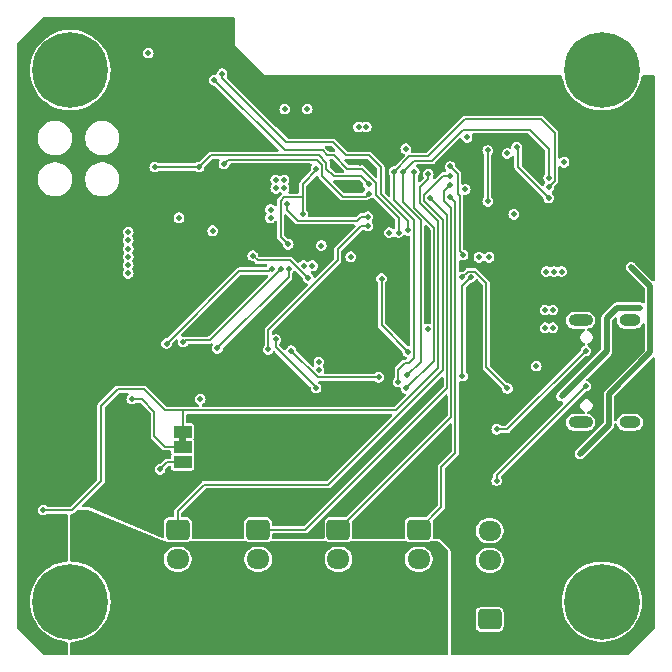
<source format=gbr>
%TF.GenerationSoftware,KiCad,Pcbnew,8.0.9-8.0.9-0~ubuntu24.04.1*%
%TF.CreationDate,2025-04-13T21:31:37+05:00*%
%TF.ProjectId,ThetaAnomalain,54686574-6141-46e6-9f6d-616c61696e2e,rev?*%
%TF.SameCoordinates,Original*%
%TF.FileFunction,Copper,L4,Bot*%
%TF.FilePolarity,Positive*%
%FSLAX46Y46*%
G04 Gerber Fmt 4.6, Leading zero omitted, Abs format (unit mm)*
G04 Created by KiCad (PCBNEW 8.0.9-8.0.9-0~ubuntu24.04.1) date 2025-04-13 21:31:37*
%MOMM*%
%LPD*%
G01*
G04 APERTURE LIST*
G04 Aperture macros list*
%AMRoundRect*
0 Rectangle with rounded corners*
0 $1 Rounding radius*
0 $2 $3 $4 $5 $6 $7 $8 $9 X,Y pos of 4 corners*
0 Add a 4 corners polygon primitive as box body*
4,1,4,$2,$3,$4,$5,$6,$7,$8,$9,$2,$3,0*
0 Add four circle primitives for the rounded corners*
1,1,$1+$1,$2,$3*
1,1,$1+$1,$4,$5*
1,1,$1+$1,$6,$7*
1,1,$1+$1,$8,$9*
0 Add four rect primitives between the rounded corners*
20,1,$1+$1,$2,$3,$4,$5,0*
20,1,$1+$1,$4,$5,$6,$7,0*
20,1,$1+$1,$6,$7,$8,$9,0*
20,1,$1+$1,$8,$9,$2,$3,0*%
G04 Aperture macros list end*
%TA.AperFunction,EtchedComponent*%
%ADD10C,0.000000*%
%TD*%
%TA.AperFunction,ComponentPad*%
%ADD11RoundRect,0.250000X-0.725000X0.600000X-0.725000X-0.600000X0.725000X-0.600000X0.725000X0.600000X0*%
%TD*%
%TA.AperFunction,ComponentPad*%
%ADD12O,1.950000X1.700000*%
%TD*%
%TA.AperFunction,ComponentPad*%
%ADD13R,0.900000X0.500000*%
%TD*%
%TA.AperFunction,ComponentPad*%
%ADD14C,0.800000*%
%TD*%
%TA.AperFunction,ComponentPad*%
%ADD15C,6.400000*%
%TD*%
%TA.AperFunction,ComponentPad*%
%ADD16RoundRect,0.250000X0.725000X-0.600000X0.725000X0.600000X-0.725000X0.600000X-0.725000X-0.600000X0*%
%TD*%
%TA.AperFunction,ComponentPad*%
%ADD17O,2.100000X1.000000*%
%TD*%
%TA.AperFunction,ComponentPad*%
%ADD18O,1.800000X1.000000*%
%TD*%
%TA.AperFunction,SMDPad,CuDef*%
%ADD19R,1.500000X1.000000*%
%TD*%
%TA.AperFunction,ViaPad*%
%ADD20C,0.500000*%
%TD*%
%TA.AperFunction,Conductor*%
%ADD21C,0.200000*%
%TD*%
%TA.AperFunction,Conductor*%
%ADD22C,0.500000*%
%TD*%
G04 APERTURE END LIST*
D10*
%TA.AperFunction,EtchedComponent*%
%TO.C,JP1*%
G36*
X87800000Y-110500000D02*
G01*
X87200000Y-110500000D01*
X87200000Y-110000000D01*
X87800000Y-110000000D01*
X87800000Y-110500000D01*
G37*
%TD.AperFunction*%
%TD*%
D11*
%TO.P,J4,1,Pin_1*%
%TO.N,/SERVOB*%
X100700000Y-117900000D03*
D12*
%TO.P,J4,2,Pin_2*%
%TO.N,+6V*%
X100700000Y-120400000D03*
%TO.P,J4,3,Pin_3*%
%TO.N,Net-(J3-Pin_3)*%
X100700000Y-122900000D03*
%TD*%
D13*
%TO.P,AE1,2,Shield*%
%TO.N,GND*%
X98700000Y-79700000D03*
%TD*%
D14*
%TO.P,H1,1*%
%TO.N,N/C*%
X120600000Y-79000000D03*
X121302944Y-77302944D03*
X121302944Y-80697056D03*
X123000000Y-76600000D03*
D15*
X123000000Y-79000000D03*
D14*
X123000000Y-81400000D03*
X124697056Y-77302944D03*
X124697056Y-80697056D03*
X125400000Y-79000000D03*
%TD*%
D11*
%TO.P,J3,1,Pin_1*%
%TO.N,/SERVOA*%
X107500000Y-117900000D03*
D12*
%TO.P,J3,2,Pin_2*%
%TO.N,+6V*%
X107500000Y-120400000D03*
%TO.P,J3,3,Pin_3*%
%TO.N,Net-(J3-Pin_3)*%
X107500000Y-122900000D03*
%TD*%
D16*
%TO.P,J7,1,Pin_1*%
%TO.N,VDD*%
X113500000Y-125500000D03*
D12*
%TO.P,J7,2,Pin_2*%
%TO.N,GND*%
X113500000Y-123000000D03*
%TO.P,J7,3,Pin_3*%
%TO.N,/RXD0*%
X113500000Y-120500000D03*
%TO.P,J7,4,Pin_4*%
%TO.N,/TXD0*%
X113500000Y-118000000D03*
%TD*%
D11*
%TO.P,J6,1,Pin_1*%
%TO.N,/SERVOD*%
X87100000Y-117900000D03*
D12*
%TO.P,J6,2,Pin_2*%
%TO.N,+6V*%
X87100000Y-120400000D03*
%TO.P,J6,3,Pin_3*%
%TO.N,Net-(J3-Pin_3)*%
X87100000Y-122900000D03*
%TD*%
D14*
%TO.P,H4,1*%
%TO.N,N/C*%
X120600000Y-124000000D03*
X121302944Y-122302944D03*
X121302944Y-125697056D03*
X123000000Y-121600000D03*
D15*
X123000000Y-124000000D03*
D14*
X123000000Y-126400000D03*
X124697056Y-122302944D03*
X124697056Y-125697056D03*
X125400000Y-124000000D03*
%TD*%
D11*
%TO.P,J5,1,Pin_1*%
%TO.N,/SERVOC*%
X93900000Y-117900000D03*
D12*
%TO.P,J5,2,Pin_2*%
%TO.N,+6V*%
X93900000Y-120400000D03*
%TO.P,J5,3,Pin_3*%
%TO.N,Net-(J3-Pin_3)*%
X93900000Y-122900000D03*
%TD*%
D14*
%TO.P,H2,1*%
%TO.N,N/C*%
X75600000Y-124000000D03*
X76302944Y-122302944D03*
X76302944Y-125697056D03*
X78000000Y-121600000D03*
D15*
X78000000Y-124000000D03*
D14*
X78000000Y-126400000D03*
X79697056Y-122302944D03*
X79697056Y-125697056D03*
X80400000Y-124000000D03*
%TD*%
D17*
%TO.P,J1,S1,SHIELD*%
%TO.N,unconnected-(J1-SHIELD-PadS1)_1*%
X121195000Y-108820000D03*
D18*
%TO.N,unconnected-(J1-SHIELD-PadS1)_3*%
X125375000Y-108820000D03*
D17*
%TO.N,unconnected-(J1-SHIELD-PadS1)*%
X121195000Y-100180000D03*
D18*
%TO.N,unconnected-(J1-SHIELD-PadS1)_2*%
X125375000Y-100180000D03*
%TD*%
D14*
%TO.P,H3,1*%
%TO.N,N/C*%
X75600000Y-79000000D03*
X76302944Y-77302944D03*
X76302944Y-80697056D03*
X78000000Y-76600000D03*
D15*
X78000000Y-79000000D03*
D14*
X78000000Y-81400000D03*
X79697056Y-77302944D03*
X79697056Y-80697056D03*
X80400000Y-79000000D03*
%TD*%
D19*
%TO.P,JP1,1,A*%
%TO.N,/SERVOEN*%
X87500000Y-109600000D03*
%TO.P,JP1,2,C*%
%TO.N,Net-(JP1-C)*%
X87500000Y-110900000D03*
%TO.P,JP1,3,B*%
%TO.N,VDD*%
X87500000Y-112200000D03*
%TD*%
D20*
%TO.N,VDD*%
X119800000Y-86800000D03*
%TO.N,/Action*%
X118500000Y-89800000D03*
%TO.N,VDD*%
X108250000Y-100950000D03*
X118850000Y-100800000D03*
X87200000Y-91500000D03*
X96150000Y-82300000D03*
X90050000Y-92600000D03*
X117450000Y-104050000D03*
X94950000Y-91500000D03*
X98500000Y-95550000D03*
X85600000Y-112800000D03*
X84600000Y-77550000D03*
X101750000Y-94800000D03*
X118200000Y-100800000D03*
X99050000Y-103700000D03*
X114990000Y-86050000D03*
X97750000Y-95550000D03*
X105000000Y-92750000D03*
X111590000Y-84700000D03*
X95400000Y-89000000D03*
X115550000Y-91200000D03*
X111440000Y-89100000D03*
X102400000Y-83800000D03*
X118850000Y-99300000D03*
X99050000Y-104350000D03*
X94950000Y-90800000D03*
X96100000Y-88300000D03*
X118200000Y-99300000D03*
X89000000Y-106850000D03*
X103050000Y-83800000D03*
X106400000Y-85650000D03*
X98050000Y-82300000D03*
X96100000Y-89000000D03*
X95400000Y-88300000D03*
%TO.N,/TX0_RAW*%
X118500000Y-88100000D03*
X106500000Y-104850000D03*
X106150000Y-87600000D03*
%TO.N,/BOOT*%
X103250000Y-89450000D03*
X91000000Y-86950000D03*
%TO.N,/Action*%
X115800000Y-85500000D03*
%TO.N,/RXD0*%
X105750000Y-105400000D03*
X118500000Y-88900000D03*
X105400000Y-87600000D03*
%TO.N,GND*%
X83400000Y-111550080D03*
X112150000Y-93000000D03*
X108300000Y-97650000D03*
X94950000Y-92557500D03*
X103380000Y-81215000D03*
X74100000Y-91900000D03*
X85150000Y-85350000D03*
X101600000Y-81300000D03*
X75700000Y-121200000D03*
X84800000Y-94300000D03*
X96800000Y-87350000D03*
X74100000Y-95900000D03*
X101600000Y-83200000D03*
X109700000Y-79800000D03*
X76600000Y-111550080D03*
X74100000Y-92700000D03*
X74300000Y-120500000D03*
X97450000Y-87350000D03*
X84800000Y-105400000D03*
X103300000Y-79800000D03*
X75000000Y-121200000D03*
X101600000Y-85000000D03*
X112150000Y-92300000D03*
X95100000Y-79800000D03*
X96000000Y-103900000D03*
X105700000Y-79800000D03*
X108300000Y-99650000D03*
X84800000Y-96500000D03*
X75000000Y-120500000D03*
X84100000Y-110150080D03*
X100900000Y-106700000D03*
X102880000Y-81715000D03*
X76600000Y-112250080D03*
X108900000Y-79800000D03*
X93425000Y-100875000D03*
X117450000Y-104950000D03*
X76600000Y-110850080D03*
X74700000Y-95500000D03*
X112800000Y-80250000D03*
X92000000Y-117900000D03*
X83400000Y-110150080D03*
X108580000Y-84415000D03*
X102500000Y-79800000D03*
X114000000Y-99600000D03*
X104100000Y-79800000D03*
X100050000Y-85700000D03*
X74100000Y-94300000D03*
X115000000Y-84750000D03*
X93200000Y-78700000D03*
X109180000Y-84415000D03*
X74300000Y-118400000D03*
X122600000Y-100950000D03*
X74300000Y-117700000D03*
X90200000Y-99900000D03*
X92100000Y-77600000D03*
X116100000Y-79800000D03*
X100000000Y-80600000D03*
X101700000Y-79800000D03*
X119200000Y-79800000D03*
X91550000Y-76250000D03*
X98100000Y-87350000D03*
X101600000Y-82000000D03*
X117400000Y-97850000D03*
X74100000Y-95100000D03*
X84100000Y-111550080D03*
X93750000Y-79250000D03*
X84800000Y-99800000D03*
X96700000Y-79800000D03*
X84100000Y-112250080D03*
X74700000Y-96300000D03*
X84100000Y-108750080D03*
X94300000Y-79800000D03*
X107300000Y-79800000D03*
X74700000Y-92300000D03*
X101600000Y-80600000D03*
X84800000Y-100900000D03*
X105300000Y-106700000D03*
X117700000Y-79800000D03*
X74700000Y-97100000D03*
X84100000Y-110850080D03*
X115300000Y-79800000D03*
X102880000Y-82915000D03*
X84800000Y-103100000D03*
X104580000Y-81215000D03*
X108100000Y-79800000D03*
X98050000Y-101850000D03*
X101600000Y-84400000D03*
X104200000Y-106700000D03*
X97500000Y-79800000D03*
X74100000Y-93500000D03*
X84800000Y-95400000D03*
X74100000Y-96700000D03*
X104100000Y-85100000D03*
X114000000Y-100300000D03*
X74300000Y-119800000D03*
X122950000Y-98550000D03*
X105700000Y-85750000D03*
X76600000Y-110150080D03*
X99900000Y-79800000D03*
X85400000Y-117800000D03*
X105600000Y-117900000D03*
X103750000Y-87650000D03*
X100350000Y-87300000D03*
X84800000Y-104200000D03*
X103100000Y-106700000D03*
X101600000Y-83800000D03*
X102000000Y-106700000D03*
X102880000Y-82315000D03*
X103250000Y-90450000D03*
X91550000Y-77050000D03*
X75700000Y-120500000D03*
X114000000Y-101000000D03*
X99800000Y-106700000D03*
X74300000Y-119100000D03*
X99250000Y-92600000D03*
X116700000Y-97850000D03*
X100000000Y-81300000D03*
X83400000Y-112250080D03*
X110500000Y-79800000D03*
X100000000Y-82950000D03*
X77300000Y-112250080D03*
X113500000Y-79800000D03*
X91550000Y-75450000D03*
X77300000Y-110150080D03*
X98900000Y-117900000D03*
X74300000Y-121200000D03*
X121500000Y-93000000D03*
X105780000Y-81215000D03*
X126787500Y-83100000D03*
X101600000Y-82600000D03*
X84800000Y-97600000D03*
X113200000Y-111100000D03*
X95900000Y-79800000D03*
X101500000Y-88900000D03*
X102500000Y-86850000D03*
X114500000Y-79800000D03*
X77300000Y-110850080D03*
X108900000Y-106000000D03*
X103980000Y-81215000D03*
X84800000Y-102000000D03*
X104900000Y-79800000D03*
X74700000Y-93100000D03*
X74700000Y-94700000D03*
X84100000Y-109450080D03*
X106500000Y-79800000D03*
X111440000Y-88100000D03*
X118400000Y-79800000D03*
X115140000Y-89100000D03*
X92650000Y-78150000D03*
X74700000Y-93900000D03*
X105180000Y-81215000D03*
X77300000Y-111550080D03*
X111590000Y-87250000D03*
X111300000Y-79800000D03*
X101600000Y-85600000D03*
X74700000Y-91500000D03*
X98900000Y-101000000D03*
X100000000Y-83550000D03*
X108300000Y-98400000D03*
X100000000Y-84150000D03*
X116900000Y-79800000D03*
X112000000Y-80250000D03*
X84800000Y-98700000D03*
X83400000Y-110850080D03*
X88900000Y-85350000D03*
%TO.N,/IMU_INT*%
X96350000Y-90300000D03*
X103200000Y-91400000D03*
%TO.N,+3V8*%
X82900000Y-92700000D03*
X82900000Y-96200000D03*
X119600000Y-96050000D03*
X82900000Y-95500000D03*
X118950000Y-96050000D03*
X82900000Y-93400000D03*
X82900000Y-94800000D03*
X82900000Y-94100000D03*
X99250000Y-93850000D03*
X118300000Y-96050000D03*
%TO.N,/SDA*%
X90200000Y-79850000D03*
X105800000Y-92750000D03*
X113450000Y-94850000D03*
%TO.N,/SCL*%
X113340000Y-90100000D03*
X112600000Y-94850000D03*
X113340000Y-85800000D03*
X90850000Y-79300000D03*
X106559184Y-92550000D03*
%TO.N,/CHIP_PU*%
X103250000Y-88650000D03*
X88900000Y-87200000D03*
X85150000Y-87200000D03*
%TO.N,/SERVOA*%
X110150000Y-89750000D03*
%TO.N,/SERVOB*%
X110150000Y-88750000D03*
%TO.N,/SERVOC*%
X108450000Y-89850000D03*
%TO.N,/OFF*%
X111250000Y-94650000D03*
X110150000Y-87150000D03*
%TO.N,/SERVOEN*%
X75700000Y-116250000D03*
X108300000Y-87800000D03*
%TO.N,/BUZ*%
X111150000Y-96550000D03*
X115000000Y-105950000D03*
%TO.N,Net-(D1-A)*%
X119600000Y-106600000D03*
X126200000Y-99100000D03*
%TO.N,Net-(BZ1-+)*%
X121150000Y-111500000D03*
X125500000Y-95700000D03*
%TO.N,Net-(J3-Pin_3)*%
X79600000Y-117700000D03*
X78950000Y-119800000D03*
X79600000Y-118400000D03*
X79600000Y-119100000D03*
X78950000Y-117000000D03*
X79600000Y-119800000D03*
X78950000Y-118400000D03*
X78950000Y-117700000D03*
X78950000Y-119100000D03*
%TO.N,Net-(J1-CC2)*%
X121650000Y-102750000D03*
X114100000Y-109400000D03*
%TO.N,Net-(J1-CC1)*%
X121650000Y-105750000D03*
X114100000Y-113750000D03*
%TO.N,Net-(RN3-R3.2)*%
X104350000Y-96650000D03*
X106570000Y-102830000D03*
%TO.N,Net-(RN4-R4.2)*%
X98150000Y-96600000D03*
X93450000Y-94700000D03*
%TO.N,Net-(RN4-R2.2)*%
X96500000Y-95800000D03*
X90450000Y-102550000D03*
%TO.N,Net-(RN4-R1.2)*%
X87550000Y-102000000D03*
X95850000Y-95800000D03*
%TO.N,Net-(RN5-R4.2)*%
X95050000Y-95800000D03*
X86150000Y-102150000D03*
%TO.N,Net-(U5-INT2{slash}FSYNC{slash}CLKIN)*%
X97687276Y-91200000D03*
X96450000Y-93750000D03*
X98800003Y-87350000D03*
%TO.N,/SERVOD*%
X110150000Y-87950000D03*
%TO.N,/LD_SCK*%
X103200000Y-92200000D03*
X94750000Y-102650000D03*
%TO.N,/LD_D*%
X111900000Y-96550000D03*
X104100000Y-105000000D03*
X96700000Y-102750000D03*
X111200000Y-104900000D03*
%TO.N,/LD_CS*%
X95400000Y-101800000D03*
X107125650Y-87600000D03*
X106450000Y-105950000D03*
X98800000Y-105900000D03*
%TO.N,Net-(JP1-C)*%
X83200000Y-106850000D03*
%TD*%
D21*
%TO.N,/RXD0*%
X118500000Y-88900000D02*
X119000000Y-88400000D01*
X119000000Y-88400000D02*
X119000000Y-84300000D01*
X119000000Y-84300000D02*
X117850000Y-83150000D01*
%TO.N,/TX0_RAW*%
X116900000Y-84050000D02*
X118500000Y-85650000D01*
X118500000Y-85650000D02*
X118500000Y-88100000D01*
X116900000Y-84050000D02*
X111250000Y-84050000D01*
X111250000Y-84050000D02*
X108650000Y-86650000D01*
X108650000Y-86650000D02*
X107100000Y-86650000D01*
X107100000Y-86650000D02*
X106150000Y-87600000D01*
%TO.N,VDD*%
X87500000Y-112200000D02*
X86200000Y-112200000D01*
X86200000Y-112200000D02*
X85600000Y-112800000D01*
%TO.N,/TX0_RAW*%
X106150000Y-90200000D02*
X106150000Y-87600000D01*
X107650000Y-91700000D02*
X106150000Y-90200000D01*
X106500000Y-104850000D02*
X107650000Y-103700000D01*
X107650000Y-103700000D02*
X107650000Y-91700000D01*
%TO.N,/BOOT*%
X99300000Y-87050000D02*
X98850000Y-86600000D01*
X101050000Y-89700000D02*
X99300000Y-87950000D01*
X103000000Y-89700000D02*
X101050000Y-89700000D01*
X98850000Y-86600000D02*
X91350000Y-86600000D01*
X91350000Y-86600000D02*
X91000000Y-86950000D01*
X103250000Y-89450000D02*
X103000000Y-89700000D01*
X99300000Y-87950000D02*
X99300000Y-87050000D01*
%TO.N,/RXD0*%
X105400000Y-90000000D02*
X105400000Y-87600000D01*
X107100000Y-91700000D02*
X105400000Y-90000000D01*
X106700000Y-86300000D02*
X105400000Y-87600000D01*
X105750000Y-105400000D02*
X105750000Y-104350000D01*
X105750000Y-104350000D02*
X106300000Y-103800000D01*
X117850000Y-83150000D02*
X111450000Y-83150000D01*
X111450000Y-83150000D02*
X108300000Y-86300000D01*
X108300000Y-86300000D02*
X106700000Y-86300000D01*
X107100000Y-103350000D02*
X107100000Y-91700000D01*
X106650000Y-103800000D02*
X107100000Y-103350000D01*
X106300000Y-103800000D02*
X106650000Y-103800000D01*
%TO.N,/IMU_INT*%
X102650000Y-91400000D02*
X102300000Y-91750000D01*
X103200000Y-91400000D02*
X102650000Y-91400000D01*
X97250000Y-91750000D02*
X96350000Y-90850000D01*
X96350000Y-90850000D02*
X96350000Y-90300000D01*
X102300000Y-91750000D02*
X97250000Y-91750000D01*
%TO.N,/SDA*%
X96150000Y-85800000D02*
X90200000Y-79850000D01*
X102657107Y-87350000D02*
X101450000Y-87350000D01*
X105800000Y-92750000D02*
X105800000Y-91500000D01*
X103850000Y-89550000D02*
X103850000Y-88542893D01*
X99350000Y-85800000D02*
X96150000Y-85800000D01*
X100300000Y-86200000D02*
X99750000Y-86200000D01*
X105800000Y-91500000D02*
X103850000Y-89550000D01*
X99750000Y-86200000D02*
X99350000Y-85800000D01*
X101450000Y-87350000D02*
X100300000Y-86200000D01*
X103850000Y-88542893D02*
X102657107Y-87350000D01*
%TO.N,/SCL*%
X101350000Y-86200000D02*
X103300000Y-86200000D01*
X96300000Y-85100000D02*
X100250000Y-85100000D01*
X90850000Y-79300000D02*
X90850000Y-79650000D01*
X90850000Y-79650000D02*
X96300000Y-85100000D01*
X104300000Y-87200000D02*
X104300000Y-89500000D01*
X106559184Y-91759184D02*
X106559184Y-92550000D01*
X104300000Y-89500000D02*
X106559184Y-91759184D01*
X100250000Y-85100000D02*
X101350000Y-86200000D01*
X103300000Y-86200000D02*
X104300000Y-87200000D01*
X113340000Y-85800000D02*
X113340000Y-90100000D01*
%TO.N,/CHIP_PU*%
X99675000Y-86825000D02*
X99675000Y-87382107D01*
X89900000Y-86200000D02*
X99050000Y-86200000D01*
X85150000Y-87200000D02*
X88900000Y-87200000D01*
X99675000Y-87382107D02*
X100292893Y-88000000D01*
X100292893Y-88000000D02*
X102600000Y-88000000D01*
X88900000Y-87200000D02*
X89900000Y-86200000D01*
X102600000Y-88000000D02*
X103250000Y-88650000D01*
X99050000Y-86200000D02*
X99675000Y-86825000D01*
%TO.N,/SERVOA*%
X109400000Y-112575000D02*
X110600000Y-111375000D01*
X110600000Y-111375000D02*
X110600000Y-90200000D01*
X109400000Y-116000000D02*
X109400000Y-112575000D01*
X107500000Y-117900000D02*
X109400000Y-116000000D01*
X110600000Y-90200000D02*
X110150000Y-89750000D01*
%TO.N,/SERVOB*%
X109650000Y-89250000D02*
X110150000Y-88750000D01*
X100700000Y-117900000D02*
X110250000Y-108350000D01*
X110250000Y-90700000D02*
X109650000Y-90100000D01*
X110250000Y-108350000D02*
X110250000Y-90700000D01*
X109650000Y-90100000D02*
X109650000Y-89250000D01*
%TO.N,/SERVOC*%
X109900000Y-105900000D02*
X97900000Y-117900000D01*
X109900000Y-91300000D02*
X109900000Y-105900000D01*
X97900000Y-117900000D02*
X93900000Y-117900000D01*
X108450000Y-89850000D02*
X109900000Y-91300000D01*
%TO.N,/OFF*%
X111250000Y-94650000D02*
X110950000Y-94350000D01*
X110950000Y-89650000D02*
X110800000Y-89500000D01*
X110950000Y-94350000D02*
X110950000Y-89650000D01*
X110800000Y-89500000D02*
X110800000Y-87800000D01*
X110800000Y-87800000D02*
X110150000Y-87150000D01*
%TO.N,/SERVOEN*%
X80600000Y-113800000D02*
X80600000Y-107400000D01*
X107575000Y-88925000D02*
X108300000Y-88200000D01*
X82000000Y-106000000D02*
X84200000Y-106000000D01*
X80600000Y-107400000D02*
X82000000Y-106000000D01*
X87500000Y-109600000D02*
X87500000Y-107800000D01*
X75700000Y-116250000D02*
X78150000Y-116250000D01*
X86000000Y-107800000D02*
X87500000Y-107800000D01*
X78150000Y-116250000D02*
X80600000Y-113800000D01*
X87500000Y-107800000D02*
X105600000Y-107800000D01*
X84200000Y-106000000D02*
X86000000Y-107800000D01*
X108300000Y-88200000D02*
X108300000Y-87800000D01*
X109150000Y-104250000D02*
X109150000Y-91800000D01*
X107575000Y-90225000D02*
X107575000Y-88925000D01*
X109150000Y-91800000D02*
X107575000Y-90225000D01*
X105600000Y-107800000D02*
X109150000Y-104250000D01*
%TO.N,/BUZ*%
X113200000Y-104150000D02*
X115000000Y-105950000D01*
X111650000Y-96050000D02*
X112250000Y-96050000D01*
X113200000Y-97000000D02*
X113200000Y-104150000D01*
X111150000Y-96550000D02*
X111650000Y-96050000D01*
X112250000Y-96050000D02*
X113200000Y-97000000D01*
D22*
%TO.N,Net-(D1-A)*%
X126200000Y-99100000D02*
X124300000Y-99100000D01*
X124300000Y-99100000D02*
X123400000Y-100000000D01*
X123400000Y-102800000D02*
X119600000Y-106600000D01*
X123400000Y-100000000D02*
X123400000Y-102800000D01*
%TO.N,Net-(BZ1-+)*%
X127100000Y-102900000D02*
X123600000Y-106400000D01*
X123600000Y-106400000D02*
X123600000Y-109050000D01*
X127100000Y-97300000D02*
X127100000Y-102900000D01*
X125500000Y-95700000D02*
X127100000Y-97300000D01*
X123600000Y-109050000D02*
X121150000Y-111500000D01*
D21*
%TO.N,Net-(J3-Pin_3)*%
X107500000Y-122900000D02*
X87100000Y-122900000D01*
X79600000Y-119800000D02*
X82700000Y-122900000D01*
X82700000Y-122900000D02*
X87100000Y-122900000D01*
%TO.N,Net-(J1-CC2)*%
X114100000Y-109400000D02*
X115000000Y-109400000D01*
X115000000Y-109400000D02*
X121650000Y-102750000D01*
%TO.N,Net-(J1-CC1)*%
X114100000Y-113300000D02*
X114100000Y-113750000D01*
X121650000Y-105750000D02*
X114100000Y-113300000D01*
%TO.N,Net-(RN3-R3.2)*%
X104350000Y-100610000D02*
X104350000Y-96650000D01*
X106570000Y-102830000D02*
X104350000Y-100610000D01*
%TO.N,Net-(RN4-R4.2)*%
X93850000Y-95100000D02*
X93450000Y-94700000D01*
X96592893Y-95100000D02*
X93850000Y-95100000D01*
X98150000Y-96600000D02*
X98092893Y-96600000D01*
X98092893Y-96600000D02*
X96592893Y-95100000D01*
%TO.N,Net-(RN4-R2.2)*%
X96500000Y-95800000D02*
X96500000Y-96500000D01*
X96500000Y-96500000D02*
X90450000Y-102550000D01*
%TO.N,Net-(RN4-R1.2)*%
X87700000Y-101850000D02*
X87550000Y-102000000D01*
X95850000Y-95800000D02*
X89800000Y-101850000D01*
X89800000Y-101850000D02*
X87700000Y-101850000D01*
%TO.N,Net-(RN5-R4.2)*%
X95050000Y-95800000D02*
X94850000Y-96000000D01*
X92300000Y-96000000D02*
X86150000Y-102150000D01*
X94850000Y-96000000D02*
X92300000Y-96000000D01*
%TO.N,Net-(U5-INT2{slash}FSYNC{slash}CLKIN)*%
X97687276Y-91200000D02*
X97687276Y-89750000D01*
X95800000Y-90050000D02*
X96100000Y-89750000D01*
X95800000Y-93100000D02*
X95800000Y-90050000D01*
X98900000Y-87400000D02*
X97687276Y-88612724D01*
X96450000Y-93750000D02*
X95800000Y-93100000D01*
X97687276Y-88612724D02*
X97687276Y-89750000D01*
X96100000Y-89750000D02*
X97687276Y-89750000D01*
%TO.N,/SERVOD*%
X110150000Y-87950000D02*
X109550000Y-87950000D01*
X87100000Y-116300000D02*
X87100000Y-117900000D01*
X107925000Y-90075000D02*
X109550000Y-91700000D01*
X89300000Y-114100000D02*
X87100000Y-116300000D01*
X109550000Y-104400000D02*
X99850000Y-114100000D01*
X107925000Y-89575000D02*
X107925000Y-90075000D01*
X109550000Y-91700000D02*
X109550000Y-104400000D01*
X109550000Y-87950000D02*
X107925000Y-89575000D01*
X99850000Y-114100000D02*
X89300000Y-114100000D01*
%TO.N,/LD_SCK*%
X100650000Y-95100000D02*
X100650000Y-94150000D01*
X100650000Y-94150000D02*
X102600000Y-92200000D01*
X94750000Y-102650000D02*
X94750000Y-101000000D01*
X94750000Y-101000000D02*
X100650000Y-95100000D01*
X102600000Y-92200000D02*
X103200000Y-92200000D01*
%TO.N,/LD_D*%
X96700000Y-102750000D02*
X98950000Y-105000000D01*
X111200000Y-97250000D02*
X111900000Y-96550000D01*
X111200000Y-104900000D02*
X111200000Y-97250000D01*
X98950000Y-105000000D02*
X104100000Y-105000000D01*
%TO.N,/LD_CS*%
X95400000Y-101800000D02*
X95400000Y-102450000D01*
X98800000Y-105850000D02*
X98800000Y-105900000D01*
X108800000Y-92355025D02*
X108800000Y-103600000D01*
X107794975Y-91350000D02*
X108800000Y-92355025D01*
X107125650Y-90680676D02*
X107794975Y-91350000D01*
X108800000Y-103600000D02*
X106450000Y-105950000D01*
X95400000Y-102450000D02*
X98800000Y-105850000D01*
X107125650Y-87600000D02*
X107125650Y-90680676D01*
%TO.N,Net-(JP1-C)*%
X85100000Y-107900000D02*
X85100000Y-110000000D01*
X86000000Y-110900000D02*
X87500000Y-110900000D01*
X83200000Y-106850000D02*
X84050000Y-106850000D01*
X84050000Y-106850000D02*
X85100000Y-107900000D01*
X85100000Y-110000000D02*
X86000000Y-110900000D01*
%TO.N,/Action*%
X115900000Y-87200000D02*
X118500000Y-89800000D01*
X115900000Y-85600000D02*
X115900000Y-87200000D01*
X115800000Y-85500000D02*
X115900000Y-85600000D01*
%TD*%
%TA.AperFunction,Conductor*%
%TO.N,Net-(J3-Pin_3)*%
G36*
X79523113Y-116209751D02*
G01*
X85899999Y-118900000D01*
X85900000Y-118900000D01*
X86133067Y-118900000D01*
X86174022Y-118906959D01*
X86290298Y-118947645D01*
X86290300Y-118947646D01*
X86320730Y-118950500D01*
X86320734Y-118950500D01*
X87879270Y-118950500D01*
X87909699Y-118947646D01*
X87947378Y-118934461D01*
X88025978Y-118906959D01*
X88066933Y-118900000D01*
X92933067Y-118900000D01*
X92974022Y-118906959D01*
X93090298Y-118947645D01*
X93090300Y-118947646D01*
X93120730Y-118950500D01*
X93120734Y-118950500D01*
X94679270Y-118950500D01*
X94709699Y-118947646D01*
X94747378Y-118934461D01*
X94825978Y-118906959D01*
X94866933Y-118900000D01*
X99733067Y-118900000D01*
X99774022Y-118906959D01*
X99890298Y-118947645D01*
X99890300Y-118947646D01*
X99920730Y-118950500D01*
X99920734Y-118950500D01*
X101479270Y-118950500D01*
X101509699Y-118947646D01*
X101547378Y-118934461D01*
X101625978Y-118906959D01*
X101666933Y-118900000D01*
X106533067Y-118900000D01*
X106574022Y-118906959D01*
X106690298Y-118947645D01*
X106690300Y-118947646D01*
X106720730Y-118950500D01*
X106720734Y-118950500D01*
X108279270Y-118950500D01*
X108309699Y-118947646D01*
X108347378Y-118934461D01*
X108425978Y-118906959D01*
X108466933Y-118900000D01*
X109148638Y-118900000D01*
X109215677Y-118919685D01*
X109236319Y-118936319D01*
X109963681Y-119663681D01*
X109997166Y-119725004D01*
X110000000Y-119751362D01*
X110000000Y-128375500D01*
X109980315Y-128442539D01*
X109927511Y-128488294D01*
X109876000Y-128499500D01*
X78124000Y-128499500D01*
X78056961Y-128479815D01*
X78011206Y-128427011D01*
X78000000Y-128375500D01*
X78000000Y-127524500D01*
X78019685Y-127457461D01*
X78072489Y-127411706D01*
X78124000Y-127400500D01*
X78184364Y-127400500D01*
X78184370Y-127400500D01*
X78550948Y-127360632D01*
X78911066Y-127281364D01*
X79260503Y-127163625D01*
X79595162Y-127008795D01*
X79911119Y-126818690D01*
X80204670Y-126595538D01*
X80472373Y-126341956D01*
X80711090Y-126060917D01*
X80918022Y-125755716D01*
X81090743Y-125429930D01*
X81227227Y-125087379D01*
X81325875Y-124732081D01*
X81385531Y-124368199D01*
X81405494Y-124000000D01*
X81385531Y-123631801D01*
X81325875Y-123267919D01*
X81227227Y-122912621D01*
X81090743Y-122570070D01*
X80918022Y-122244284D01*
X80711090Y-121939083D01*
X80472373Y-121658044D01*
X80204670Y-121404462D01*
X79911119Y-121181310D01*
X79595162Y-120991205D01*
X79595161Y-120991204D01*
X79595157Y-120991202D01*
X79595153Y-120991200D01*
X79260513Y-120836379D01*
X79260508Y-120836377D01*
X79260503Y-120836375D01*
X79090172Y-120778983D01*
X78911065Y-120718635D01*
X78550946Y-120639367D01*
X78184371Y-120599500D01*
X78184370Y-120599500D01*
X78124000Y-120599500D01*
X78056961Y-120579815D01*
X78011206Y-120527011D01*
X78000000Y-120475500D01*
X78000000Y-120296530D01*
X85924500Y-120296530D01*
X85924500Y-120503469D01*
X85964868Y-120706412D01*
X85964870Y-120706420D01*
X86044058Y-120897596D01*
X86159024Y-121069657D01*
X86305342Y-121215975D01*
X86305345Y-121215977D01*
X86477402Y-121330941D01*
X86668580Y-121410130D01*
X86871530Y-121450499D01*
X86871534Y-121450500D01*
X86871535Y-121450500D01*
X87328466Y-121450500D01*
X87328467Y-121450499D01*
X87531420Y-121410130D01*
X87722598Y-121330941D01*
X87894655Y-121215977D01*
X88040977Y-121069655D01*
X88155941Y-120897598D01*
X88235130Y-120706420D01*
X88275500Y-120503465D01*
X88275500Y-120296535D01*
X88275499Y-120296530D01*
X92724500Y-120296530D01*
X92724500Y-120503469D01*
X92764868Y-120706412D01*
X92764870Y-120706420D01*
X92844058Y-120897596D01*
X92959024Y-121069657D01*
X93105342Y-121215975D01*
X93105345Y-121215977D01*
X93277402Y-121330941D01*
X93468580Y-121410130D01*
X93671530Y-121450499D01*
X93671534Y-121450500D01*
X93671535Y-121450500D01*
X94128466Y-121450500D01*
X94128467Y-121450499D01*
X94331420Y-121410130D01*
X94522598Y-121330941D01*
X94694655Y-121215977D01*
X94840977Y-121069655D01*
X94955941Y-120897598D01*
X95035130Y-120706420D01*
X95075500Y-120503465D01*
X95075500Y-120296535D01*
X95075499Y-120296530D01*
X99524500Y-120296530D01*
X99524500Y-120503469D01*
X99564868Y-120706412D01*
X99564870Y-120706420D01*
X99644058Y-120897596D01*
X99759024Y-121069657D01*
X99905342Y-121215975D01*
X99905345Y-121215977D01*
X100077402Y-121330941D01*
X100268580Y-121410130D01*
X100471530Y-121450499D01*
X100471534Y-121450500D01*
X100471535Y-121450500D01*
X100928466Y-121450500D01*
X100928467Y-121450499D01*
X101131420Y-121410130D01*
X101322598Y-121330941D01*
X101494655Y-121215977D01*
X101640977Y-121069655D01*
X101755941Y-120897598D01*
X101835130Y-120706420D01*
X101875500Y-120503465D01*
X101875500Y-120296535D01*
X101875499Y-120296530D01*
X106324500Y-120296530D01*
X106324500Y-120503469D01*
X106364868Y-120706412D01*
X106364870Y-120706420D01*
X106444058Y-120897596D01*
X106559024Y-121069657D01*
X106705342Y-121215975D01*
X106705345Y-121215977D01*
X106877402Y-121330941D01*
X107068580Y-121410130D01*
X107271530Y-121450499D01*
X107271534Y-121450500D01*
X107271535Y-121450500D01*
X107728466Y-121450500D01*
X107728467Y-121450499D01*
X107931420Y-121410130D01*
X108122598Y-121330941D01*
X108294655Y-121215977D01*
X108440977Y-121069655D01*
X108555941Y-120897598D01*
X108635130Y-120706420D01*
X108675500Y-120503465D01*
X108675500Y-120296535D01*
X108635130Y-120093580D01*
X108555941Y-119902402D01*
X108440977Y-119730345D01*
X108440975Y-119730342D01*
X108294657Y-119584024D01*
X108208626Y-119526541D01*
X108122598Y-119469059D01*
X107931420Y-119389870D01*
X107931412Y-119389868D01*
X107728469Y-119349500D01*
X107728465Y-119349500D01*
X107271535Y-119349500D01*
X107271530Y-119349500D01*
X107068587Y-119389868D01*
X107068579Y-119389870D01*
X106877403Y-119469058D01*
X106705342Y-119584024D01*
X106559024Y-119730342D01*
X106444058Y-119902403D01*
X106364870Y-120093579D01*
X106364868Y-120093587D01*
X106324500Y-120296530D01*
X101875499Y-120296530D01*
X101835130Y-120093580D01*
X101755941Y-119902402D01*
X101640977Y-119730345D01*
X101640975Y-119730342D01*
X101494657Y-119584024D01*
X101408626Y-119526541D01*
X101322598Y-119469059D01*
X101131420Y-119389870D01*
X101131412Y-119389868D01*
X100928469Y-119349500D01*
X100928465Y-119349500D01*
X100471535Y-119349500D01*
X100471530Y-119349500D01*
X100268587Y-119389868D01*
X100268579Y-119389870D01*
X100077403Y-119469058D01*
X99905342Y-119584024D01*
X99759024Y-119730342D01*
X99644058Y-119902403D01*
X99564870Y-120093579D01*
X99564868Y-120093587D01*
X99524500Y-120296530D01*
X95075499Y-120296530D01*
X95035130Y-120093580D01*
X94955941Y-119902402D01*
X94840977Y-119730345D01*
X94840975Y-119730342D01*
X94694657Y-119584024D01*
X94608626Y-119526541D01*
X94522598Y-119469059D01*
X94331420Y-119389870D01*
X94331412Y-119389868D01*
X94128469Y-119349500D01*
X94128465Y-119349500D01*
X93671535Y-119349500D01*
X93671530Y-119349500D01*
X93468587Y-119389868D01*
X93468579Y-119389870D01*
X93277403Y-119469058D01*
X93105342Y-119584024D01*
X92959024Y-119730342D01*
X92844058Y-119902403D01*
X92764870Y-120093579D01*
X92764868Y-120093587D01*
X92724500Y-120296530D01*
X88275499Y-120296530D01*
X88235130Y-120093580D01*
X88155941Y-119902402D01*
X88040977Y-119730345D01*
X88040975Y-119730342D01*
X87894657Y-119584024D01*
X87808626Y-119526541D01*
X87722598Y-119469059D01*
X87531420Y-119389870D01*
X87531412Y-119389868D01*
X87328469Y-119349500D01*
X87328465Y-119349500D01*
X86871535Y-119349500D01*
X86871530Y-119349500D01*
X86668587Y-119389868D01*
X86668579Y-119389870D01*
X86477403Y-119469058D01*
X86305342Y-119584024D01*
X86159024Y-119730342D01*
X86044058Y-119902403D01*
X85964870Y-120093579D01*
X85964868Y-120093587D01*
X85924500Y-120296530D01*
X78000000Y-120296530D01*
X78000000Y-116674500D01*
X78019685Y-116607461D01*
X78072489Y-116561706D01*
X78124000Y-116550500D01*
X78189560Y-116550500D01*
X78189562Y-116550500D01*
X78265989Y-116530021D01*
X78334511Y-116490460D01*
X78390460Y-116434511D01*
X78588652Y-116236319D01*
X78649975Y-116202834D01*
X78676333Y-116200000D01*
X79474914Y-116200000D01*
X79523113Y-116209751D01*
G37*
%TD.AperFunction*%
%TD*%
%TA.AperFunction,Conductor*%
%TO.N,GND*%
G36*
X91893039Y-74520185D02*
G01*
X91938794Y-74572989D01*
X91950000Y-74624500D01*
X91950000Y-76900000D01*
X94500000Y-79450000D01*
X97750000Y-79450000D01*
X119522554Y-79450000D01*
X119589593Y-79469685D01*
X119635348Y-79522489D01*
X119644918Y-79553931D01*
X119660570Y-79649399D01*
X119674126Y-79732086D01*
X119674128Y-79732094D01*
X119772768Y-80087365D01*
X119772770Y-80087371D01*
X119909255Y-80429926D01*
X119909261Y-80429938D01*
X120081973Y-80755708D01*
X120081976Y-80755713D01*
X120081978Y-80755716D01*
X120288910Y-81060917D01*
X120527627Y-81341956D01*
X120795330Y-81595538D01*
X121088881Y-81818690D01*
X121404838Y-82008795D01*
X121404840Y-82008796D01*
X121404842Y-82008797D01*
X121404846Y-82008799D01*
X121739486Y-82163620D01*
X121739497Y-82163625D01*
X122088934Y-82281364D01*
X122449052Y-82360632D01*
X122815630Y-82400500D01*
X122815636Y-82400500D01*
X123184364Y-82400500D01*
X123184370Y-82400500D01*
X123550948Y-82360632D01*
X123911066Y-82281364D01*
X124260503Y-82163625D01*
X124595162Y-82008795D01*
X124911119Y-81818690D01*
X125204670Y-81595538D01*
X125472373Y-81341956D01*
X125711090Y-81060917D01*
X125918022Y-80755716D01*
X126090743Y-80429930D01*
X126227227Y-80087379D01*
X126325875Y-79732081D01*
X126355080Y-79553935D01*
X126385350Y-79490968D01*
X126444861Y-79454358D01*
X126477446Y-79450000D01*
X127375500Y-79450000D01*
X127442539Y-79469685D01*
X127488294Y-79522489D01*
X127499500Y-79574000D01*
X127499500Y-96763034D01*
X127479815Y-96830073D01*
X127427011Y-96875828D01*
X127357853Y-96885772D01*
X127294297Y-96856747D01*
X127287819Y-96850715D01*
X125833072Y-95395969D01*
X125827040Y-95389491D01*
X125811688Y-95371774D01*
X125798049Y-95356033D01*
X125798047Y-95356032D01*
X125798048Y-95356032D01*
X125795511Y-95354402D01*
X125783102Y-95344402D01*
X125783060Y-95344458D01*
X125776617Y-95339514D01*
X125776614Y-95339511D01*
X125737103Y-95316699D01*
X125732078Y-95313636D01*
X125689070Y-95285996D01*
X125687764Y-95285400D01*
X125678843Y-95282253D01*
X125673892Y-95280202D01*
X125623233Y-95266627D01*
X125620399Y-95265831D01*
X125564774Y-95249500D01*
X125564772Y-95249500D01*
X125435228Y-95249500D01*
X125410237Y-95256837D01*
X125379582Y-95265837D01*
X125376748Y-95266632D01*
X125326111Y-95280200D01*
X125321146Y-95282257D01*
X125312230Y-95285402D01*
X125310933Y-95285994D01*
X125267930Y-95313630D01*
X125262895Y-95316699D01*
X125223387Y-95339509D01*
X125216941Y-95344456D01*
X125216899Y-95344401D01*
X125204494Y-95354397D01*
X125201955Y-95356028D01*
X125201949Y-95356033D01*
X125172969Y-95389478D01*
X125166943Y-95395951D01*
X125139515Y-95423380D01*
X125139503Y-95423396D01*
X125137279Y-95427249D01*
X125123619Y-95446433D01*
X125117116Y-95453938D01*
X125117114Y-95453941D01*
X125101576Y-95487965D01*
X125096172Y-95498450D01*
X125080200Y-95526114D01*
X125077263Y-95537074D01*
X125070289Y-95556473D01*
X125063305Y-95571767D01*
X125063302Y-95571777D01*
X125058952Y-95602028D01*
X125055991Y-95616464D01*
X125049502Y-95640684D01*
X125049501Y-95640693D01*
X125049501Y-95658899D01*
X125048239Y-95676545D01*
X125044867Y-95699999D01*
X125044867Y-95700000D01*
X125047740Y-95719979D01*
X125048239Y-95723452D01*
X125049501Y-95741099D01*
X125049501Y-95759313D01*
X125055991Y-95783535D01*
X125058952Y-95797972D01*
X125063303Y-95828225D01*
X125063304Y-95828230D01*
X125070286Y-95843518D01*
X125077265Y-95862932D01*
X125080201Y-95873887D01*
X125091793Y-95893966D01*
X125096166Y-95901539D01*
X125101573Y-95912026D01*
X125117117Y-95946062D01*
X125117118Y-95946063D01*
X125123609Y-95953555D01*
X125137283Y-95972756D01*
X125139509Y-95976612D01*
X125139510Y-95976613D01*
X125139511Y-95976614D01*
X125166945Y-96004048D01*
X125172951Y-96010499D01*
X125201951Y-96043967D01*
X125204488Y-96045597D01*
X125225126Y-96062229D01*
X126613181Y-97450284D01*
X126646666Y-97511607D01*
X126649500Y-97537965D01*
X126649500Y-98624552D01*
X126629815Y-98691591D01*
X126577011Y-98737346D01*
X126507853Y-98747290D01*
X126463501Y-98731940D01*
X126437118Y-98716708D01*
X126432078Y-98713636D01*
X126389068Y-98685995D01*
X126387773Y-98685404D01*
X126378845Y-98682254D01*
X126373887Y-98680200D01*
X126323195Y-98666617D01*
X126320358Y-98665821D01*
X126264772Y-98649500D01*
X126259309Y-98649500D01*
X124240691Y-98649500D01*
X124150325Y-98673713D01*
X124150324Y-98673712D01*
X124126116Y-98680199D01*
X124126113Y-98680200D01*
X124023386Y-98739511D01*
X124023383Y-98739513D01*
X123039513Y-99723383D01*
X123039509Y-99723389D01*
X122980201Y-99826112D01*
X122980200Y-99826117D01*
X122949500Y-99940691D01*
X122949500Y-102562034D01*
X122929815Y-102629073D01*
X122913181Y-102649715D01*
X119325125Y-106237770D01*
X119304491Y-106254400D01*
X119301950Y-106256032D01*
X119301949Y-106256033D01*
X119272969Y-106289478D01*
X119266943Y-106295951D01*
X119239515Y-106323380D01*
X119239503Y-106323396D01*
X119237279Y-106327249D01*
X119223619Y-106346433D01*
X119217116Y-106353938D01*
X119217114Y-106353941D01*
X119201576Y-106387965D01*
X119196175Y-106398442D01*
X119194989Y-106400499D01*
X119180200Y-106426114D01*
X119177263Y-106437074D01*
X119170289Y-106456473D01*
X119163305Y-106471767D01*
X119163302Y-106471777D01*
X119158952Y-106502028D01*
X119155991Y-106516464D01*
X119149502Y-106540684D01*
X119149501Y-106540693D01*
X119149501Y-106558899D01*
X119148239Y-106576545D01*
X119144867Y-106599999D01*
X119148239Y-106623452D01*
X119149501Y-106641099D01*
X119149501Y-106659313D01*
X119155991Y-106683535D01*
X119158952Y-106697972D01*
X119163303Y-106728225D01*
X119163304Y-106728230D01*
X119170286Y-106743518D01*
X119177265Y-106762932D01*
X119180199Y-106773881D01*
X119180202Y-106773889D01*
X119196166Y-106801539D01*
X119201573Y-106812026D01*
X119217117Y-106846062D01*
X119217118Y-106846063D01*
X119223609Y-106853555D01*
X119237283Y-106872756D01*
X119239509Y-106876612D01*
X119239510Y-106876613D01*
X119239511Y-106876614D01*
X119266945Y-106904048D01*
X119272951Y-106910499D01*
X119301951Y-106943967D01*
X119304488Y-106945597D01*
X119316898Y-106955598D01*
X119316941Y-106955543D01*
X119323384Y-106960487D01*
X119323386Y-106960489D01*
X119362902Y-106983303D01*
X119367886Y-106986340D01*
X119410931Y-107014004D01*
X119410936Y-107014005D01*
X119410937Y-107014006D01*
X119412235Y-107014599D01*
X119421170Y-107017751D01*
X119426111Y-107019798D01*
X119426113Y-107019799D01*
X119426114Y-107019799D01*
X119426116Y-107019800D01*
X119476777Y-107033374D01*
X119479584Y-107034161D01*
X119535228Y-107050500D01*
X119625166Y-107050500D01*
X119692205Y-107070185D01*
X119737960Y-107122989D01*
X119747904Y-107192147D01*
X119718879Y-107255703D01*
X119712847Y-107262181D01*
X113915489Y-113059540D01*
X113859541Y-113115487D01*
X113859535Y-113115495D01*
X113819982Y-113184004D01*
X113819979Y-113184009D01*
X113799500Y-113260439D01*
X113799500Y-113362611D01*
X113779815Y-113429650D01*
X113769214Y-113443812D01*
X113717120Y-113503932D01*
X113717117Y-113503938D01*
X113663302Y-113621774D01*
X113644867Y-113750000D01*
X113663302Y-113878225D01*
X113711841Y-113984509D01*
X113717118Y-113996063D01*
X113801951Y-114093967D01*
X113910931Y-114164004D01*
X114035225Y-114200499D01*
X114035227Y-114200500D01*
X114035228Y-114200500D01*
X114164773Y-114200500D01*
X114164773Y-114200499D01*
X114289069Y-114164004D01*
X114398049Y-114093967D01*
X114482882Y-113996063D01*
X114536697Y-113878226D01*
X114555133Y-113750000D01*
X114536697Y-113621774D01*
X114482882Y-113503937D01*
X114482878Y-113503932D01*
X114478087Y-113496476D01*
X114479329Y-113495677D01*
X114454322Y-113440920D01*
X114464265Y-113371761D01*
X114489376Y-113335593D01*
X118935975Y-108888995D01*
X119944499Y-108888995D01*
X119971418Y-109024322D01*
X119971421Y-109024332D01*
X120024221Y-109151804D01*
X120024228Y-109151817D01*
X120100885Y-109266541D01*
X120100888Y-109266545D01*
X120198454Y-109364111D01*
X120198458Y-109364114D01*
X120313182Y-109440771D01*
X120313195Y-109440778D01*
X120440667Y-109493578D01*
X120440672Y-109493580D01*
X120440676Y-109493580D01*
X120440677Y-109493581D01*
X120576004Y-109520500D01*
X120576007Y-109520500D01*
X121813995Y-109520500D01*
X121905041Y-109502389D01*
X121949328Y-109493580D01*
X122076811Y-109440775D01*
X122191542Y-109364114D01*
X122289114Y-109266542D01*
X122365775Y-109151811D01*
X122418580Y-109024328D01*
X122441096Y-108911133D01*
X122445500Y-108888995D01*
X122445500Y-108751004D01*
X122418581Y-108615677D01*
X122418580Y-108615676D01*
X122418580Y-108615672D01*
X122418578Y-108615667D01*
X122365778Y-108488195D01*
X122365771Y-108488182D01*
X122289114Y-108373458D01*
X122289111Y-108373454D01*
X122191545Y-108275888D01*
X122191541Y-108275885D01*
X122076817Y-108199228D01*
X122076804Y-108199221D01*
X121949332Y-108146421D01*
X121949320Y-108146418D01*
X121856728Y-108128000D01*
X121794817Y-108095615D01*
X121760242Y-108034899D01*
X121763982Y-107965130D01*
X121804849Y-107908458D01*
X121848823Y-107886609D01*
X121895520Y-107874097D01*
X122013981Y-107805704D01*
X122110704Y-107708981D01*
X122179097Y-107590520D01*
X122214500Y-107458394D01*
X122214500Y-107321606D01*
X122179097Y-107189480D01*
X122179093Y-107189473D01*
X122110708Y-107071025D01*
X122110702Y-107071017D01*
X122013982Y-106974297D01*
X122013974Y-106974291D01*
X121895526Y-106905906D01*
X121895522Y-106905904D01*
X121895520Y-106905903D01*
X121763394Y-106870500D01*
X121626606Y-106870500D01*
X121494480Y-106905903D01*
X121494473Y-106905906D01*
X121376025Y-106974291D01*
X121376017Y-106974297D01*
X121279297Y-107071017D01*
X121279291Y-107071025D01*
X121210906Y-107189473D01*
X121210903Y-107189480D01*
X121175500Y-107321606D01*
X121175500Y-107458394D01*
X121193206Y-107524471D01*
X121210903Y-107590519D01*
X121210906Y-107590526D01*
X121279291Y-107708974D01*
X121279295Y-107708979D01*
X121279296Y-107708981D01*
X121376019Y-107805704D01*
X121376021Y-107805705D01*
X121376025Y-107805708D01*
X121466242Y-107857794D01*
X121494480Y-107874097D01*
X121500559Y-107875726D01*
X121560218Y-107912090D01*
X121590747Y-107974937D01*
X121582452Y-108044313D01*
X121537967Y-108098191D01*
X121471415Y-108119465D01*
X121468464Y-108119500D01*
X120576005Y-108119500D01*
X120440677Y-108146418D01*
X120440667Y-108146421D01*
X120313195Y-108199221D01*
X120313182Y-108199228D01*
X120198458Y-108275885D01*
X120198454Y-108275888D01*
X120100888Y-108373454D01*
X120100885Y-108373458D01*
X120024228Y-108488182D01*
X120024221Y-108488195D01*
X119971421Y-108615667D01*
X119971418Y-108615677D01*
X119944500Y-108751004D01*
X119944500Y-108751007D01*
X119944500Y-108888993D01*
X119944500Y-108888995D01*
X119944499Y-108888995D01*
X118935975Y-108888995D01*
X121588152Y-106236819D01*
X121649475Y-106203334D01*
X121675833Y-106200500D01*
X121714773Y-106200500D01*
X121714773Y-106200499D01*
X121839069Y-106164004D01*
X121948049Y-106093967D01*
X122032882Y-105996063D01*
X122086697Y-105878226D01*
X122105133Y-105750000D01*
X122086697Y-105621774D01*
X122032882Y-105503937D01*
X121948049Y-105406033D01*
X121839069Y-105335996D01*
X121839067Y-105335995D01*
X121839065Y-105335994D01*
X121778341Y-105318164D01*
X121719563Y-105280390D01*
X121690538Y-105216834D01*
X121700482Y-105147675D01*
X121725592Y-105111509D01*
X123760490Y-103076613D01*
X123819799Y-102973886D01*
X123823995Y-102958226D01*
X123827274Y-102945990D01*
X123827274Y-102945988D01*
X123840447Y-102896826D01*
X123850500Y-102859309D01*
X123850500Y-100237965D01*
X123870185Y-100170926D01*
X123886819Y-100150284D01*
X123960093Y-100077010D01*
X124071965Y-99965137D01*
X124133286Y-99931654D01*
X124202977Y-99936638D01*
X124258911Y-99978509D01*
X124283328Y-100043974D01*
X124281262Y-100077010D01*
X124274500Y-100111007D01*
X124274500Y-100248993D01*
X124274500Y-100248995D01*
X124274499Y-100248995D01*
X124301418Y-100384322D01*
X124301421Y-100384332D01*
X124354221Y-100511804D01*
X124354228Y-100511817D01*
X124430885Y-100626541D01*
X124430888Y-100626545D01*
X124528454Y-100724111D01*
X124528458Y-100724114D01*
X124643182Y-100800771D01*
X124643195Y-100800778D01*
X124770667Y-100853578D01*
X124770672Y-100853580D01*
X124770676Y-100853580D01*
X124770677Y-100853581D01*
X124906004Y-100880500D01*
X124906007Y-100880500D01*
X125843995Y-100880500D01*
X125935041Y-100862389D01*
X125979328Y-100853580D01*
X126106811Y-100800775D01*
X126221542Y-100724114D01*
X126319114Y-100626542D01*
X126395775Y-100511811D01*
X126410938Y-100475201D01*
X126454779Y-100420799D01*
X126521073Y-100398733D01*
X126588772Y-100416012D01*
X126636383Y-100467148D01*
X126649500Y-100522654D01*
X126649500Y-102662035D01*
X126629815Y-102729074D01*
X126613181Y-102749716D01*
X123239513Y-106123383D01*
X123239511Y-106123386D01*
X123180199Y-106226114D01*
X123177150Y-106237498D01*
X123177150Y-106237499D01*
X123149500Y-106340691D01*
X123149500Y-108812034D01*
X123129815Y-108879073D01*
X123113181Y-108899715D01*
X120875125Y-111137770D01*
X120854491Y-111154400D01*
X120851950Y-111156032D01*
X120851949Y-111156033D01*
X120822969Y-111189478D01*
X120816943Y-111195951D01*
X120789515Y-111223380D01*
X120789503Y-111223396D01*
X120787279Y-111227249D01*
X120773619Y-111246433D01*
X120767116Y-111253938D01*
X120767114Y-111253941D01*
X120751576Y-111287965D01*
X120746172Y-111298450D01*
X120730200Y-111326114D01*
X120727263Y-111337074D01*
X120720289Y-111356473D01*
X120713305Y-111371767D01*
X120713302Y-111371777D01*
X120708952Y-111402028D01*
X120705991Y-111416464D01*
X120699502Y-111440684D01*
X120699501Y-111440693D01*
X120699501Y-111458899D01*
X120698239Y-111476545D01*
X120694867Y-111499999D01*
X120698239Y-111523452D01*
X120699501Y-111541099D01*
X120699501Y-111559313D01*
X120705991Y-111583535D01*
X120708952Y-111597972D01*
X120713303Y-111628225D01*
X120713304Y-111628230D01*
X120720286Y-111643518D01*
X120727265Y-111662932D01*
X120730199Y-111673881D01*
X120730202Y-111673889D01*
X120746166Y-111701539D01*
X120751573Y-111712026D01*
X120767117Y-111746062D01*
X120767118Y-111746063D01*
X120773609Y-111753555D01*
X120787283Y-111772756D01*
X120789509Y-111776612D01*
X120789510Y-111776613D01*
X120789511Y-111776614D01*
X120816945Y-111804048D01*
X120822951Y-111810499D01*
X120851951Y-111843967D01*
X120854488Y-111845597D01*
X120866898Y-111855598D01*
X120866941Y-111855543D01*
X120873384Y-111860487D01*
X120873386Y-111860489D01*
X120912896Y-111883300D01*
X120917886Y-111886340D01*
X120960931Y-111914004D01*
X120960936Y-111914005D01*
X120960937Y-111914006D01*
X120962235Y-111914599D01*
X120971170Y-111917751D01*
X120976111Y-111919798D01*
X120976113Y-111919799D01*
X120976114Y-111919799D01*
X120976116Y-111919800D01*
X121026777Y-111933374D01*
X121029584Y-111934161D01*
X121085228Y-111950500D01*
X121214772Y-111950500D01*
X121270423Y-111934159D01*
X121273218Y-111933374D01*
X121323887Y-111919799D01*
X121323899Y-111919791D01*
X121328823Y-111917753D01*
X121337764Y-111914599D01*
X121339065Y-111914005D01*
X121339069Y-111914004D01*
X121382081Y-111886360D01*
X121387085Y-111883310D01*
X121426614Y-111860489D01*
X121426616Y-111860487D01*
X121433069Y-111855536D01*
X121433112Y-111855592D01*
X121445519Y-111845592D01*
X121448049Y-111843967D01*
X121477055Y-111810490D01*
X121483060Y-111804041D01*
X123960489Y-109326614D01*
X124019799Y-109223887D01*
X124028500Y-109191413D01*
X124050500Y-109109309D01*
X124050500Y-109021861D01*
X124070185Y-108954822D01*
X124122989Y-108909067D01*
X124192147Y-108899123D01*
X124255703Y-108928148D01*
X124293477Y-108986926D01*
X124296117Y-108997670D01*
X124301418Y-109024320D01*
X124301421Y-109024332D01*
X124354221Y-109151804D01*
X124354228Y-109151817D01*
X124430885Y-109266541D01*
X124430888Y-109266545D01*
X124528454Y-109364111D01*
X124528458Y-109364114D01*
X124643182Y-109440771D01*
X124643195Y-109440778D01*
X124770667Y-109493578D01*
X124770672Y-109493580D01*
X124770676Y-109493580D01*
X124770677Y-109493581D01*
X124906004Y-109520500D01*
X124906007Y-109520500D01*
X125843995Y-109520500D01*
X125935041Y-109502389D01*
X125979328Y-109493580D01*
X126106811Y-109440775D01*
X126221542Y-109364114D01*
X126319114Y-109266542D01*
X126395775Y-109151811D01*
X126448580Y-109024328D01*
X126471096Y-108911133D01*
X126475500Y-108888995D01*
X126475500Y-108751004D01*
X126448581Y-108615677D01*
X126448580Y-108615676D01*
X126448580Y-108615672D01*
X126448578Y-108615667D01*
X126395778Y-108488195D01*
X126395771Y-108488182D01*
X126319114Y-108373458D01*
X126319111Y-108373454D01*
X126221545Y-108275888D01*
X126221541Y-108275885D01*
X126106817Y-108199228D01*
X126106804Y-108199221D01*
X125979332Y-108146421D01*
X125979322Y-108146418D01*
X125843995Y-108119500D01*
X125843993Y-108119500D01*
X124906007Y-108119500D01*
X124906005Y-108119500D01*
X124770677Y-108146418D01*
X124770667Y-108146421D01*
X124643195Y-108199221D01*
X124643182Y-108199228D01*
X124528458Y-108275885D01*
X124528454Y-108275888D01*
X124430888Y-108373454D01*
X124430885Y-108373458D01*
X124354228Y-108488182D01*
X124354221Y-108488195D01*
X124301421Y-108615667D01*
X124301418Y-108615677D01*
X124296117Y-108642330D01*
X124263732Y-108704240D01*
X124203016Y-108738815D01*
X124133247Y-108735075D01*
X124076575Y-108694208D01*
X124050994Y-108629190D01*
X124050500Y-108618138D01*
X124050500Y-106637965D01*
X124070185Y-106570926D01*
X124086819Y-106550284D01*
X127287819Y-103349284D01*
X127349142Y-103315799D01*
X127418834Y-103320783D01*
X127474767Y-103362655D01*
X127499184Y-103428119D01*
X127499500Y-103436965D01*
X127499500Y-126241324D01*
X127479815Y-126308363D01*
X127463181Y-126329005D01*
X125329005Y-128463181D01*
X125267682Y-128496666D01*
X125241324Y-128499500D01*
X110329500Y-128499500D01*
X110262461Y-128479815D01*
X110216706Y-128427011D01*
X110205500Y-128375500D01*
X110205500Y-124845730D01*
X112324500Y-124845730D01*
X112324500Y-126154269D01*
X112327353Y-126184699D01*
X112327353Y-126184701D01*
X112372206Y-126312880D01*
X112372207Y-126312882D01*
X112452850Y-126422150D01*
X112562118Y-126502793D01*
X112604845Y-126517744D01*
X112690299Y-126547646D01*
X112720730Y-126550500D01*
X112720734Y-126550500D01*
X114279270Y-126550500D01*
X114309699Y-126547646D01*
X114309701Y-126547646D01*
X114373790Y-126525219D01*
X114437882Y-126502793D01*
X114547150Y-126422150D01*
X114627793Y-126312882D01*
X114652832Y-126241324D01*
X114672646Y-126184701D01*
X114672646Y-126184699D01*
X114675500Y-126154269D01*
X114675500Y-124845730D01*
X114672646Y-124815300D01*
X114672646Y-124815298D01*
X114627793Y-124687119D01*
X114627792Y-124687117D01*
X114547150Y-124577850D01*
X114437882Y-124497207D01*
X114437880Y-124497206D01*
X114309700Y-124452353D01*
X114279270Y-124449500D01*
X114279266Y-124449500D01*
X112720734Y-124449500D01*
X112720730Y-124449500D01*
X112690300Y-124452353D01*
X112690298Y-124452353D01*
X112562119Y-124497206D01*
X112562117Y-124497207D01*
X112452850Y-124577850D01*
X112372207Y-124687117D01*
X112372206Y-124687119D01*
X112327353Y-124815298D01*
X112327353Y-124815300D01*
X112324500Y-124845730D01*
X110205500Y-124845730D01*
X110205500Y-123999997D01*
X119594506Y-123999997D01*
X119594506Y-124000002D01*
X119614469Y-124368196D01*
X119614470Y-124368213D01*
X119674122Y-124732068D01*
X119674128Y-124732094D01*
X119772768Y-125087365D01*
X119772770Y-125087371D01*
X119909255Y-125429926D01*
X119909261Y-125429938D01*
X120081973Y-125755708D01*
X120081979Y-125755717D01*
X120288909Y-126060916D01*
X120502930Y-126312880D01*
X120527627Y-126341956D01*
X120795330Y-126595538D01*
X121088881Y-126818690D01*
X121404838Y-127008795D01*
X121404840Y-127008796D01*
X121404842Y-127008797D01*
X121404846Y-127008799D01*
X121739486Y-127163620D01*
X121739497Y-127163625D01*
X122088934Y-127281364D01*
X122449052Y-127360632D01*
X122815630Y-127400500D01*
X122815636Y-127400500D01*
X123184364Y-127400500D01*
X123184370Y-127400500D01*
X123550948Y-127360632D01*
X123911066Y-127281364D01*
X124260503Y-127163625D01*
X124595162Y-127008795D01*
X124911119Y-126818690D01*
X125204670Y-126595538D01*
X125472373Y-126341956D01*
X125711090Y-126060917D01*
X125918022Y-125755716D01*
X126090743Y-125429930D01*
X126227227Y-125087379D01*
X126325875Y-124732081D01*
X126364381Y-124497206D01*
X126385529Y-124368213D01*
X126385529Y-124368210D01*
X126385531Y-124368199D01*
X126405494Y-124000000D01*
X126385531Y-123631801D01*
X126325875Y-123267919D01*
X126227227Y-122912621D01*
X126090743Y-122570070D01*
X125918022Y-122244284D01*
X125711090Y-121939083D01*
X125472373Y-121658044D01*
X125204670Y-121404462D01*
X124911119Y-121181310D01*
X124595162Y-120991205D01*
X124595161Y-120991204D01*
X124595157Y-120991202D01*
X124595153Y-120991200D01*
X124260513Y-120836379D01*
X124260508Y-120836377D01*
X124260503Y-120836375D01*
X124090172Y-120778983D01*
X123911065Y-120718635D01*
X123550946Y-120639367D01*
X123184371Y-120599500D01*
X123184370Y-120599500D01*
X122815630Y-120599500D01*
X122815628Y-120599500D01*
X122449053Y-120639367D01*
X122088934Y-120718635D01*
X121828424Y-120806412D01*
X121739497Y-120836375D01*
X121739494Y-120836376D01*
X121739486Y-120836379D01*
X121404846Y-120991200D01*
X121404842Y-120991202D01*
X121169538Y-121132779D01*
X121088881Y-121181310D01*
X120988410Y-121257685D01*
X120795330Y-121404461D01*
X120795330Y-121404462D01*
X120527626Y-121658044D01*
X120288909Y-121939083D01*
X120081979Y-122244282D01*
X120081973Y-122244291D01*
X119909261Y-122570061D01*
X119909255Y-122570073D01*
X119772770Y-122912628D01*
X119772768Y-122912634D01*
X119674128Y-123267905D01*
X119674122Y-123267931D01*
X119614470Y-123631786D01*
X119614469Y-123631803D01*
X119594506Y-123999997D01*
X110205500Y-123999997D01*
X110205500Y-120396530D01*
X112324500Y-120396530D01*
X112324500Y-120603469D01*
X112364868Y-120806412D01*
X112364870Y-120806420D01*
X112444058Y-120997596D01*
X112559024Y-121169657D01*
X112705342Y-121315975D01*
X112705345Y-121315977D01*
X112877402Y-121430941D01*
X113068580Y-121510130D01*
X113271530Y-121550499D01*
X113271534Y-121550500D01*
X113271535Y-121550500D01*
X113728466Y-121550500D01*
X113728467Y-121550499D01*
X113931420Y-121510130D01*
X114122598Y-121430941D01*
X114294655Y-121315977D01*
X114440977Y-121169655D01*
X114555941Y-120997598D01*
X114635130Y-120806420D01*
X114675500Y-120603465D01*
X114675500Y-120396535D01*
X114635130Y-120193580D01*
X114555941Y-120002402D01*
X114440977Y-119830345D01*
X114440975Y-119830342D01*
X114294657Y-119684024D01*
X114208589Y-119626516D01*
X114122598Y-119569059D01*
X114000258Y-119518384D01*
X113931420Y-119489870D01*
X113931412Y-119489868D01*
X113728469Y-119449500D01*
X113728465Y-119449500D01*
X113271535Y-119449500D01*
X113271530Y-119449500D01*
X113068587Y-119489868D01*
X113068579Y-119489870D01*
X112877403Y-119569058D01*
X112705342Y-119684024D01*
X112559024Y-119830342D01*
X112444058Y-120002403D01*
X112364870Y-120193579D01*
X112364868Y-120193587D01*
X112324500Y-120396530D01*
X110205500Y-120396530D01*
X110205500Y-119751361D01*
X110204321Y-119729381D01*
X110201488Y-119703034D01*
X110201487Y-119703032D01*
X110195535Y-119684023D01*
X110177529Y-119626518D01*
X110144044Y-119565195D01*
X110108991Y-119518371D01*
X110040120Y-119449500D01*
X109381634Y-118791013D01*
X109381633Y-118791012D01*
X109365283Y-118776325D01*
X109365269Y-118776313D01*
X109344620Y-118759672D01*
X109273575Y-118722509D01*
X109206543Y-118702826D01*
X109205894Y-118702732D01*
X109148638Y-118694500D01*
X109148634Y-118694500D01*
X108798522Y-118694500D01*
X108731483Y-118674815D01*
X108685728Y-118622011D01*
X108675063Y-118558928D01*
X108675500Y-118554265D01*
X108675500Y-117896530D01*
X112324500Y-117896530D01*
X112324500Y-118103469D01*
X112364868Y-118306412D01*
X112364870Y-118306420D01*
X112444059Y-118497598D01*
X112481923Y-118554266D01*
X112559024Y-118669657D01*
X112705342Y-118815975D01*
X112705345Y-118815977D01*
X112877402Y-118930941D01*
X113068580Y-119010130D01*
X113271530Y-119050499D01*
X113271534Y-119050500D01*
X113271535Y-119050500D01*
X113728466Y-119050500D01*
X113728467Y-119050499D01*
X113931420Y-119010130D01*
X114122598Y-118930941D01*
X114294655Y-118815977D01*
X114440977Y-118669655D01*
X114555941Y-118497598D01*
X114635130Y-118306420D01*
X114675500Y-118103465D01*
X114675500Y-117896535D01*
X114635130Y-117693580D01*
X114555941Y-117502402D01*
X114440977Y-117330345D01*
X114440975Y-117330342D01*
X114294657Y-117184024D01*
X114149624Y-117087117D01*
X114122598Y-117069059D01*
X113931420Y-116989870D01*
X113931412Y-116989868D01*
X113728469Y-116949500D01*
X113728465Y-116949500D01*
X113271535Y-116949500D01*
X113271530Y-116949500D01*
X113068587Y-116989868D01*
X113068579Y-116989870D01*
X112877403Y-117069058D01*
X112705342Y-117184024D01*
X112559024Y-117330342D01*
X112444058Y-117502403D01*
X112364870Y-117693579D01*
X112364868Y-117693587D01*
X112324500Y-117896530D01*
X108675500Y-117896530D01*
X108675500Y-117245733D01*
X108672689Y-117215764D01*
X108686027Y-117147179D01*
X108708463Y-117116506D01*
X109640460Y-116184511D01*
X109680022Y-116115988D01*
X109700500Y-116039562D01*
X109700500Y-115960438D01*
X109700500Y-112750833D01*
X109720185Y-112683794D01*
X109736819Y-112663152D01*
X110086790Y-112313181D01*
X110840460Y-111559511D01*
X110842806Y-111555448D01*
X110880021Y-111490989D01*
X110900500Y-111414562D01*
X110900500Y-109400000D01*
X113644867Y-109400000D01*
X113663302Y-109528225D01*
X113714558Y-109640458D01*
X113717118Y-109646063D01*
X113768640Y-109705523D01*
X113801369Y-109743296D01*
X113801951Y-109743967D01*
X113910931Y-109814004D01*
X113945544Y-109824167D01*
X114035225Y-109850499D01*
X114035227Y-109850500D01*
X114035228Y-109850500D01*
X114164773Y-109850500D01*
X114164773Y-109850499D01*
X114289069Y-109814004D01*
X114398049Y-109743967D01*
X114398374Y-109743591D01*
X114398631Y-109743296D01*
X114399379Y-109742815D01*
X114404754Y-109738158D01*
X114405423Y-109738930D01*
X114457409Y-109705523D01*
X114492343Y-109700500D01*
X115039560Y-109700500D01*
X115039562Y-109700500D01*
X115115989Y-109680021D01*
X115184511Y-109640460D01*
X115240460Y-109584511D01*
X121588152Y-103236819D01*
X121649475Y-103203334D01*
X121675833Y-103200500D01*
X121714773Y-103200500D01*
X121714773Y-103200499D01*
X121839069Y-103164004D01*
X121948049Y-103093967D01*
X122032882Y-102996063D01*
X122086697Y-102878226D01*
X122105133Y-102750000D01*
X122086697Y-102621774D01*
X122032882Y-102503937D01*
X121948049Y-102406033D01*
X121839069Y-102335996D01*
X121839066Y-102335995D01*
X121831608Y-102331202D01*
X121832435Y-102329914D01*
X121787079Y-102290609D01*
X121767398Y-102223568D01*
X121787086Y-102156530D01*
X121839893Y-102110778D01*
X121859300Y-102103801D01*
X121895520Y-102094097D01*
X122013981Y-102025704D01*
X122110704Y-101928981D01*
X122179097Y-101810520D01*
X122214500Y-101678394D01*
X122214500Y-101541606D01*
X122179097Y-101409480D01*
X122179093Y-101409473D01*
X122110708Y-101291025D01*
X122110702Y-101291017D01*
X122013982Y-101194297D01*
X122013974Y-101194291D01*
X121895526Y-101125906D01*
X121895522Y-101125904D01*
X121895520Y-101125903D01*
X121895518Y-101125902D01*
X121895515Y-101125901D01*
X121848824Y-101113390D01*
X121789164Y-101077025D01*
X121758636Y-101014177D01*
X121766931Y-100944802D01*
X121811417Y-100890925D01*
X121856723Y-100872000D01*
X121949328Y-100853580D01*
X122076811Y-100800775D01*
X122191542Y-100724114D01*
X122289114Y-100626542D01*
X122365775Y-100511811D01*
X122418580Y-100384328D01*
X122445500Y-100248993D01*
X122445500Y-100111007D01*
X122445500Y-100111004D01*
X122418581Y-99975677D01*
X122418580Y-99975676D01*
X122418580Y-99975672D01*
X122408004Y-99950139D01*
X122365778Y-99848195D01*
X122365771Y-99848182D01*
X122289114Y-99733458D01*
X122289111Y-99733454D01*
X122191545Y-99635888D01*
X122191541Y-99635885D01*
X122076817Y-99559228D01*
X122076804Y-99559221D01*
X121949332Y-99506421D01*
X121949322Y-99506418D01*
X121813995Y-99479500D01*
X121813993Y-99479500D01*
X120576007Y-99479500D01*
X120576005Y-99479500D01*
X120440677Y-99506418D01*
X120440667Y-99506421D01*
X120313195Y-99559221D01*
X120313182Y-99559228D01*
X120198458Y-99635885D01*
X120198454Y-99635888D01*
X120100888Y-99733454D01*
X120100885Y-99733458D01*
X120024228Y-99848182D01*
X120024221Y-99848195D01*
X119971421Y-99975667D01*
X119971418Y-99975677D01*
X119944500Y-100111004D01*
X119944500Y-100111007D01*
X119944500Y-100248993D01*
X119944500Y-100248995D01*
X119944499Y-100248995D01*
X119971418Y-100384322D01*
X119971421Y-100384332D01*
X120024221Y-100511804D01*
X120024228Y-100511817D01*
X120100885Y-100626541D01*
X120100888Y-100626545D01*
X120198454Y-100724111D01*
X120198458Y-100724114D01*
X120313182Y-100800771D01*
X120313195Y-100800778D01*
X120440667Y-100853578D01*
X120440672Y-100853580D01*
X120440676Y-100853580D01*
X120440677Y-100853581D01*
X120576004Y-100880500D01*
X121468464Y-100880500D01*
X121535503Y-100900185D01*
X121581258Y-100952989D01*
X121591202Y-101022147D01*
X121562177Y-101085703D01*
X121503399Y-101123477D01*
X121500603Y-101124262D01*
X121497365Y-101125129D01*
X121494478Y-101125903D01*
X121494473Y-101125906D01*
X121376025Y-101194291D01*
X121376017Y-101194297D01*
X121279297Y-101291017D01*
X121279291Y-101291025D01*
X121210906Y-101409473D01*
X121210903Y-101409480D01*
X121175500Y-101541606D01*
X121175500Y-101678394D01*
X121207534Y-101797944D01*
X121210903Y-101810519D01*
X121210906Y-101810526D01*
X121279291Y-101928974D01*
X121279295Y-101928979D01*
X121279296Y-101928981D01*
X121376019Y-102025704D01*
X121376021Y-102025705D01*
X121376025Y-102025708D01*
X121494475Y-102094095D01*
X121497561Y-102095373D01*
X121499765Y-102097148D01*
X121501518Y-102098161D01*
X121501360Y-102098434D01*
X121551967Y-102139211D01*
X121574035Y-102205504D01*
X121556759Y-102273204D01*
X121505624Y-102320817D01*
X121485052Y-102328912D01*
X121460935Y-102335993D01*
X121351950Y-102406033D01*
X121267118Y-102503937D01*
X121267117Y-102503938D01*
X121213302Y-102621774D01*
X121195675Y-102744376D01*
X121166650Y-102807931D01*
X121160618Y-102814409D01*
X114911848Y-109063181D01*
X114850525Y-109096666D01*
X114824167Y-109099500D01*
X114492343Y-109099500D01*
X114425304Y-109079815D01*
X114398631Y-109056704D01*
X114398050Y-109056034D01*
X114398049Y-109056033D01*
X114289069Y-108985996D01*
X114289065Y-108985994D01*
X114289064Y-108985994D01*
X114164774Y-108949500D01*
X114164772Y-108949500D01*
X114035228Y-108949500D01*
X114035226Y-108949500D01*
X113910935Y-108985994D01*
X113910932Y-108985995D01*
X113910931Y-108985996D01*
X113892766Y-108997670D01*
X113801950Y-109056033D01*
X113717118Y-109153937D01*
X113717117Y-109153938D01*
X113663302Y-109271774D01*
X113644867Y-109400000D01*
X110900500Y-109400000D01*
X110900500Y-105447223D01*
X110920185Y-105380184D01*
X110972989Y-105334429D01*
X111042147Y-105324485D01*
X111059434Y-105328246D01*
X111135225Y-105350499D01*
X111135227Y-105350500D01*
X111135228Y-105350500D01*
X111264773Y-105350500D01*
X111264773Y-105350499D01*
X111389069Y-105314004D01*
X111498049Y-105243967D01*
X111582882Y-105146063D01*
X111636697Y-105028226D01*
X111655133Y-104900000D01*
X111636697Y-104771774D01*
X111582882Y-104653937D01*
X111582880Y-104653935D01*
X111582879Y-104653932D01*
X111530786Y-104593812D01*
X111501762Y-104530256D01*
X111500500Y-104512611D01*
X111500500Y-97425833D01*
X111520185Y-97358794D01*
X111536819Y-97338152D01*
X111838152Y-97036819D01*
X111899475Y-97003334D01*
X111925833Y-97000500D01*
X111964773Y-97000500D01*
X111964773Y-97000499D01*
X112089069Y-96964004D01*
X112198049Y-96893967D01*
X112282882Y-96796063D01*
X112299048Y-96760662D01*
X112344801Y-96707860D01*
X112411840Y-96688175D01*
X112478880Y-96707859D01*
X112499523Y-96724494D01*
X112863181Y-97088152D01*
X112896666Y-97149475D01*
X112899500Y-97175833D01*
X112899500Y-104189562D01*
X112912010Y-104236250D01*
X112919979Y-104265989D01*
X112930383Y-104284008D01*
X112930384Y-104284012D01*
X112930385Y-104284012D01*
X112959539Y-104334509D01*
X112959541Y-104334512D01*
X114510618Y-105885589D01*
X114544103Y-105946912D01*
X114545675Y-105955623D01*
X114563302Y-106078225D01*
X114594283Y-106146062D01*
X114617118Y-106196063D01*
X114667667Y-106254400D01*
X114700967Y-106292832D01*
X114701951Y-106293967D01*
X114810931Y-106364004D01*
X114935225Y-106400499D01*
X114935227Y-106400500D01*
X114935228Y-106400500D01*
X115064773Y-106400500D01*
X115064773Y-106400499D01*
X115189069Y-106364004D01*
X115298049Y-106293967D01*
X115382882Y-106196063D01*
X115436697Y-106078226D01*
X115455133Y-105950000D01*
X115436697Y-105821774D01*
X115382882Y-105703937D01*
X115298049Y-105606033D01*
X115189069Y-105535996D01*
X115189065Y-105535994D01*
X115189064Y-105535994D01*
X115064774Y-105499500D01*
X115064772Y-105499500D01*
X115025833Y-105499500D01*
X114958794Y-105479815D01*
X114938152Y-105463181D01*
X113536819Y-104061848D01*
X113530349Y-104050000D01*
X116994867Y-104050000D01*
X117013302Y-104178225D01*
X117061614Y-104284012D01*
X117067118Y-104296063D01*
X117151951Y-104393967D01*
X117260931Y-104464004D01*
X117309368Y-104478226D01*
X117385225Y-104500499D01*
X117385227Y-104500500D01*
X117385228Y-104500500D01*
X117514773Y-104500500D01*
X117514773Y-104500499D01*
X117639069Y-104464004D01*
X117748049Y-104393967D01*
X117832882Y-104296063D01*
X117886697Y-104178226D01*
X117905133Y-104050000D01*
X117886697Y-103921774D01*
X117832882Y-103803937D01*
X117748049Y-103706033D01*
X117639069Y-103635996D01*
X117639065Y-103635994D01*
X117639064Y-103635994D01*
X117514774Y-103599500D01*
X117514772Y-103599500D01*
X117385228Y-103599500D01*
X117385226Y-103599500D01*
X117260935Y-103635994D01*
X117260932Y-103635995D01*
X117260931Y-103635996D01*
X117209677Y-103668934D01*
X117151950Y-103706033D01*
X117067118Y-103803937D01*
X117067117Y-103803938D01*
X117013302Y-103921774D01*
X116994867Y-104050000D01*
X113530349Y-104050000D01*
X113503334Y-104000525D01*
X113500500Y-103974167D01*
X113500500Y-100800000D01*
X117744867Y-100800000D01*
X117763302Y-100928225D01*
X117778014Y-100960439D01*
X117817118Y-101046063D01*
X117901951Y-101143967D01*
X118010931Y-101214004D01*
X118135225Y-101250499D01*
X118135227Y-101250500D01*
X118135228Y-101250500D01*
X118264773Y-101250500D01*
X118264773Y-101250499D01*
X118389069Y-101214004D01*
X118457961Y-101169730D01*
X118525000Y-101150045D01*
X118592039Y-101169730D01*
X118660931Y-101214004D01*
X118660933Y-101214005D01*
X118785225Y-101250499D01*
X118785227Y-101250500D01*
X118785228Y-101250500D01*
X118914773Y-101250500D01*
X118914773Y-101250499D01*
X119039069Y-101214004D01*
X119148049Y-101143967D01*
X119232882Y-101046063D01*
X119286697Y-100928226D01*
X119305133Y-100800000D01*
X119286697Y-100671774D01*
X119232882Y-100553937D01*
X119148049Y-100456033D01*
X119039069Y-100385996D01*
X119039065Y-100385994D01*
X119039064Y-100385994D01*
X118914774Y-100349500D01*
X118914772Y-100349500D01*
X118785228Y-100349500D01*
X118785226Y-100349500D01*
X118660933Y-100385994D01*
X118660932Y-100385994D01*
X118592038Y-100430270D01*
X118524999Y-100449954D01*
X118457962Y-100430270D01*
X118389066Y-100385994D01*
X118264774Y-100349500D01*
X118264772Y-100349500D01*
X118135228Y-100349500D01*
X118135226Y-100349500D01*
X118010935Y-100385994D01*
X118010932Y-100385995D01*
X118010931Y-100385996D01*
X117991112Y-100398733D01*
X117901950Y-100456033D01*
X117817118Y-100553937D01*
X117817117Y-100553938D01*
X117763302Y-100671774D01*
X117744867Y-100800000D01*
X113500500Y-100800000D01*
X113500500Y-99300000D01*
X117744867Y-99300000D01*
X117763302Y-99428225D01*
X117805123Y-99519799D01*
X117817118Y-99546063D01*
X117901951Y-99643967D01*
X118010931Y-99714004D01*
X118077187Y-99733458D01*
X118135225Y-99750499D01*
X118135227Y-99750500D01*
X118135228Y-99750500D01*
X118264773Y-99750500D01*
X118264773Y-99750499D01*
X118389069Y-99714004D01*
X118457961Y-99669730D01*
X118525000Y-99650045D01*
X118592039Y-99669730D01*
X118660931Y-99714004D01*
X118660933Y-99714005D01*
X118785225Y-99750499D01*
X118785227Y-99750500D01*
X118785228Y-99750500D01*
X118914773Y-99750500D01*
X118914773Y-99750499D01*
X119039069Y-99714004D01*
X119148049Y-99643967D01*
X119232882Y-99546063D01*
X119286697Y-99428226D01*
X119305133Y-99300000D01*
X119286697Y-99171774D01*
X119232882Y-99053937D01*
X119148049Y-98956033D01*
X119039069Y-98885996D01*
X119039065Y-98885994D01*
X119039064Y-98885994D01*
X118914774Y-98849500D01*
X118914772Y-98849500D01*
X118785228Y-98849500D01*
X118785226Y-98849500D01*
X118660933Y-98885994D01*
X118660932Y-98885994D01*
X118592038Y-98930270D01*
X118524999Y-98949954D01*
X118457962Y-98930270D01*
X118389066Y-98885994D01*
X118264774Y-98849500D01*
X118264772Y-98849500D01*
X118135228Y-98849500D01*
X118135226Y-98849500D01*
X118010935Y-98885994D01*
X118010932Y-98885995D01*
X118010931Y-98885996D01*
X117959677Y-98918934D01*
X117901950Y-98956033D01*
X117817118Y-99053937D01*
X117817117Y-99053938D01*
X117763302Y-99171774D01*
X117744867Y-99300000D01*
X113500500Y-99300000D01*
X113500500Y-96960439D01*
X113499360Y-96956183D01*
X113480021Y-96884011D01*
X113458112Y-96846063D01*
X113440464Y-96815495D01*
X113440458Y-96815487D01*
X112674971Y-96050000D01*
X117844867Y-96050000D01*
X117863302Y-96178225D01*
X117912896Y-96286819D01*
X117917118Y-96296063D01*
X118001951Y-96393967D01*
X118110931Y-96464004D01*
X118137377Y-96471769D01*
X118235225Y-96500499D01*
X118235227Y-96500500D01*
X118235228Y-96500500D01*
X118364773Y-96500500D01*
X118364773Y-96500499D01*
X118489069Y-96464004D01*
X118557961Y-96419730D01*
X118625000Y-96400045D01*
X118692039Y-96419730D01*
X118760931Y-96464004D01*
X118760933Y-96464005D01*
X118885225Y-96500499D01*
X118885227Y-96500500D01*
X118885228Y-96500500D01*
X119014773Y-96500500D01*
X119014773Y-96500499D01*
X119139069Y-96464004D01*
X119207961Y-96419730D01*
X119275000Y-96400045D01*
X119342039Y-96419730D01*
X119410931Y-96464004D01*
X119410933Y-96464005D01*
X119535225Y-96500499D01*
X119535227Y-96500500D01*
X119535228Y-96500500D01*
X119664773Y-96500500D01*
X119664773Y-96500499D01*
X119789069Y-96464004D01*
X119898049Y-96393967D01*
X119982882Y-96296063D01*
X120036697Y-96178226D01*
X120055133Y-96050000D01*
X120036697Y-95921774D01*
X119982882Y-95803937D01*
X119898049Y-95706033D01*
X119789069Y-95635996D01*
X119789065Y-95635994D01*
X119789064Y-95635994D01*
X119664774Y-95599500D01*
X119664772Y-95599500D01*
X119535228Y-95599500D01*
X119535226Y-95599500D01*
X119410933Y-95635994D01*
X119410932Y-95635994D01*
X119342038Y-95680270D01*
X119274999Y-95699954D01*
X119207962Y-95680270D01*
X119139066Y-95635994D01*
X119014774Y-95599500D01*
X119014772Y-95599500D01*
X118885228Y-95599500D01*
X118885226Y-95599500D01*
X118760933Y-95635994D01*
X118760932Y-95635994D01*
X118692038Y-95680270D01*
X118624999Y-95699954D01*
X118557962Y-95680270D01*
X118489066Y-95635994D01*
X118364774Y-95599500D01*
X118364772Y-95599500D01*
X118235228Y-95599500D01*
X118235226Y-95599500D01*
X118110935Y-95635994D01*
X118110932Y-95635995D01*
X118110931Y-95635996D01*
X118075293Y-95658899D01*
X118001950Y-95706033D01*
X117917118Y-95803937D01*
X117917117Y-95803938D01*
X117863302Y-95921774D01*
X117844867Y-96050000D01*
X112674971Y-96050000D01*
X112434510Y-95809539D01*
X112422839Y-95802801D01*
X112411168Y-95796063D01*
X112365991Y-95769980D01*
X112365990Y-95769979D01*
X112340513Y-95763152D01*
X112289562Y-95749500D01*
X111689562Y-95749500D01*
X111610438Y-95749500D01*
X111534010Y-95769978D01*
X111465489Y-95809540D01*
X111465486Y-95809542D01*
X111211848Y-96063181D01*
X111150525Y-96096666D01*
X111124167Y-96099500D01*
X111085226Y-96099500D01*
X111059434Y-96107073D01*
X110989564Y-96107073D01*
X110930786Y-96069298D01*
X110901762Y-96005742D01*
X110900500Y-95988096D01*
X110900500Y-95182542D01*
X110920185Y-95115503D01*
X110972989Y-95069748D01*
X111042147Y-95059804D01*
X111059434Y-95063565D01*
X111162764Y-95093904D01*
X111181822Y-95099500D01*
X111185225Y-95100499D01*
X111185227Y-95100500D01*
X111185228Y-95100500D01*
X111314773Y-95100500D01*
X111314773Y-95100499D01*
X111439069Y-95064004D01*
X111548049Y-94993967D01*
X111632882Y-94896063D01*
X111653919Y-94850000D01*
X112144867Y-94850000D01*
X112163302Y-94978225D01*
X112194283Y-95046062D01*
X112217118Y-95096063D01*
X112301951Y-95193967D01*
X112410931Y-95264004D01*
X112535225Y-95300499D01*
X112535227Y-95300500D01*
X112535228Y-95300500D01*
X112664773Y-95300500D01*
X112664773Y-95300499D01*
X112789069Y-95264004D01*
X112898049Y-95193967D01*
X112930919Y-95156033D01*
X112931286Y-95155609D01*
X112990063Y-95117834D01*
X113059933Y-95117832D01*
X113118711Y-95155606D01*
X113118714Y-95155609D01*
X113151948Y-95193965D01*
X113151950Y-95193966D01*
X113151951Y-95193967D01*
X113260931Y-95264004D01*
X113385225Y-95300499D01*
X113385227Y-95300500D01*
X113385228Y-95300500D01*
X113514773Y-95300500D01*
X113514773Y-95300499D01*
X113639069Y-95264004D01*
X113748049Y-95193967D01*
X113832882Y-95096063D01*
X113886697Y-94978226D01*
X113905133Y-94850000D01*
X113886697Y-94721774D01*
X113832882Y-94603937D01*
X113748049Y-94506033D01*
X113639069Y-94435996D01*
X113639065Y-94435994D01*
X113639064Y-94435994D01*
X113514774Y-94399500D01*
X113514772Y-94399500D01*
X113385228Y-94399500D01*
X113385226Y-94399500D01*
X113260935Y-94435994D01*
X113260932Y-94435995D01*
X113260931Y-94435996D01*
X113233013Y-94453938D01*
X113151950Y-94506033D01*
X113118714Y-94544391D01*
X113059936Y-94582166D01*
X112990066Y-94582166D01*
X112931288Y-94544392D01*
X112931286Y-94544391D01*
X112898049Y-94506033D01*
X112891014Y-94501512D01*
X112789069Y-94435996D01*
X112789065Y-94435994D01*
X112789064Y-94435994D01*
X112664774Y-94399500D01*
X112664772Y-94399500D01*
X112535228Y-94399500D01*
X112535226Y-94399500D01*
X112410935Y-94435994D01*
X112410932Y-94435995D01*
X112410931Y-94435996D01*
X112383013Y-94453938D01*
X112301950Y-94506033D01*
X112217118Y-94603937D01*
X112217117Y-94603938D01*
X112163302Y-94721774D01*
X112144867Y-94850000D01*
X111653919Y-94850000D01*
X111686697Y-94778226D01*
X111705133Y-94650000D01*
X111686697Y-94521774D01*
X111632882Y-94403937D01*
X111548049Y-94306033D01*
X111439069Y-94235996D01*
X111439068Y-94235995D01*
X111439064Y-94235993D01*
X111339566Y-94206779D01*
X111280787Y-94169005D01*
X111251762Y-94105450D01*
X111250500Y-94087802D01*
X111250500Y-91200000D01*
X115094867Y-91200000D01*
X115113302Y-91328225D01*
X115146081Y-91400000D01*
X115167118Y-91446063D01*
X115251951Y-91543967D01*
X115360931Y-91614004D01*
X115481737Y-91649475D01*
X115485225Y-91650499D01*
X115485227Y-91650500D01*
X115485228Y-91650500D01*
X115614773Y-91650500D01*
X115614773Y-91650499D01*
X115739069Y-91614004D01*
X115848049Y-91543967D01*
X115932882Y-91446063D01*
X115986697Y-91328226D01*
X116005133Y-91200000D01*
X115986697Y-91071774D01*
X115932882Y-90953937D01*
X115848049Y-90856033D01*
X115739069Y-90785996D01*
X115739065Y-90785994D01*
X115739064Y-90785994D01*
X115614774Y-90749500D01*
X115614772Y-90749500D01*
X115485228Y-90749500D01*
X115485226Y-90749500D01*
X115360935Y-90785994D01*
X115360932Y-90785995D01*
X115360931Y-90785996D01*
X115319517Y-90812611D01*
X115251950Y-90856033D01*
X115167118Y-90953937D01*
X115167117Y-90953938D01*
X115113302Y-91071774D01*
X115094867Y-91200000D01*
X111250500Y-91200000D01*
X111250500Y-89674500D01*
X111270185Y-89607461D01*
X111322989Y-89561706D01*
X111374500Y-89550500D01*
X111504773Y-89550500D01*
X111504773Y-89550499D01*
X111629069Y-89514004D01*
X111738049Y-89443967D01*
X111822882Y-89346063D01*
X111876697Y-89228226D01*
X111895133Y-89100000D01*
X111876697Y-88971774D01*
X111822882Y-88853937D01*
X111738049Y-88756033D01*
X111629069Y-88685996D01*
X111629065Y-88685994D01*
X111629064Y-88685994D01*
X111504774Y-88649500D01*
X111504772Y-88649500D01*
X111375228Y-88649500D01*
X111259433Y-88683499D01*
X111189564Y-88683498D01*
X111130786Y-88645723D01*
X111101762Y-88582167D01*
X111100500Y-88564521D01*
X111100500Y-87760439D01*
X111100077Y-87758861D01*
X111080021Y-87684011D01*
X111080017Y-87684004D01*
X111040464Y-87615495D01*
X111040458Y-87615487D01*
X110639381Y-87214410D01*
X110605896Y-87153087D01*
X110604324Y-87144375D01*
X110604265Y-87143967D01*
X110586697Y-87021774D01*
X110532882Y-86903937D01*
X110448049Y-86806033D01*
X110339069Y-86735996D01*
X110339065Y-86735994D01*
X110339064Y-86735994D01*
X110214774Y-86699500D01*
X110214772Y-86699500D01*
X110085228Y-86699500D01*
X110085226Y-86699500D01*
X109960935Y-86735994D01*
X109960932Y-86735995D01*
X109960931Y-86735996D01*
X109909677Y-86768934D01*
X109851950Y-86806033D01*
X109767118Y-86903937D01*
X109767117Y-86903938D01*
X109713302Y-87021774D01*
X109694867Y-87150000D01*
X109713302Y-87278225D01*
X109767117Y-87396061D01*
X109767118Y-87396063D01*
X109808913Y-87444298D01*
X109837937Y-87507854D01*
X109827993Y-87577013D01*
X109782237Y-87629816D01*
X109715199Y-87649500D01*
X109510438Y-87649500D01*
X109472224Y-87659739D01*
X109434009Y-87669979D01*
X109434004Y-87669982D01*
X109365495Y-87709535D01*
X109365487Y-87709541D01*
X108876016Y-88199012D01*
X108814693Y-88232497D01*
X108745001Y-88227513D01*
X108689068Y-88185641D01*
X108664651Y-88120177D01*
X108679503Y-88051904D01*
X108682591Y-88046698D01*
X108682879Y-88046065D01*
X108682882Y-88046063D01*
X108736697Y-87928226D01*
X108755133Y-87800000D01*
X108736697Y-87671774D01*
X108682882Y-87553937D01*
X108598049Y-87456033D01*
X108489069Y-87385996D01*
X108489065Y-87385994D01*
X108489064Y-87385994D01*
X108364774Y-87349500D01*
X108364772Y-87349500D01*
X108235228Y-87349500D01*
X108235226Y-87349500D01*
X108110935Y-87385994D01*
X108110932Y-87385995D01*
X108110931Y-87385996D01*
X108059677Y-87418934D01*
X108001950Y-87456033D01*
X107917118Y-87553937D01*
X107917117Y-87553938D01*
X107863302Y-87671774D01*
X107844867Y-87800000D01*
X107863302Y-87928226D01*
X107863303Y-87928227D01*
X107916417Y-88044531D01*
X107926361Y-88113689D01*
X107897336Y-88177245D01*
X107891304Y-88183723D01*
X107637831Y-88437197D01*
X107576508Y-88470682D01*
X107506817Y-88465698D01*
X107450883Y-88423827D01*
X107426466Y-88358362D01*
X107426150Y-88349516D01*
X107426150Y-87987386D01*
X107445835Y-87920347D01*
X107456428Y-87906194D01*
X107508532Y-87846063D01*
X107562347Y-87728226D01*
X107580783Y-87600000D01*
X107562347Y-87471774D01*
X107508532Y-87353937D01*
X107423699Y-87256033D01*
X107314719Y-87185996D01*
X107314716Y-87185995D01*
X107307258Y-87181202D01*
X107308428Y-87179381D01*
X107264755Y-87141535D01*
X107245073Y-87074495D01*
X107264761Y-87007456D01*
X107317567Y-86961703D01*
X107369073Y-86950500D01*
X108689560Y-86950500D01*
X108689562Y-86950500D01*
X108765989Y-86930021D01*
X108834511Y-86890460D01*
X108890460Y-86834511D01*
X109924970Y-85800000D01*
X112884867Y-85800000D01*
X112903302Y-85928225D01*
X112926863Y-85979815D01*
X112957118Y-86046063D01*
X113009214Y-86106186D01*
X113038238Y-86169738D01*
X113039500Y-86187386D01*
X113039500Y-89712611D01*
X113019815Y-89779650D01*
X113009214Y-89793812D01*
X112957120Y-89853932D01*
X112957117Y-89853938D01*
X112903302Y-89971774D01*
X112884867Y-90100000D01*
X112903302Y-90228225D01*
X112957117Y-90346061D01*
X112957118Y-90346063D01*
X113041951Y-90443967D01*
X113150931Y-90514004D01*
X113260117Y-90546063D01*
X113275225Y-90550499D01*
X113275227Y-90550500D01*
X113275228Y-90550500D01*
X113404773Y-90550500D01*
X113404773Y-90550499D01*
X113529069Y-90514004D01*
X113638049Y-90443967D01*
X113722882Y-90346063D01*
X113776697Y-90228226D01*
X113795133Y-90100000D01*
X113776697Y-89971774D01*
X113722882Y-89853937D01*
X113722880Y-89853935D01*
X113722879Y-89853932D01*
X113670786Y-89793812D01*
X113641762Y-89730256D01*
X113640500Y-89712611D01*
X113640500Y-86187386D01*
X113660185Y-86120347D01*
X113670778Y-86106194D01*
X113722882Y-86046063D01*
X113776697Y-85928226D01*
X113795133Y-85800000D01*
X113776697Y-85671774D01*
X113722882Y-85553937D01*
X113638049Y-85456033D01*
X113529069Y-85385996D01*
X113529065Y-85385994D01*
X113529064Y-85385994D01*
X113404774Y-85349500D01*
X113404772Y-85349500D01*
X113275228Y-85349500D01*
X113275226Y-85349500D01*
X113150935Y-85385994D01*
X113150932Y-85385995D01*
X113150931Y-85385996D01*
X113123013Y-85403938D01*
X113041950Y-85456033D01*
X112957118Y-85553937D01*
X112957117Y-85553938D01*
X112903302Y-85671774D01*
X112884867Y-85800000D01*
X109924970Y-85800000D01*
X110947292Y-84777677D01*
X111008613Y-84744194D01*
X111078305Y-84749178D01*
X111134238Y-84791050D01*
X111148961Y-84820459D01*
X111149619Y-84820159D01*
X111153302Y-84828225D01*
X111153303Y-84828226D01*
X111207118Y-84946063D01*
X111291951Y-85043967D01*
X111400931Y-85114004D01*
X111438950Y-85125167D01*
X111525225Y-85150499D01*
X111525227Y-85150500D01*
X111525228Y-85150500D01*
X111654773Y-85150500D01*
X111654773Y-85150499D01*
X111779069Y-85114004D01*
X111888049Y-85043967D01*
X111972882Y-84946063D01*
X112026697Y-84828226D01*
X112045133Y-84700000D01*
X112026697Y-84571774D01*
X112005798Y-84526012D01*
X111995854Y-84456853D01*
X112024879Y-84393297D01*
X112083657Y-84355523D01*
X112118592Y-84350500D01*
X116724167Y-84350500D01*
X116791206Y-84370185D01*
X116811848Y-84386819D01*
X118163181Y-85738152D01*
X118196666Y-85799475D01*
X118199500Y-85825833D01*
X118199500Y-87712611D01*
X118179815Y-87779650D01*
X118169214Y-87793812D01*
X118117120Y-87853932D01*
X118117117Y-87853938D01*
X118063302Y-87971774D01*
X118044867Y-88100000D01*
X118063302Y-88228225D01*
X118107605Y-88325233D01*
X118117118Y-88346063D01*
X118150433Y-88384511D01*
X118180142Y-88418798D01*
X118209166Y-88482354D01*
X118199222Y-88551513D01*
X118180142Y-88581202D01*
X118117118Y-88653936D01*
X118085275Y-88723661D01*
X118039519Y-88776465D01*
X117972479Y-88796148D01*
X117905440Y-88776462D01*
X117884800Y-88759829D01*
X116236819Y-87111848D01*
X116203334Y-87050525D01*
X116200500Y-87024167D01*
X116200500Y-85734459D01*
X116211706Y-85682947D01*
X116236697Y-85628226D01*
X116255133Y-85500000D01*
X116236697Y-85371774D01*
X116182882Y-85253937D01*
X116098049Y-85156033D01*
X115989069Y-85085996D01*
X115989065Y-85085994D01*
X115989064Y-85085994D01*
X115864774Y-85049500D01*
X115864772Y-85049500D01*
X115735228Y-85049500D01*
X115735226Y-85049500D01*
X115610935Y-85085994D01*
X115610932Y-85085995D01*
X115610931Y-85085996D01*
X115567350Y-85114004D01*
X115501950Y-85156033D01*
X115417118Y-85253937D01*
X115417117Y-85253938D01*
X115363302Y-85371774D01*
X115344867Y-85500000D01*
X115344867Y-85500005D01*
X115345131Y-85501843D01*
X115344867Y-85503678D01*
X115344867Y-85508869D01*
X115344120Y-85508869D01*
X115335183Y-85571001D01*
X115289424Y-85623801D01*
X115222383Y-85643481D01*
X115187458Y-85638458D01*
X115054774Y-85599500D01*
X115054772Y-85599500D01*
X114925228Y-85599500D01*
X114925226Y-85599500D01*
X114800935Y-85635994D01*
X114800932Y-85635995D01*
X114800931Y-85635996D01*
X114749677Y-85668934D01*
X114691950Y-85706033D01*
X114607118Y-85803937D01*
X114607117Y-85803938D01*
X114553302Y-85921774D01*
X114534867Y-86050000D01*
X114553302Y-86178225D01*
X114587430Y-86252953D01*
X114607118Y-86296063D01*
X114691951Y-86393967D01*
X114800931Y-86464004D01*
X114861571Y-86481809D01*
X114925225Y-86500499D01*
X114925227Y-86500500D01*
X114925228Y-86500500D01*
X115054773Y-86500500D01*
X115054773Y-86500499D01*
X115179069Y-86464004D01*
X115288049Y-86393967D01*
X115372882Y-86296063D01*
X115372882Y-86296062D01*
X115378689Y-86289361D01*
X115380329Y-86290782D01*
X115423978Y-86252953D01*
X115493136Y-86243004D01*
X115556694Y-86272023D01*
X115594474Y-86330797D01*
X115599500Y-86365743D01*
X115599500Y-87239562D01*
X115604343Y-87257636D01*
X115619979Y-87315990D01*
X115619982Y-87315995D01*
X115659535Y-87384504D01*
X115659541Y-87384512D01*
X118010618Y-89735589D01*
X118044103Y-89796912D01*
X118045675Y-89805623D01*
X118063302Y-89928225D01*
X118107575Y-90025167D01*
X118117118Y-90046063D01*
X118201951Y-90143967D01*
X118310931Y-90214004D01*
X118359368Y-90228226D01*
X118435225Y-90250499D01*
X118435227Y-90250500D01*
X118435228Y-90250500D01*
X118564773Y-90250500D01*
X118564773Y-90250499D01*
X118689069Y-90214004D01*
X118798049Y-90143967D01*
X118882882Y-90046063D01*
X118936697Y-89928226D01*
X118955133Y-89800000D01*
X118936697Y-89671774D01*
X118882882Y-89553937D01*
X118798049Y-89456033D01*
X118795376Y-89454315D01*
X118793294Y-89451912D01*
X118791348Y-89450226D01*
X118791590Y-89449946D01*
X118749622Y-89401512D01*
X118739678Y-89332354D01*
X118768703Y-89268798D01*
X118795377Y-89245684D01*
X118798049Y-89243967D01*
X118882882Y-89146063D01*
X118936697Y-89028226D01*
X118954324Y-88905621D01*
X118983349Y-88842067D01*
X118989352Y-88835617D01*
X119240460Y-88584511D01*
X119280022Y-88515988D01*
X119300500Y-88439562D01*
X119300500Y-88360438D01*
X119300500Y-87240931D01*
X119320185Y-87173892D01*
X119372989Y-87128137D01*
X119442147Y-87118193D01*
X119493036Y-87141433D01*
X119494490Y-87139172D01*
X119501950Y-87143966D01*
X119501951Y-87143967D01*
X119610931Y-87214004D01*
X119735225Y-87250499D01*
X119735227Y-87250500D01*
X119735228Y-87250500D01*
X119864773Y-87250500D01*
X119864773Y-87250499D01*
X119989069Y-87214004D01*
X120098049Y-87143967D01*
X120182882Y-87046063D01*
X120236697Y-86928226D01*
X120255133Y-86800000D01*
X120236697Y-86671774D01*
X120182882Y-86553937D01*
X120098049Y-86456033D01*
X119989069Y-86385996D01*
X119989065Y-86385994D01*
X119989064Y-86385994D01*
X119864774Y-86349500D01*
X119864772Y-86349500D01*
X119735228Y-86349500D01*
X119735226Y-86349500D01*
X119610935Y-86385994D01*
X119610932Y-86385995D01*
X119610931Y-86385996D01*
X119501951Y-86456033D01*
X119494490Y-86460828D01*
X119493038Y-86458569D01*
X119442122Y-86481809D01*
X119372965Y-86471852D01*
X119320171Y-86426086D01*
X119300500Y-86359068D01*
X119300500Y-84260440D01*
X119300500Y-84260438D01*
X119283101Y-84195504D01*
X119280022Y-84184012D01*
X119240460Y-84115489D01*
X118034511Y-82909540D01*
X118034509Y-82909539D01*
X118034504Y-82909535D01*
X117965995Y-82869982D01*
X117965990Y-82869979D01*
X117940513Y-82863152D01*
X117889562Y-82849500D01*
X111489562Y-82849500D01*
X111410438Y-82849500D01*
X111334010Y-82869978D01*
X111265489Y-82909540D01*
X111265486Y-82909542D01*
X108211848Y-85963181D01*
X108150525Y-85996666D01*
X108124167Y-85999500D01*
X106928592Y-85999500D01*
X106861553Y-85979815D01*
X106815798Y-85927011D01*
X106805854Y-85857853D01*
X106815798Y-85823988D01*
X106818152Y-85818834D01*
X106836697Y-85778226D01*
X106855133Y-85650000D01*
X106836697Y-85521774D01*
X106782882Y-85403937D01*
X106698049Y-85306033D01*
X106589069Y-85235996D01*
X106589065Y-85235994D01*
X106589064Y-85235994D01*
X106464774Y-85199500D01*
X106464772Y-85199500D01*
X106335228Y-85199500D01*
X106335226Y-85199500D01*
X106210935Y-85235994D01*
X106210932Y-85235995D01*
X106210931Y-85235996D01*
X106183013Y-85253938D01*
X106101950Y-85306033D01*
X106017118Y-85403937D01*
X106017117Y-85403938D01*
X105963302Y-85521774D01*
X105944867Y-85650000D01*
X105963302Y-85778225D01*
X105993326Y-85843967D01*
X106017118Y-85896063D01*
X106101951Y-85993967D01*
X106210931Y-86064004D01*
X106242381Y-86073238D01*
X106301160Y-86111011D01*
X106330186Y-86174566D01*
X106320244Y-86243725D01*
X106295130Y-86279897D01*
X105461848Y-87113181D01*
X105400525Y-87146666D01*
X105374167Y-87149500D01*
X105335226Y-87149500D01*
X105210935Y-87185994D01*
X105210932Y-87185995D01*
X105210931Y-87185996D01*
X105180391Y-87205623D01*
X105101950Y-87256033D01*
X105017118Y-87353937D01*
X105017117Y-87353938D01*
X104963302Y-87471774D01*
X104944867Y-87600000D01*
X104963302Y-87728225D01*
X104991235Y-87789388D01*
X105017118Y-87846063D01*
X105069214Y-87906186D01*
X105098238Y-87969738D01*
X105099500Y-87987386D01*
X105099500Y-89575167D01*
X105079815Y-89642206D01*
X105027011Y-89687961D01*
X104957853Y-89697905D01*
X104894297Y-89668880D01*
X104887819Y-89662848D01*
X104636819Y-89411848D01*
X104603334Y-89350525D01*
X104600500Y-89324167D01*
X104600500Y-87160440D01*
X104600499Y-87160436D01*
X104597219Y-87148195D01*
X104593553Y-87134511D01*
X104580022Y-87084012D01*
X104540460Y-87015489D01*
X103484511Y-85959540D01*
X103484510Y-85959539D01*
X103484507Y-85959537D01*
X103468853Y-85950499D01*
X103468851Y-85950499D01*
X103439297Y-85933436D01*
X103415990Y-85919979D01*
X103390513Y-85913152D01*
X103339562Y-85899500D01*
X103339560Y-85899500D01*
X101525833Y-85899500D01*
X101458794Y-85879815D01*
X101438152Y-85863181D01*
X100434510Y-84859539D01*
X100407392Y-84843883D01*
X100380273Y-84828226D01*
X100380272Y-84828225D01*
X100374235Y-84824739D01*
X100365989Y-84819979D01*
X100289562Y-84799500D01*
X100289560Y-84799500D01*
X96475833Y-84799500D01*
X96408794Y-84779815D01*
X96388152Y-84763181D01*
X95424970Y-83799999D01*
X101944867Y-83799999D01*
X101963302Y-83928225D01*
X102017117Y-84046061D01*
X102017118Y-84046063D01*
X102101951Y-84143967D01*
X102210931Y-84214004D01*
X102335225Y-84250499D01*
X102335227Y-84250500D01*
X102335228Y-84250500D01*
X102464773Y-84250500D01*
X102464773Y-84250499D01*
X102589069Y-84214004D01*
X102657961Y-84169730D01*
X102725000Y-84150045D01*
X102792039Y-84169730D01*
X102860931Y-84214004D01*
X102860933Y-84214005D01*
X102985225Y-84250499D01*
X102985227Y-84250500D01*
X102985228Y-84250500D01*
X103114773Y-84250500D01*
X103114773Y-84250499D01*
X103239069Y-84214004D01*
X103348049Y-84143967D01*
X103432882Y-84046063D01*
X103486697Y-83928226D01*
X103505133Y-83800000D01*
X103486697Y-83671774D01*
X103432882Y-83553937D01*
X103348049Y-83456033D01*
X103239069Y-83385996D01*
X103239065Y-83385994D01*
X103239064Y-83385994D01*
X103114774Y-83349500D01*
X103114772Y-83349500D01*
X102985228Y-83349500D01*
X102985226Y-83349500D01*
X102860933Y-83385994D01*
X102860932Y-83385994D01*
X102792038Y-83430270D01*
X102724999Y-83449954D01*
X102657962Y-83430270D01*
X102589066Y-83385994D01*
X102464774Y-83349500D01*
X102464772Y-83349500D01*
X102335228Y-83349500D01*
X102335226Y-83349500D01*
X102210935Y-83385994D01*
X102210932Y-83385995D01*
X102210931Y-83385996D01*
X102159677Y-83418934D01*
X102101950Y-83456033D01*
X102017118Y-83553937D01*
X102017117Y-83553938D01*
X101963302Y-83671774D01*
X101944867Y-83799999D01*
X95424970Y-83799999D01*
X93924971Y-82300000D01*
X95694867Y-82300000D01*
X95713302Y-82428225D01*
X95767117Y-82546061D01*
X95767118Y-82546063D01*
X95851951Y-82643967D01*
X95960931Y-82714004D01*
X96085225Y-82750499D01*
X96085227Y-82750500D01*
X96085228Y-82750500D01*
X96214773Y-82750500D01*
X96214773Y-82750499D01*
X96339069Y-82714004D01*
X96448049Y-82643967D01*
X96532882Y-82546063D01*
X96586697Y-82428226D01*
X96605133Y-82300000D01*
X97594867Y-82300000D01*
X97613302Y-82428225D01*
X97667117Y-82546061D01*
X97667118Y-82546063D01*
X97751951Y-82643967D01*
X97860931Y-82714004D01*
X97985225Y-82750499D01*
X97985227Y-82750500D01*
X97985228Y-82750500D01*
X98114773Y-82750500D01*
X98114773Y-82750499D01*
X98239069Y-82714004D01*
X98348049Y-82643967D01*
X98432882Y-82546063D01*
X98486697Y-82428226D01*
X98505133Y-82300000D01*
X98486697Y-82171774D01*
X98432882Y-82053937D01*
X98348049Y-81956033D01*
X98239069Y-81885996D01*
X98239065Y-81885994D01*
X98239064Y-81885994D01*
X98114774Y-81849500D01*
X98114772Y-81849500D01*
X97985228Y-81849500D01*
X97985226Y-81849500D01*
X97860935Y-81885994D01*
X97860932Y-81885995D01*
X97860931Y-81885996D01*
X97809677Y-81918934D01*
X97751950Y-81956033D01*
X97667118Y-82053937D01*
X97667117Y-82053938D01*
X97613302Y-82171774D01*
X97594867Y-82300000D01*
X96605133Y-82300000D01*
X96586697Y-82171774D01*
X96532882Y-82053937D01*
X96448049Y-81956033D01*
X96339069Y-81885996D01*
X96339065Y-81885994D01*
X96339064Y-81885994D01*
X96214774Y-81849500D01*
X96214772Y-81849500D01*
X96085228Y-81849500D01*
X96085226Y-81849500D01*
X95960935Y-81885994D01*
X95960932Y-81885995D01*
X95960931Y-81885996D01*
X95909677Y-81918934D01*
X95851950Y-81956033D01*
X95767118Y-82053937D01*
X95767117Y-82053938D01*
X95713302Y-82171774D01*
X95694867Y-82300000D01*
X93924971Y-82300000D01*
X91274370Y-79649399D01*
X91240885Y-79588076D01*
X91245869Y-79518384D01*
X91249251Y-79510218D01*
X91286697Y-79428226D01*
X91305133Y-79300000D01*
X91286697Y-79171774D01*
X91232882Y-79053937D01*
X91148049Y-78956033D01*
X91039069Y-78885996D01*
X91039065Y-78885994D01*
X91039064Y-78885994D01*
X90914774Y-78849500D01*
X90914772Y-78849500D01*
X90785228Y-78849500D01*
X90785226Y-78849500D01*
X90660935Y-78885994D01*
X90660932Y-78885995D01*
X90660931Y-78885996D01*
X90609677Y-78918934D01*
X90551950Y-78956033D01*
X90467118Y-79053937D01*
X90467117Y-79053938D01*
X90413302Y-79171774D01*
X90395852Y-79293147D01*
X90366827Y-79356703D01*
X90308049Y-79394477D01*
X90273114Y-79399500D01*
X90135226Y-79399500D01*
X90010935Y-79435994D01*
X90010932Y-79435995D01*
X90010931Y-79435996D01*
X89959677Y-79468934D01*
X89901950Y-79506033D01*
X89817118Y-79603937D01*
X89817117Y-79603938D01*
X89763302Y-79721774D01*
X89744867Y-79850000D01*
X89763302Y-79978225D01*
X89813146Y-80087365D01*
X89817118Y-80096063D01*
X89901951Y-80193967D01*
X90010931Y-80264004D01*
X90135225Y-80300499D01*
X90135227Y-80300500D01*
X90135228Y-80300500D01*
X90174167Y-80300500D01*
X90241206Y-80320185D01*
X90261848Y-80336819D01*
X95612848Y-85687819D01*
X95646333Y-85749142D01*
X95641349Y-85818834D01*
X95599477Y-85874767D01*
X95534013Y-85899184D01*
X95525167Y-85899500D01*
X89860438Y-85899500D01*
X89784010Y-85919978D01*
X89715489Y-85959540D01*
X89715486Y-85959542D01*
X88961848Y-86713181D01*
X88900525Y-86746666D01*
X88874167Y-86749500D01*
X88835226Y-86749500D01*
X88710935Y-86785994D01*
X88710932Y-86785995D01*
X88710931Y-86785996D01*
X88679753Y-86806033D01*
X88601949Y-86856034D01*
X88601369Y-86856704D01*
X88600620Y-86857184D01*
X88595246Y-86861842D01*
X88594576Y-86861069D01*
X88542591Y-86894477D01*
X88507657Y-86899500D01*
X85542343Y-86899500D01*
X85475304Y-86879815D01*
X85448631Y-86856704D01*
X85448050Y-86856034D01*
X85448049Y-86856033D01*
X85339069Y-86785996D01*
X85339065Y-86785994D01*
X85339064Y-86785994D01*
X85214774Y-86749500D01*
X85214772Y-86749500D01*
X85085228Y-86749500D01*
X85085226Y-86749500D01*
X84960935Y-86785994D01*
X84960932Y-86785995D01*
X84960931Y-86785996D01*
X84930582Y-86805500D01*
X84851950Y-86856033D01*
X84767118Y-86953937D01*
X84767117Y-86953938D01*
X84713302Y-87071774D01*
X84694867Y-87200000D01*
X84713302Y-87328225D01*
X84744283Y-87396063D01*
X84767118Y-87446063D01*
X84831344Y-87520185D01*
X84851369Y-87543296D01*
X84851951Y-87543967D01*
X84960931Y-87614004D01*
X85085225Y-87650499D01*
X85085227Y-87650500D01*
X85085228Y-87650500D01*
X85214773Y-87650500D01*
X85214773Y-87650499D01*
X85339069Y-87614004D01*
X85448049Y-87543967D01*
X85448374Y-87543591D01*
X85448631Y-87543296D01*
X85449379Y-87542815D01*
X85454754Y-87538158D01*
X85455423Y-87538930D01*
X85507409Y-87505523D01*
X85542343Y-87500500D01*
X88507657Y-87500500D01*
X88574696Y-87520185D01*
X88601369Y-87543296D01*
X88601949Y-87543965D01*
X88601951Y-87543967D01*
X88710931Y-87614004D01*
X88835225Y-87650499D01*
X88835227Y-87650500D01*
X88835228Y-87650500D01*
X88964773Y-87650500D01*
X88964773Y-87650499D01*
X89089069Y-87614004D01*
X89198049Y-87543967D01*
X89282882Y-87446063D01*
X89336697Y-87328226D01*
X89354324Y-87205621D01*
X89383349Y-87142067D01*
X89389366Y-87135603D01*
X89988152Y-86536819D01*
X90049475Y-86503334D01*
X90075833Y-86500500D01*
X90521875Y-86500500D01*
X90588914Y-86520185D01*
X90634669Y-86572989D01*
X90644613Y-86642147D01*
X90620280Y-86695427D01*
X90621913Y-86696476D01*
X90617117Y-86703938D01*
X90563302Y-86821774D01*
X90544867Y-86950000D01*
X90563302Y-87078225D01*
X90617117Y-87196061D01*
X90617118Y-87196063D01*
X90688311Y-87278225D01*
X90701940Y-87293955D01*
X90701951Y-87293967D01*
X90810931Y-87364004D01*
X90880777Y-87384512D01*
X90935225Y-87400499D01*
X90935227Y-87400500D01*
X90935228Y-87400500D01*
X91064773Y-87400500D01*
X91064773Y-87400499D01*
X91189069Y-87364004D01*
X91298049Y-87293967D01*
X91382882Y-87196063D01*
X91436697Y-87078226D01*
X91443657Y-87029815D01*
X91446959Y-87006853D01*
X91475984Y-86943297D01*
X91534762Y-86905523D01*
X91569697Y-86900500D01*
X98321878Y-86900500D01*
X98388917Y-86920185D01*
X98434672Y-86972989D01*
X98444616Y-87042147D01*
X98420283Y-87095427D01*
X98421916Y-87096476D01*
X98417120Y-87103938D01*
X98363305Y-87221774D01*
X98344870Y-87350000D01*
X98358683Y-87446073D01*
X98348739Y-87515232D01*
X98323626Y-87551401D01*
X97502765Y-88372264D01*
X97446817Y-88428211D01*
X97446811Y-88428219D01*
X97407258Y-88496728D01*
X97407255Y-88496733D01*
X97394038Y-88546061D01*
X97387946Y-88568798D01*
X97386776Y-88573163D01*
X97386776Y-89325500D01*
X97367091Y-89392539D01*
X97314287Y-89438294D01*
X97262776Y-89449500D01*
X96578125Y-89449500D01*
X96511086Y-89429815D01*
X96465331Y-89377011D01*
X96455387Y-89307853D01*
X96479719Y-89254572D01*
X96478087Y-89253524D01*
X96482877Y-89246068D01*
X96482882Y-89246063D01*
X96536697Y-89128226D01*
X96555133Y-89000000D01*
X96536697Y-88871774D01*
X96482882Y-88753937D01*
X96463181Y-88731201D01*
X96434157Y-88667649D01*
X96444100Y-88598490D01*
X96463182Y-88568798D01*
X96482882Y-88546063D01*
X96536697Y-88428226D01*
X96555133Y-88300000D01*
X96536697Y-88171774D01*
X96482882Y-88053937D01*
X96398049Y-87956033D01*
X96289069Y-87885996D01*
X96289065Y-87885994D01*
X96289064Y-87885994D01*
X96164774Y-87849500D01*
X96164772Y-87849500D01*
X96035228Y-87849500D01*
X96035226Y-87849500D01*
X95910933Y-87885994D01*
X95910932Y-87885994D01*
X95817038Y-87946336D01*
X95749999Y-87966020D01*
X95682962Y-87946336D01*
X95589066Y-87885994D01*
X95464774Y-87849500D01*
X95464772Y-87849500D01*
X95335228Y-87849500D01*
X95335226Y-87849500D01*
X95210935Y-87885994D01*
X95210932Y-87885995D01*
X95210931Y-87885996D01*
X95170866Y-87911744D01*
X95101950Y-87956033D01*
X95017118Y-88053937D01*
X95017117Y-88053938D01*
X94963302Y-88171774D01*
X94944867Y-88300000D01*
X94963302Y-88428225D01*
X95017117Y-88546061D01*
X95017120Y-88546067D01*
X95036817Y-88568798D01*
X95065842Y-88632354D01*
X95055898Y-88701512D01*
X95036817Y-88731202D01*
X95017120Y-88753932D01*
X95017117Y-88753938D01*
X94963302Y-88871774D01*
X94944867Y-89000000D01*
X94963302Y-89128225D01*
X95008972Y-89228226D01*
X95017118Y-89246063D01*
X95101951Y-89343967D01*
X95210931Y-89414004D01*
X95334295Y-89450226D01*
X95335225Y-89450499D01*
X95335227Y-89450500D01*
X95335228Y-89450500D01*
X95464773Y-89450500D01*
X95464773Y-89450499D01*
X95589069Y-89414004D01*
X95682962Y-89353662D01*
X95750001Y-89333979D01*
X95817038Y-89353663D01*
X95842416Y-89369972D01*
X95888172Y-89422775D01*
X95898116Y-89491933D01*
X95869092Y-89555490D01*
X95863059Y-89561969D01*
X95615489Y-89809540D01*
X95559541Y-89865487D01*
X95559535Y-89865495D01*
X95519982Y-89934004D01*
X95519979Y-89934009D01*
X95499500Y-90010439D01*
X95499500Y-90413766D01*
X95479815Y-90480805D01*
X95427011Y-90526560D01*
X95357853Y-90536504D01*
X95294297Y-90507479D01*
X95281786Y-90494968D01*
X95248049Y-90456033D01*
X95204780Y-90428226D01*
X95139069Y-90385996D01*
X95139065Y-90385994D01*
X95139064Y-90385994D01*
X95014774Y-90349500D01*
X95014772Y-90349500D01*
X94885228Y-90349500D01*
X94885226Y-90349500D01*
X94760935Y-90385994D01*
X94760932Y-90385995D01*
X94760931Y-90385996D01*
X94717720Y-90413766D01*
X94651950Y-90456033D01*
X94567118Y-90553937D01*
X94567117Y-90553938D01*
X94513302Y-90671774D01*
X94494867Y-90800000D01*
X94513302Y-90928225D01*
X94567117Y-91046061D01*
X94567120Y-91046067D01*
X94586817Y-91068798D01*
X94615842Y-91132354D01*
X94605898Y-91201512D01*
X94586817Y-91231202D01*
X94567120Y-91253932D01*
X94567117Y-91253938D01*
X94513302Y-91371774D01*
X94494867Y-91500000D01*
X94513302Y-91628225D01*
X94546310Y-91700500D01*
X94567118Y-91746063D01*
X94651951Y-91843967D01*
X94760931Y-91914004D01*
X94885225Y-91950499D01*
X94885227Y-91950500D01*
X94885228Y-91950500D01*
X95014773Y-91950500D01*
X95014773Y-91950499D01*
X95139069Y-91914004D01*
X95248049Y-91843967D01*
X95281786Y-91805032D01*
X95340563Y-91767256D01*
X95410433Y-91767255D01*
X95469212Y-91805029D01*
X95498238Y-91868584D01*
X95499500Y-91886233D01*
X95499500Y-93139562D01*
X95519979Y-93215989D01*
X95552186Y-93271774D01*
X95552187Y-93271776D01*
X95552186Y-93271776D01*
X95559535Y-93284505D01*
X95559542Y-93284514D01*
X95960618Y-93685589D01*
X95994103Y-93746912D01*
X95995675Y-93755623D01*
X96013302Y-93878225D01*
X96058972Y-93978226D01*
X96067118Y-93996063D01*
X96151951Y-94093967D01*
X96260931Y-94164004D01*
X96385225Y-94200499D01*
X96385227Y-94200500D01*
X96385228Y-94200500D01*
X96514773Y-94200500D01*
X96514773Y-94200499D01*
X96639069Y-94164004D01*
X96748049Y-94093967D01*
X96832882Y-93996063D01*
X96886697Y-93878226D01*
X96890755Y-93850000D01*
X98794867Y-93850000D01*
X98813302Y-93978225D01*
X98838779Y-94034011D01*
X98867118Y-94096063D01*
X98951951Y-94193967D01*
X99060931Y-94264004D01*
X99135824Y-94285994D01*
X99185225Y-94300499D01*
X99185227Y-94300500D01*
X99185228Y-94300500D01*
X99314773Y-94300500D01*
X99314773Y-94300499D01*
X99439069Y-94264004D01*
X99548049Y-94193967D01*
X99632882Y-94096063D01*
X99686697Y-93978226D01*
X99705133Y-93850000D01*
X99686697Y-93721774D01*
X99632882Y-93603937D01*
X99548049Y-93506033D01*
X99439069Y-93435996D01*
X99439065Y-93435994D01*
X99439064Y-93435994D01*
X99314774Y-93399500D01*
X99314772Y-93399500D01*
X99185228Y-93399500D01*
X99185226Y-93399500D01*
X99060935Y-93435994D01*
X99060932Y-93435995D01*
X99060931Y-93435996D01*
X99009677Y-93468934D01*
X98951950Y-93506033D01*
X98867118Y-93603937D01*
X98867117Y-93603938D01*
X98813302Y-93721774D01*
X98794867Y-93850000D01*
X96890755Y-93850000D01*
X96905133Y-93750000D01*
X96886697Y-93621774D01*
X96832882Y-93503937D01*
X96748049Y-93406033D01*
X96639069Y-93335996D01*
X96639065Y-93335994D01*
X96639064Y-93335994D01*
X96514774Y-93299500D01*
X96514772Y-93299500D01*
X96475833Y-93299500D01*
X96408794Y-93279815D01*
X96388152Y-93263181D01*
X96136819Y-93011848D01*
X96103334Y-92950525D01*
X96100500Y-92924167D01*
X96100500Y-91324833D01*
X96120185Y-91257794D01*
X96172989Y-91212039D01*
X96242147Y-91202095D01*
X96305703Y-91231120D01*
X96312181Y-91237152D01*
X97009540Y-91934511D01*
X97065489Y-91990460D01*
X97065491Y-91990461D01*
X97065495Y-91990464D01*
X97134004Y-92030017D01*
X97134011Y-92030021D01*
X97210438Y-92050500D01*
X102025167Y-92050500D01*
X102092206Y-92070185D01*
X102137961Y-92122989D01*
X102147905Y-92192147D01*
X102118880Y-92255703D01*
X102112848Y-92262181D01*
X100409541Y-93965487D01*
X100409535Y-93965495D01*
X100369982Y-94034004D01*
X100369979Y-94034009D01*
X100356326Y-94084962D01*
X100353353Y-94096061D01*
X100349500Y-94110439D01*
X100349500Y-94924166D01*
X100329815Y-94991205D01*
X100313181Y-95011847D01*
X98794978Y-96530049D01*
X98733655Y-96563534D01*
X98663963Y-96558550D01*
X98608030Y-96516678D01*
X98588319Y-96477301D01*
X98586698Y-96471784D01*
X98586697Y-96471774D01*
X98532882Y-96353937D01*
X98448049Y-96256033D01*
X98405697Y-96228815D01*
X98359943Y-96176012D01*
X98349999Y-96106853D01*
X98379024Y-96043298D01*
X98437802Y-96005523D01*
X98472737Y-96000500D01*
X98564773Y-96000500D01*
X98564773Y-96000499D01*
X98689069Y-95964004D01*
X98798049Y-95893967D01*
X98882882Y-95796063D01*
X98936697Y-95678226D01*
X98955133Y-95550000D01*
X98936697Y-95421774D01*
X98882882Y-95303937D01*
X98798049Y-95206033D01*
X98689069Y-95135996D01*
X98689065Y-95135994D01*
X98689064Y-95135994D01*
X98564774Y-95099500D01*
X98564772Y-95099500D01*
X98435228Y-95099500D01*
X98435226Y-95099500D01*
X98310935Y-95135994D01*
X98310932Y-95135995D01*
X98310931Y-95135996D01*
X98220728Y-95193966D01*
X98194490Y-95210828D01*
X98192936Y-95208410D01*
X98142624Y-95231376D01*
X98073467Y-95221420D01*
X98055941Y-95210156D01*
X98055510Y-95210828D01*
X98041014Y-95201512D01*
X97939069Y-95135996D01*
X97939065Y-95135994D01*
X97939064Y-95135994D01*
X97814774Y-95099500D01*
X97814772Y-95099500D01*
X97685228Y-95099500D01*
X97685226Y-95099500D01*
X97560935Y-95135994D01*
X97560932Y-95135995D01*
X97560931Y-95135996D01*
X97529753Y-95156033D01*
X97451950Y-95206033D01*
X97386873Y-95281137D01*
X97328095Y-95318911D01*
X97258225Y-95318911D01*
X97205479Y-95287615D01*
X96777403Y-94859539D01*
X96750285Y-94843883D01*
X96723166Y-94828226D01*
X96723165Y-94828225D01*
X96717128Y-94824739D01*
X96708882Y-94819979D01*
X96632455Y-94799500D01*
X96632453Y-94799500D01*
X94026886Y-94799500D01*
X93959847Y-94779815D01*
X93914092Y-94727011D01*
X93904148Y-94693147D01*
X93886697Y-94571774D01*
X93863862Y-94521774D01*
X93832882Y-94453937D01*
X93748049Y-94356033D01*
X93639069Y-94285996D01*
X93639065Y-94285994D01*
X93639064Y-94285994D01*
X93514774Y-94249500D01*
X93514772Y-94249500D01*
X93385228Y-94249500D01*
X93385226Y-94249500D01*
X93260935Y-94285994D01*
X93260932Y-94285995D01*
X93260931Y-94285996D01*
X93229753Y-94306033D01*
X93151950Y-94356033D01*
X93067118Y-94453937D01*
X93067117Y-94453938D01*
X93013302Y-94571774D01*
X92994867Y-94700000D01*
X93013302Y-94828225D01*
X93058972Y-94928226D01*
X93067118Y-94946063D01*
X93151951Y-95043967D01*
X93260931Y-95114004D01*
X93385225Y-95150499D01*
X93385227Y-95150500D01*
X93385228Y-95150500D01*
X93424167Y-95150500D01*
X93491206Y-95170185D01*
X93511848Y-95186819D01*
X93609540Y-95284511D01*
X93665489Y-95340460D01*
X93665491Y-95340461D01*
X93665495Y-95340464D01*
X93734004Y-95380017D01*
X93734011Y-95380021D01*
X93810438Y-95400500D01*
X94544242Y-95400500D01*
X94611281Y-95420185D01*
X94657036Y-95472989D01*
X94666980Y-95542147D01*
X94657036Y-95576012D01*
X94633745Y-95627012D01*
X94587990Y-95679816D01*
X94520951Y-95699500D01*
X92260438Y-95699500D01*
X92222224Y-95709739D01*
X92184009Y-95719979D01*
X92184008Y-95719980D01*
X92154294Y-95737136D01*
X92138832Y-95746063D01*
X92132879Y-95749500D01*
X92115489Y-95759539D01*
X92115487Y-95759541D01*
X86211848Y-101663181D01*
X86150525Y-101696666D01*
X86124167Y-101699500D01*
X86085226Y-101699500D01*
X85960935Y-101735994D01*
X85960932Y-101735995D01*
X85960931Y-101735996D01*
X85909677Y-101768934D01*
X85851950Y-101806033D01*
X85767118Y-101903937D01*
X85767117Y-101903938D01*
X85713302Y-102021774D01*
X85694867Y-102150000D01*
X85713302Y-102278225D01*
X85757506Y-102375017D01*
X85767118Y-102396063D01*
X85851951Y-102493967D01*
X85960931Y-102564004D01*
X86085225Y-102600499D01*
X86085227Y-102600500D01*
X86085228Y-102600500D01*
X86214773Y-102600500D01*
X86214773Y-102600499D01*
X86339069Y-102564004D01*
X86448049Y-102493967D01*
X86532882Y-102396063D01*
X86586697Y-102278226D01*
X86604324Y-102155621D01*
X86633349Y-102092067D01*
X86639367Y-102085602D01*
X86893542Y-101831427D01*
X86954863Y-101797944D01*
X87024555Y-101802928D01*
X87080488Y-101844800D01*
X87104905Y-101910264D01*
X87103959Y-101936755D01*
X87094867Y-101999997D01*
X87094867Y-101999999D01*
X87113302Y-102128225D01*
X87153664Y-102216604D01*
X87167118Y-102246063D01*
X87251951Y-102343967D01*
X87360931Y-102414004D01*
X87485225Y-102450499D01*
X87485227Y-102450500D01*
X87485228Y-102450500D01*
X87614773Y-102450500D01*
X87614773Y-102450499D01*
X87739069Y-102414004D01*
X87848049Y-102343967D01*
X87932882Y-102246063D01*
X87932884Y-102246059D01*
X87943420Y-102222989D01*
X87989174Y-102170185D01*
X88056214Y-102150500D01*
X89839560Y-102150500D01*
X89839562Y-102150500D01*
X89915989Y-102130021D01*
X89915990Y-102130019D01*
X89923839Y-102127917D01*
X89924718Y-102131197D01*
X89978490Y-102125354D01*
X90041005Y-102156557D01*
X90076727Y-102216604D01*
X90074313Y-102286432D01*
X90069408Y-102298920D01*
X90013303Y-102421772D01*
X90013302Y-102421773D01*
X89994867Y-102550000D01*
X90013302Y-102678225D01*
X90058972Y-102778226D01*
X90067118Y-102796063D01*
X90151951Y-102893967D01*
X90260931Y-102964004D01*
X90370117Y-102996063D01*
X90385225Y-103000499D01*
X90385227Y-103000500D01*
X90385228Y-103000500D01*
X90514773Y-103000500D01*
X90514773Y-103000499D01*
X90639069Y-102964004D01*
X90748049Y-102893967D01*
X90832882Y-102796063D01*
X90886697Y-102678226D01*
X90904324Y-102555621D01*
X90933349Y-102492067D01*
X90939367Y-102485602D01*
X96740460Y-96684511D01*
X96766411Y-96639562D01*
X96780021Y-96615989D01*
X96800500Y-96539562D01*
X96800500Y-96187386D01*
X96820185Y-96120347D01*
X96830778Y-96106194D01*
X96882882Y-96046063D01*
X96882886Y-96046054D01*
X96887676Y-96038603D01*
X96889753Y-96039938D01*
X96926872Y-95997080D01*
X96993907Y-95977378D01*
X97060951Y-95997046D01*
X97081619Y-96013697D01*
X97670207Y-96602285D01*
X97703692Y-96663608D01*
X97705264Y-96672318D01*
X97713302Y-96728222D01*
X97713303Y-96728227D01*
X97767117Y-96846061D01*
X97767118Y-96846063D01*
X97851951Y-96943967D01*
X97960931Y-97014004D01*
X97980460Y-97019738D01*
X98031034Y-97034588D01*
X98089812Y-97072361D01*
X98118838Y-97135917D01*
X98108895Y-97205075D01*
X98083781Y-97241246D01*
X94565489Y-100759540D01*
X94509541Y-100815487D01*
X94509535Y-100815495D01*
X94469982Y-100884004D01*
X94469979Y-100884009D01*
X94449500Y-100960439D01*
X94449500Y-102262611D01*
X94429815Y-102329650D01*
X94419214Y-102343812D01*
X94367120Y-102403932D01*
X94367117Y-102403938D01*
X94313302Y-102521774D01*
X94294867Y-102650000D01*
X94313302Y-102778225D01*
X94358972Y-102878226D01*
X94367118Y-102896063D01*
X94451951Y-102993967D01*
X94560931Y-103064004D01*
X94685225Y-103100499D01*
X94685227Y-103100500D01*
X94685228Y-103100500D01*
X94814773Y-103100500D01*
X94814773Y-103100499D01*
X94939069Y-103064004D01*
X95048049Y-102993967D01*
X95132882Y-102896063D01*
X95149048Y-102860662D01*
X95194801Y-102807860D01*
X95261840Y-102788175D01*
X95328880Y-102807859D01*
X95349523Y-102824494D01*
X98311053Y-105786024D01*
X98344538Y-105847347D01*
X98346110Y-105891348D01*
X98344867Y-105899995D01*
X98344867Y-105899999D01*
X98363302Y-106028225D01*
X98417117Y-106146061D01*
X98417118Y-106146063D01*
X98466743Y-106203334D01*
X98496346Y-106237499D01*
X98501951Y-106243967D01*
X98610931Y-106314004D01*
X98701821Y-106340691D01*
X98735225Y-106350499D01*
X98735227Y-106350500D01*
X98735228Y-106350500D01*
X98864773Y-106350500D01*
X98864773Y-106350499D01*
X98989069Y-106314004D01*
X99098049Y-106243967D01*
X99182882Y-106146063D01*
X99236697Y-106028226D01*
X99255133Y-105900000D01*
X99236697Y-105771774D01*
X99182882Y-105653937D01*
X99098049Y-105556033D01*
X99055697Y-105528815D01*
X99009943Y-105476012D01*
X98999999Y-105406853D01*
X99029024Y-105343298D01*
X99087802Y-105305523D01*
X99122737Y-105300500D01*
X103707657Y-105300500D01*
X103774696Y-105320185D01*
X103801369Y-105343296D01*
X103801371Y-105343298D01*
X103801951Y-105343967D01*
X103910931Y-105414004D01*
X104035225Y-105450499D01*
X104035227Y-105450500D01*
X104035228Y-105450500D01*
X104164773Y-105450500D01*
X104164773Y-105450499D01*
X104289069Y-105414004D01*
X104398049Y-105343967D01*
X104482882Y-105246063D01*
X104536697Y-105128226D01*
X104555133Y-105000000D01*
X104536697Y-104871774D01*
X104482882Y-104753937D01*
X104398049Y-104656033D01*
X104289069Y-104585996D01*
X104289065Y-104585994D01*
X104289064Y-104585994D01*
X104164774Y-104549500D01*
X104164772Y-104549500D01*
X104035228Y-104549500D01*
X104035226Y-104549500D01*
X103910935Y-104585994D01*
X103910932Y-104585995D01*
X103910931Y-104585996D01*
X103847110Y-104627011D01*
X103801949Y-104656034D01*
X103801369Y-104656704D01*
X103800620Y-104657184D01*
X103795246Y-104661842D01*
X103794576Y-104661069D01*
X103742591Y-104694477D01*
X103707657Y-104699500D01*
X99578592Y-104699500D01*
X99511553Y-104679815D01*
X99465798Y-104627011D01*
X99455854Y-104557853D01*
X99465798Y-104523988D01*
X99473998Y-104506033D01*
X99486697Y-104478226D01*
X99505133Y-104350000D01*
X99486697Y-104221774D01*
X99432882Y-104103937D01*
X99432879Y-104103934D01*
X99428087Y-104096476D01*
X99429877Y-104095325D01*
X99405821Y-104042652D01*
X99415762Y-103973493D01*
X99428446Y-103953754D01*
X99428087Y-103953524D01*
X99432877Y-103946068D01*
X99432882Y-103946063D01*
X99486697Y-103828226D01*
X99505133Y-103700000D01*
X99486697Y-103571774D01*
X99432882Y-103453937D01*
X99348049Y-103356033D01*
X99239069Y-103285996D01*
X99239065Y-103285994D01*
X99239064Y-103285994D01*
X99114774Y-103249500D01*
X99114772Y-103249500D01*
X98985228Y-103249500D01*
X98985226Y-103249500D01*
X98860935Y-103285994D01*
X98860932Y-103285995D01*
X98860931Y-103285996D01*
X98809677Y-103318934D01*
X98751950Y-103356033D01*
X98667118Y-103453937D01*
X98667117Y-103453938D01*
X98613302Y-103571774D01*
X98594867Y-103700000D01*
X98613302Y-103828225D01*
X98670802Y-103954130D01*
X98669096Y-103954908D01*
X98685664Y-104011333D01*
X98665979Y-104078372D01*
X98613174Y-104124126D01*
X98544015Y-104134069D01*
X98480460Y-104105043D01*
X98473983Y-104099012D01*
X97189381Y-102814410D01*
X97155896Y-102753087D01*
X97154324Y-102744375D01*
X97144813Y-102678226D01*
X97136697Y-102621774D01*
X97082882Y-102503937D01*
X96998049Y-102406033D01*
X96889069Y-102335996D01*
X96889065Y-102335994D01*
X96889064Y-102335994D01*
X96764774Y-102299500D01*
X96764772Y-102299500D01*
X96635228Y-102299500D01*
X96635226Y-102299500D01*
X96510935Y-102335994D01*
X96510932Y-102335995D01*
X96510931Y-102335996D01*
X96465160Y-102365411D01*
X96401950Y-102406033D01*
X96317118Y-102503937D01*
X96317117Y-102503938D01*
X96263303Y-102621773D01*
X96261678Y-102627308D01*
X96223902Y-102686085D01*
X96160345Y-102715107D01*
X96091187Y-102705162D01*
X96055021Y-102680050D01*
X95736819Y-102361848D01*
X95703334Y-102300525D01*
X95700500Y-102274167D01*
X95700500Y-102187386D01*
X95720185Y-102120347D01*
X95730778Y-102106194D01*
X95782882Y-102046063D01*
X95836697Y-101928226D01*
X95855133Y-101800000D01*
X95836697Y-101671774D01*
X95782882Y-101553937D01*
X95698049Y-101456033D01*
X95589069Y-101385996D01*
X95589065Y-101385994D01*
X95589064Y-101385994D01*
X95464774Y-101349500D01*
X95464772Y-101349500D01*
X95335228Y-101349500D01*
X95209433Y-101386435D01*
X95139564Y-101386434D01*
X95080786Y-101348658D01*
X95051762Y-101285102D01*
X95050500Y-101267457D01*
X95050500Y-101175833D01*
X95070185Y-101108794D01*
X95086819Y-101088152D01*
X100890457Y-95284514D01*
X100890460Y-95284511D01*
X100892948Y-95280201D01*
X100930021Y-95215989D01*
X100950500Y-95139562D01*
X100950500Y-94800000D01*
X101294867Y-94800000D01*
X101313302Y-94928225D01*
X101342065Y-94991205D01*
X101367118Y-95046063D01*
X101451951Y-95143967D01*
X101560931Y-95214004D01*
X101685225Y-95250499D01*
X101685227Y-95250500D01*
X101685228Y-95250500D01*
X101814773Y-95250500D01*
X101814773Y-95250499D01*
X101939069Y-95214004D01*
X102048049Y-95143967D01*
X102132882Y-95046063D01*
X102186697Y-94928226D01*
X102205133Y-94800000D01*
X102186697Y-94671774D01*
X102132882Y-94553937D01*
X102048049Y-94456033D01*
X101939069Y-94385996D01*
X101939065Y-94385994D01*
X101939064Y-94385994D01*
X101814774Y-94349500D01*
X101814772Y-94349500D01*
X101685228Y-94349500D01*
X101685226Y-94349500D01*
X101560935Y-94385994D01*
X101560932Y-94385995D01*
X101560931Y-94385996D01*
X101533013Y-94403938D01*
X101451950Y-94456033D01*
X101367118Y-94553937D01*
X101367117Y-94553938D01*
X101313302Y-94671774D01*
X101294867Y-94800000D01*
X100950500Y-94800000D01*
X100950500Y-94325833D01*
X100970185Y-94258794D01*
X100986819Y-94238152D01*
X102688152Y-92536819D01*
X102749475Y-92503334D01*
X102775833Y-92500500D01*
X102807657Y-92500500D01*
X102874696Y-92520185D01*
X102901369Y-92543296D01*
X102901949Y-92543965D01*
X102901951Y-92543967D01*
X103010931Y-92614004D01*
X103037394Y-92621774D01*
X103135225Y-92650499D01*
X103135227Y-92650500D01*
X103135228Y-92650500D01*
X103264773Y-92650500D01*
X103264773Y-92650499D01*
X103389069Y-92614004D01*
X103498049Y-92543967D01*
X103582882Y-92446063D01*
X103636697Y-92328226D01*
X103655133Y-92200000D01*
X103636697Y-92071774D01*
X103582882Y-91953937D01*
X103582880Y-91953935D01*
X103582879Y-91953932D01*
X103519858Y-91881202D01*
X103490833Y-91817647D01*
X103500777Y-91748488D01*
X103519858Y-91718798D01*
X103582879Y-91646067D01*
X103582879Y-91646065D01*
X103582882Y-91646063D01*
X103636697Y-91528226D01*
X103655133Y-91400000D01*
X103636697Y-91271774D01*
X103582882Y-91153937D01*
X103498049Y-91056033D01*
X103389069Y-90985996D01*
X103389065Y-90985994D01*
X103389064Y-90985994D01*
X103264774Y-90949500D01*
X103264772Y-90949500D01*
X103135228Y-90949500D01*
X103135226Y-90949500D01*
X103010935Y-90985994D01*
X103010932Y-90985995D01*
X103010931Y-90985996D01*
X102959806Y-91018852D01*
X102901949Y-91056034D01*
X102901369Y-91056704D01*
X102900620Y-91057184D01*
X102895246Y-91061842D01*
X102894576Y-91061069D01*
X102842591Y-91094477D01*
X102807657Y-91099500D01*
X102610438Y-91099500D01*
X102534010Y-91119978D01*
X102465489Y-91159540D01*
X102465486Y-91159542D01*
X102211848Y-91413181D01*
X102150525Y-91446666D01*
X102124167Y-91449500D01*
X98249640Y-91449500D01*
X98182601Y-91429815D01*
X98136846Y-91377011D01*
X98126902Y-91307853D01*
X98142409Y-91200000D01*
X98123973Y-91071774D01*
X98070158Y-90953937D01*
X98070156Y-90953935D01*
X98070155Y-90953932D01*
X98018062Y-90893812D01*
X97989038Y-90830256D01*
X97987776Y-90812611D01*
X97987776Y-88788556D01*
X98007461Y-88721517D01*
X98024091Y-88700879D01*
X98791824Y-87933145D01*
X98853145Y-87899662D01*
X98922836Y-87904646D01*
X98978770Y-87946518D01*
X98999277Y-87988733D01*
X99019977Y-88065984D01*
X99019982Y-88065995D01*
X99059535Y-88134504D01*
X99059539Y-88134509D01*
X99059540Y-88134511D01*
X100865489Y-89940460D01*
X100919726Y-89971774D01*
X100934008Y-89980020D01*
X100934012Y-89980022D01*
X101010438Y-90000500D01*
X101010440Y-90000500D01*
X103039560Y-90000500D01*
X103039562Y-90000500D01*
X103115989Y-89980021D01*
X103184511Y-89940460D01*
X103188152Y-89936819D01*
X103249475Y-89903334D01*
X103275833Y-89900500D01*
X103314773Y-89900500D01*
X103314773Y-89900499D01*
X103439069Y-89864004D01*
X103537616Y-89800671D01*
X103604654Y-89780988D01*
X103671694Y-89800673D01*
X103692335Y-89817307D01*
X105463181Y-91588152D01*
X105496666Y-91649475D01*
X105499500Y-91675833D01*
X105499500Y-92309068D01*
X105479815Y-92376107D01*
X105427011Y-92421862D01*
X105357853Y-92431806D01*
X105306960Y-92408570D01*
X105305510Y-92410828D01*
X105298049Y-92406033D01*
X105189069Y-92335996D01*
X105189065Y-92335994D01*
X105189064Y-92335994D01*
X105064774Y-92299500D01*
X105064772Y-92299500D01*
X104935228Y-92299500D01*
X104935226Y-92299500D01*
X104810935Y-92335994D01*
X104810932Y-92335995D01*
X104810931Y-92335996D01*
X104783013Y-92353938D01*
X104701950Y-92406033D01*
X104617118Y-92503937D01*
X104617117Y-92503938D01*
X104563302Y-92621774D01*
X104544867Y-92750000D01*
X104563302Y-92878225D01*
X104594283Y-92946062D01*
X104617118Y-92996063D01*
X104701951Y-93093967D01*
X104810931Y-93164004D01*
X104935225Y-93200499D01*
X104935227Y-93200500D01*
X104935228Y-93200500D01*
X105064773Y-93200500D01*
X105064773Y-93200499D01*
X105189069Y-93164004D01*
X105298049Y-93093967D01*
X105306284Y-93084462D01*
X105365061Y-93046686D01*
X105434930Y-93046684D01*
X105493710Y-93084456D01*
X105493716Y-93084463D01*
X105501949Y-93093966D01*
X105501951Y-93093967D01*
X105610931Y-93164004D01*
X105735225Y-93200499D01*
X105735227Y-93200500D01*
X105735228Y-93200500D01*
X105864773Y-93200500D01*
X105864773Y-93200499D01*
X105989069Y-93164004D01*
X106098049Y-93093967D01*
X106182882Y-92996063D01*
X106182886Y-92996053D01*
X106185143Y-92992543D01*
X106188310Y-92989797D01*
X106188689Y-92989361D01*
X106188751Y-92989415D01*
X106237943Y-92946783D01*
X106307100Y-92936832D01*
X106356501Y-92955254D01*
X106370115Y-92964004D01*
X106494409Y-93000499D01*
X106494411Y-93000500D01*
X106494412Y-93000500D01*
X106623954Y-93000500D01*
X106623956Y-93000500D01*
X106640565Y-92995622D01*
X106710433Y-92995622D01*
X106769212Y-93033396D01*
X106798238Y-93096951D01*
X106799500Y-93114600D01*
X106799500Y-102262223D01*
X106779815Y-102329262D01*
X106727011Y-102375017D01*
X106657853Y-102384961D01*
X106640571Y-102381202D01*
X106634773Y-102379500D01*
X106634772Y-102379500D01*
X106595833Y-102379500D01*
X106528794Y-102359815D01*
X106508152Y-102343181D01*
X104686819Y-100521848D01*
X104653334Y-100460525D01*
X104650500Y-100434167D01*
X104650500Y-97037386D01*
X104670185Y-96970347D01*
X104680778Y-96956194D01*
X104732882Y-96896063D01*
X104786697Y-96778226D01*
X104805133Y-96650000D01*
X104786697Y-96521774D01*
X104732882Y-96403937D01*
X104648049Y-96306033D01*
X104539069Y-96235996D01*
X104539065Y-96235994D01*
X104539064Y-96235994D01*
X104414774Y-96199500D01*
X104414772Y-96199500D01*
X104285228Y-96199500D01*
X104285226Y-96199500D01*
X104160935Y-96235994D01*
X104160932Y-96235995D01*
X104160931Y-96235996D01*
X104131639Y-96254821D01*
X104051950Y-96306033D01*
X103967118Y-96403937D01*
X103967117Y-96403938D01*
X103913302Y-96521774D01*
X103894867Y-96650000D01*
X103913302Y-96778225D01*
X103944283Y-96846062D01*
X103967118Y-96896063D01*
X104019214Y-96956186D01*
X104048238Y-97019738D01*
X104049500Y-97037386D01*
X104049500Y-100649562D01*
X104055452Y-100671774D01*
X104069979Y-100725990D01*
X104069980Y-100725991D01*
X104078884Y-100741413D01*
X104078885Y-100741414D01*
X104109539Y-100794509D01*
X104109541Y-100794512D01*
X106080618Y-102765589D01*
X106114103Y-102826912D01*
X106115675Y-102835623D01*
X106133302Y-102958225D01*
X106152609Y-103000500D01*
X106187118Y-103076063D01*
X106271951Y-103173967D01*
X106380931Y-103244004D01*
X106391338Y-103247059D01*
X106423566Y-103256523D01*
X106482344Y-103294296D01*
X106511370Y-103357852D01*
X106501427Y-103427010D01*
X106455672Y-103479815D01*
X106388633Y-103499500D01*
X106260438Y-103499500D01*
X106222224Y-103509739D01*
X106184009Y-103519979D01*
X106161816Y-103532793D01*
X106158841Y-103534511D01*
X106145960Y-103541947D01*
X106115489Y-103559539D01*
X105509541Y-104165487D01*
X105509535Y-104165495D01*
X105469982Y-104234004D01*
X105469979Y-104234009D01*
X105469379Y-104236250D01*
X105453353Y-104296061D01*
X105449500Y-104310439D01*
X105449500Y-105012611D01*
X105429815Y-105079650D01*
X105419214Y-105093812D01*
X105367120Y-105153932D01*
X105367117Y-105153938D01*
X105313302Y-105271774D01*
X105294867Y-105400000D01*
X105313302Y-105528225D01*
X105349714Y-105607955D01*
X105367118Y-105646063D01*
X105451951Y-105743967D01*
X105560931Y-105814004D01*
X105587394Y-105821774D01*
X105685225Y-105850499D01*
X105685227Y-105850500D01*
X105685228Y-105850500D01*
X105814771Y-105850500D01*
X105814772Y-105850500D01*
X105836538Y-105844109D01*
X105906407Y-105844109D01*
X105965186Y-105881883D01*
X105994211Y-105945438D01*
X105994211Y-105945439D01*
X106013302Y-106078225D01*
X106044283Y-106146062D01*
X106067118Y-106196063D01*
X106117667Y-106254400D01*
X106150967Y-106292832D01*
X106151951Y-106293967D01*
X106260931Y-106364004D01*
X106282035Y-106370200D01*
X106331034Y-106384588D01*
X106389812Y-106422361D01*
X106418838Y-106485917D01*
X106408895Y-106555075D01*
X106383781Y-106591246D01*
X105511848Y-107463181D01*
X105450525Y-107496666D01*
X105424167Y-107499500D01*
X89243423Y-107499500D01*
X89176384Y-107479815D01*
X89130629Y-107427011D01*
X89120685Y-107357853D01*
X89149710Y-107294297D01*
X89182310Y-107269891D01*
X89181608Y-107268798D01*
X89189066Y-107264004D01*
X89189069Y-107264004D01*
X89298049Y-107193967D01*
X89382882Y-107096063D01*
X89436697Y-106978226D01*
X89455133Y-106850000D01*
X89436697Y-106721774D01*
X89382882Y-106603937D01*
X89298049Y-106506033D01*
X89189069Y-106435996D01*
X89189065Y-106435994D01*
X89189064Y-106435994D01*
X89064774Y-106399500D01*
X89064772Y-106399500D01*
X88935228Y-106399500D01*
X88935226Y-106399500D01*
X88810935Y-106435994D01*
X88810932Y-106435995D01*
X88810931Y-106435996D01*
X88779068Y-106456473D01*
X88701950Y-106506033D01*
X88617118Y-106603937D01*
X88617117Y-106603938D01*
X88563302Y-106721774D01*
X88544867Y-106850000D01*
X88563302Y-106978225D01*
X88605683Y-107071025D01*
X88617118Y-107096063D01*
X88681344Y-107170185D01*
X88701369Y-107193296D01*
X88701951Y-107193967D01*
X88810931Y-107264004D01*
X88810933Y-107264004D01*
X88818392Y-107268798D01*
X88817221Y-107270618D01*
X88860895Y-107308465D01*
X88880577Y-107375505D01*
X88860889Y-107442544D01*
X88808083Y-107488297D01*
X88756577Y-107499500D01*
X86175833Y-107499500D01*
X86108794Y-107479815D01*
X86088152Y-107463181D01*
X84384512Y-105759541D01*
X84384504Y-105759535D01*
X84315995Y-105719982D01*
X84315990Y-105719979D01*
X84290513Y-105713152D01*
X84239562Y-105699500D01*
X81960438Y-105699500D01*
X81922224Y-105709739D01*
X81884009Y-105719979D01*
X81884004Y-105719982D01*
X81815495Y-105759535D01*
X81815487Y-105759541D01*
X80359541Y-107215487D01*
X80359535Y-107215495D01*
X80319982Y-107284004D01*
X80319979Y-107284009D01*
X80299500Y-107360439D01*
X80299500Y-113624167D01*
X80279815Y-113691206D01*
X80263181Y-113711848D01*
X78061848Y-115913181D01*
X78000525Y-115946666D01*
X77974167Y-115949500D01*
X76092343Y-115949500D01*
X76025304Y-115929815D01*
X75998631Y-115906704D01*
X75998050Y-115906034D01*
X75998049Y-115906033D01*
X75889069Y-115835996D01*
X75889065Y-115835994D01*
X75889064Y-115835994D01*
X75764774Y-115799500D01*
X75764772Y-115799500D01*
X75635228Y-115799500D01*
X75635226Y-115799500D01*
X75510935Y-115835994D01*
X75510932Y-115835995D01*
X75510931Y-115835996D01*
X75484701Y-115852853D01*
X75401950Y-115906033D01*
X75317118Y-116003937D01*
X75317117Y-116003938D01*
X75263302Y-116121774D01*
X75244867Y-116250000D01*
X75263302Y-116378225D01*
X75307879Y-116475833D01*
X75317118Y-116496063D01*
X75368640Y-116555523D01*
X75401369Y-116593296D01*
X75401951Y-116593967D01*
X75510931Y-116664004D01*
X75635225Y-116700499D01*
X75635227Y-116700500D01*
X75635228Y-116700500D01*
X75764773Y-116700500D01*
X75764773Y-116700499D01*
X75889069Y-116664004D01*
X75998049Y-116593967D01*
X75998374Y-116593591D01*
X75998631Y-116593296D01*
X75999379Y-116592815D01*
X76004754Y-116588158D01*
X76005423Y-116588930D01*
X76057409Y-116555523D01*
X76092343Y-116550500D01*
X77670500Y-116550500D01*
X77737539Y-116570185D01*
X77783294Y-116622989D01*
X77794500Y-116674500D01*
X77794500Y-120475500D01*
X77794684Y-120477216D01*
X77794613Y-120477606D01*
X77794678Y-120478808D01*
X77794500Y-120478817D01*
X77794500Y-120478821D01*
X77794436Y-120478821D01*
X77794393Y-120478823D01*
X77782270Y-120545974D01*
X77734653Y-120597105D01*
X77684800Y-120613728D01*
X77449053Y-120639367D01*
X77088934Y-120718635D01*
X76828424Y-120806412D01*
X76739497Y-120836375D01*
X76739494Y-120836376D01*
X76739486Y-120836379D01*
X76404846Y-120991200D01*
X76404842Y-120991202D01*
X76169538Y-121132779D01*
X76088881Y-121181310D01*
X75988410Y-121257685D01*
X75795330Y-121404461D01*
X75795330Y-121404462D01*
X75527626Y-121658044D01*
X75288909Y-121939083D01*
X75081979Y-122244282D01*
X75081973Y-122244291D01*
X74909261Y-122570061D01*
X74909255Y-122570073D01*
X74772770Y-122912628D01*
X74772768Y-122912634D01*
X74674128Y-123267905D01*
X74674122Y-123267931D01*
X74614470Y-123631786D01*
X74614469Y-123631803D01*
X74594506Y-123999997D01*
X74594506Y-124000002D01*
X74614469Y-124368196D01*
X74614470Y-124368213D01*
X74674122Y-124732068D01*
X74674128Y-124732094D01*
X74772768Y-125087365D01*
X74772770Y-125087371D01*
X74909255Y-125429926D01*
X74909261Y-125429938D01*
X75081973Y-125755708D01*
X75081979Y-125755717D01*
X75288909Y-126060916D01*
X75502930Y-126312880D01*
X75527627Y-126341956D01*
X75795330Y-126595538D01*
X76088881Y-126818690D01*
X76404838Y-127008795D01*
X76404840Y-127008796D01*
X76404842Y-127008797D01*
X76404846Y-127008799D01*
X76739486Y-127163620D01*
X76739497Y-127163625D01*
X77088934Y-127281364D01*
X77449052Y-127360632D01*
X77684783Y-127386269D01*
X77749300Y-127413086D01*
X77789077Y-127470528D01*
X77793481Y-127519988D01*
X77794816Y-127520084D01*
X77794500Y-127524500D01*
X77794500Y-128375500D01*
X77774815Y-128442539D01*
X77722011Y-128488294D01*
X77670500Y-128499500D01*
X75758676Y-128499500D01*
X75691637Y-128479815D01*
X75670995Y-128463181D01*
X73536819Y-126329005D01*
X73503334Y-126267682D01*
X73500500Y-126241324D01*
X73500500Y-92700000D01*
X82444867Y-92700000D01*
X82463302Y-92828225D01*
X82517117Y-92946061D01*
X82517120Y-92946067D01*
X82536817Y-92968798D01*
X82565842Y-93032354D01*
X82555898Y-93101512D01*
X82536817Y-93131202D01*
X82517120Y-93153932D01*
X82517117Y-93153938D01*
X82463302Y-93271774D01*
X82444867Y-93400000D01*
X82463302Y-93528225D01*
X82517117Y-93646061D01*
X82517120Y-93646067D01*
X82536817Y-93668798D01*
X82565842Y-93732354D01*
X82555898Y-93801512D01*
X82536817Y-93831202D01*
X82517120Y-93853932D01*
X82517117Y-93853938D01*
X82463302Y-93971774D01*
X82444867Y-94100000D01*
X82463302Y-94228225D01*
X82517117Y-94346061D01*
X82517120Y-94346067D01*
X82536817Y-94368798D01*
X82565842Y-94432354D01*
X82555898Y-94501512D01*
X82536817Y-94531202D01*
X82517120Y-94553932D01*
X82517117Y-94553938D01*
X82463302Y-94671774D01*
X82444867Y-94800000D01*
X82463302Y-94928225D01*
X82517117Y-95046061D01*
X82517120Y-95046067D01*
X82536817Y-95068798D01*
X82565842Y-95132354D01*
X82555898Y-95201512D01*
X82536817Y-95231202D01*
X82517120Y-95253932D01*
X82517117Y-95253938D01*
X82463302Y-95371774D01*
X82444867Y-95500000D01*
X82463302Y-95628225D01*
X82517117Y-95746061D01*
X82517120Y-95746067D01*
X82536817Y-95768798D01*
X82565842Y-95832354D01*
X82555898Y-95901512D01*
X82536817Y-95931202D01*
X82517120Y-95953932D01*
X82517117Y-95953938D01*
X82463302Y-96071774D01*
X82444867Y-96200000D01*
X82463302Y-96328225D01*
X82517117Y-96446061D01*
X82517118Y-96446063D01*
X82601951Y-96543967D01*
X82710931Y-96614004D01*
X82835225Y-96650499D01*
X82835227Y-96650500D01*
X82835228Y-96650500D01*
X82964773Y-96650500D01*
X82964773Y-96650499D01*
X83089069Y-96614004D01*
X83198049Y-96543967D01*
X83282882Y-96446063D01*
X83336697Y-96328226D01*
X83355133Y-96200000D01*
X83336697Y-96071774D01*
X83282882Y-95953937D01*
X83263181Y-95931201D01*
X83234157Y-95867649D01*
X83244100Y-95798490D01*
X83263182Y-95768798D01*
X83282882Y-95746063D01*
X83336697Y-95628226D01*
X83355133Y-95500000D01*
X83336697Y-95371774D01*
X83282882Y-95253937D01*
X83263181Y-95231201D01*
X83234157Y-95167649D01*
X83244100Y-95098490D01*
X83263182Y-95068798D01*
X83282882Y-95046063D01*
X83336697Y-94928226D01*
X83355133Y-94800000D01*
X83336697Y-94671774D01*
X83282882Y-94553937D01*
X83263181Y-94531201D01*
X83234157Y-94467649D01*
X83244100Y-94398490D01*
X83263182Y-94368798D01*
X83282882Y-94346063D01*
X83336697Y-94228226D01*
X83355133Y-94100000D01*
X83336697Y-93971774D01*
X83282882Y-93853937D01*
X83263181Y-93831201D01*
X83234157Y-93767649D01*
X83244100Y-93698490D01*
X83263182Y-93668798D01*
X83282882Y-93646063D01*
X83336697Y-93528226D01*
X83355133Y-93400000D01*
X83336697Y-93271774D01*
X83282882Y-93153937D01*
X83263181Y-93131201D01*
X83234157Y-93067649D01*
X83244100Y-92998490D01*
X83263182Y-92968798D01*
X83282882Y-92946063D01*
X83336697Y-92828226D01*
X83355133Y-92700000D01*
X83340755Y-92600000D01*
X89594867Y-92600000D01*
X89613302Y-92728225D01*
X89658972Y-92828226D01*
X89667118Y-92846063D01*
X89751951Y-92943967D01*
X89860931Y-93014004D01*
X89985225Y-93050499D01*
X89985227Y-93050500D01*
X89985228Y-93050500D01*
X90114773Y-93050500D01*
X90114773Y-93050499D01*
X90239069Y-93014004D01*
X90348049Y-92943967D01*
X90432882Y-92846063D01*
X90486697Y-92728226D01*
X90505133Y-92600000D01*
X90486697Y-92471774D01*
X90432882Y-92353937D01*
X90348049Y-92256033D01*
X90239069Y-92185996D01*
X90239065Y-92185994D01*
X90239064Y-92185994D01*
X90114774Y-92149500D01*
X90114772Y-92149500D01*
X89985228Y-92149500D01*
X89985226Y-92149500D01*
X89860935Y-92185994D01*
X89860932Y-92185995D01*
X89860931Y-92185996D01*
X89809677Y-92218934D01*
X89751950Y-92256033D01*
X89667118Y-92353937D01*
X89667117Y-92353938D01*
X89613302Y-92471774D01*
X89594867Y-92600000D01*
X83340755Y-92600000D01*
X83336697Y-92571774D01*
X83282882Y-92453937D01*
X83198049Y-92356033D01*
X83089069Y-92285996D01*
X83089065Y-92285994D01*
X83089064Y-92285994D01*
X82964774Y-92249500D01*
X82964772Y-92249500D01*
X82835228Y-92249500D01*
X82835226Y-92249500D01*
X82710935Y-92285994D01*
X82710932Y-92285995D01*
X82710931Y-92285996D01*
X82675030Y-92309068D01*
X82601950Y-92356033D01*
X82517118Y-92453937D01*
X82517117Y-92453938D01*
X82463302Y-92571774D01*
X82444867Y-92700000D01*
X73500500Y-92700000D01*
X73500500Y-91500000D01*
X86744867Y-91500000D01*
X86763302Y-91628225D01*
X86796310Y-91700500D01*
X86817118Y-91746063D01*
X86901951Y-91843967D01*
X87010931Y-91914004D01*
X87135225Y-91950499D01*
X87135227Y-91950500D01*
X87135228Y-91950500D01*
X87264773Y-91950500D01*
X87264773Y-91950499D01*
X87389069Y-91914004D01*
X87498049Y-91843967D01*
X87582882Y-91746063D01*
X87636697Y-91628226D01*
X87655133Y-91500000D01*
X87636697Y-91371774D01*
X87582882Y-91253937D01*
X87498049Y-91156033D01*
X87389069Y-91085996D01*
X87389065Y-91085994D01*
X87389064Y-91085994D01*
X87264774Y-91049500D01*
X87264772Y-91049500D01*
X87135228Y-91049500D01*
X87135226Y-91049500D01*
X87010935Y-91085994D01*
X87010932Y-91085995D01*
X87010931Y-91085996D01*
X86974296Y-91109540D01*
X86901950Y-91156033D01*
X86817118Y-91253937D01*
X86817117Y-91253938D01*
X86763302Y-91371774D01*
X86744867Y-91500000D01*
X73500500Y-91500000D01*
X73500500Y-88136309D01*
X75255500Y-88136309D01*
X75255500Y-88363690D01*
X75291067Y-88588255D01*
X75361330Y-88804500D01*
X75464555Y-89007086D01*
X75598191Y-89191022D01*
X75598195Y-89191027D01*
X75758972Y-89351804D01*
X75758977Y-89351808D01*
X75874853Y-89435996D01*
X75942917Y-89485447D01*
X76038229Y-89534011D01*
X76145499Y-89588669D01*
X76145501Y-89588669D01*
X76145504Y-89588671D01*
X76203334Y-89607461D01*
X76361744Y-89658932D01*
X76586310Y-89694500D01*
X76586315Y-89694500D01*
X76813690Y-89694500D01*
X77038255Y-89658932D01*
X77089732Y-89642206D01*
X77254496Y-89588671D01*
X77457083Y-89485447D01*
X77641029Y-89351803D01*
X77801803Y-89191029D01*
X77935447Y-89007083D01*
X78038671Y-88804496D01*
X78108932Y-88588255D01*
X78111322Y-88573163D01*
X78144500Y-88363690D01*
X78144500Y-88136309D01*
X79255500Y-88136309D01*
X79255500Y-88363690D01*
X79291067Y-88588255D01*
X79361330Y-88804500D01*
X79464555Y-89007086D01*
X79598191Y-89191022D01*
X79598195Y-89191027D01*
X79758972Y-89351804D01*
X79758977Y-89351808D01*
X79874853Y-89435996D01*
X79942917Y-89485447D01*
X80038229Y-89534011D01*
X80145499Y-89588669D01*
X80145501Y-89588669D01*
X80145504Y-89588671D01*
X80203334Y-89607461D01*
X80361744Y-89658932D01*
X80586310Y-89694500D01*
X80586315Y-89694500D01*
X80813690Y-89694500D01*
X81038255Y-89658932D01*
X81089732Y-89642206D01*
X81254496Y-89588671D01*
X81457083Y-89485447D01*
X81641029Y-89351803D01*
X81801803Y-89191029D01*
X81935447Y-89007083D01*
X82038671Y-88804496D01*
X82108932Y-88588255D01*
X82111322Y-88573163D01*
X82144500Y-88363690D01*
X82144500Y-88136309D01*
X82108932Y-87911744D01*
X82049303Y-87728226D01*
X82038671Y-87695504D01*
X82038669Y-87695501D01*
X82038669Y-87695499D01*
X81969393Y-87559540D01*
X81935447Y-87492917D01*
X81900123Y-87444298D01*
X81801808Y-87308977D01*
X81801804Y-87308972D01*
X81641027Y-87148195D01*
X81641022Y-87148191D01*
X81457086Y-87014555D01*
X81457085Y-87014554D01*
X81457083Y-87014553D01*
X81353360Y-86961703D01*
X81254500Y-86911330D01*
X81038255Y-86841067D01*
X80813690Y-86805500D01*
X80813685Y-86805500D01*
X80586315Y-86805500D01*
X80586310Y-86805500D01*
X80361744Y-86841067D01*
X80145499Y-86911330D01*
X79942913Y-87014555D01*
X79758977Y-87148191D01*
X79758972Y-87148195D01*
X79598195Y-87308972D01*
X79598191Y-87308977D01*
X79464555Y-87492913D01*
X79361330Y-87695499D01*
X79291067Y-87911744D01*
X79255500Y-88136309D01*
X78144500Y-88136309D01*
X78108932Y-87911744D01*
X78049303Y-87728226D01*
X78038671Y-87695504D01*
X78038669Y-87695501D01*
X78038669Y-87695499D01*
X77969393Y-87559540D01*
X77935447Y-87492917D01*
X77900123Y-87444298D01*
X77801808Y-87308977D01*
X77801804Y-87308972D01*
X77641027Y-87148195D01*
X77641022Y-87148191D01*
X77457086Y-87014555D01*
X77457085Y-87014554D01*
X77457083Y-87014553D01*
X77353360Y-86961703D01*
X77254500Y-86911330D01*
X77038255Y-86841067D01*
X76813690Y-86805500D01*
X76813685Y-86805500D01*
X76586315Y-86805500D01*
X76586310Y-86805500D01*
X76361744Y-86841067D01*
X76145499Y-86911330D01*
X75942913Y-87014555D01*
X75758977Y-87148191D01*
X75758972Y-87148195D01*
X75598195Y-87308972D01*
X75598191Y-87308977D01*
X75464555Y-87492913D01*
X75361330Y-87695499D01*
X75291067Y-87911744D01*
X75255500Y-88136309D01*
X73500500Y-88136309D01*
X73500500Y-84636309D01*
X75255500Y-84636309D01*
X75255500Y-84863690D01*
X75291067Y-85088255D01*
X75361330Y-85304500D01*
X75420276Y-85420185D01*
X75460689Y-85499500D01*
X75464555Y-85507086D01*
X75598191Y-85691022D01*
X75598195Y-85691027D01*
X75758972Y-85851804D01*
X75758977Y-85851808D01*
X75894815Y-85950499D01*
X75942917Y-85985447D01*
X76061878Y-86046061D01*
X76145499Y-86088669D01*
X76145501Y-86088669D01*
X76145504Y-86088671D01*
X76242993Y-86120347D01*
X76361744Y-86158932D01*
X76586310Y-86194500D01*
X76586315Y-86194500D01*
X76813690Y-86194500D01*
X77038255Y-86158932D01*
X77093019Y-86141138D01*
X77254496Y-86088671D01*
X77457083Y-85985447D01*
X77641029Y-85851803D01*
X77801803Y-85691029D01*
X77935447Y-85507083D01*
X78038671Y-85304496D01*
X78108932Y-85088255D01*
X78115070Y-85049500D01*
X78144500Y-84863690D01*
X78144500Y-84636309D01*
X79255500Y-84636309D01*
X79255500Y-84863690D01*
X79291067Y-85088255D01*
X79361330Y-85304500D01*
X79420276Y-85420185D01*
X79460689Y-85499500D01*
X79464555Y-85507086D01*
X79598191Y-85691022D01*
X79598195Y-85691027D01*
X79758972Y-85851804D01*
X79758977Y-85851808D01*
X79894815Y-85950499D01*
X79942917Y-85985447D01*
X80061878Y-86046061D01*
X80145499Y-86088669D01*
X80145501Y-86088669D01*
X80145504Y-86088671D01*
X80242993Y-86120347D01*
X80361744Y-86158932D01*
X80586310Y-86194500D01*
X80586315Y-86194500D01*
X80813690Y-86194500D01*
X81038255Y-86158932D01*
X81093019Y-86141138D01*
X81254496Y-86088671D01*
X81457083Y-85985447D01*
X81641029Y-85851803D01*
X81801803Y-85691029D01*
X81935447Y-85507083D01*
X82038671Y-85304496D01*
X82108932Y-85088255D01*
X82115070Y-85049500D01*
X82144500Y-84863690D01*
X82144500Y-84636309D01*
X82108932Y-84411744D01*
X82038669Y-84195499D01*
X82001219Y-84122002D01*
X81935447Y-83992917D01*
X81918372Y-83969415D01*
X81801808Y-83808977D01*
X81801804Y-83808972D01*
X81641027Y-83648195D01*
X81641022Y-83648191D01*
X81457086Y-83514555D01*
X81457085Y-83514554D01*
X81457083Y-83514553D01*
X81370007Y-83470185D01*
X81254500Y-83411330D01*
X81038255Y-83341067D01*
X80813690Y-83305500D01*
X80813685Y-83305500D01*
X80586315Y-83305500D01*
X80586310Y-83305500D01*
X80361744Y-83341067D01*
X80145499Y-83411330D01*
X79942913Y-83514555D01*
X79758977Y-83648191D01*
X79758972Y-83648195D01*
X79598195Y-83808972D01*
X79598191Y-83808977D01*
X79464555Y-83992913D01*
X79361330Y-84195499D01*
X79291067Y-84411744D01*
X79255500Y-84636309D01*
X78144500Y-84636309D01*
X78108932Y-84411744D01*
X78038669Y-84195499D01*
X78001219Y-84122002D01*
X77935447Y-83992917D01*
X77918372Y-83969415D01*
X77801808Y-83808977D01*
X77801804Y-83808972D01*
X77641027Y-83648195D01*
X77641022Y-83648191D01*
X77457086Y-83514555D01*
X77457085Y-83514554D01*
X77457083Y-83514553D01*
X77370007Y-83470185D01*
X77254500Y-83411330D01*
X77038255Y-83341067D01*
X76813690Y-83305500D01*
X76813685Y-83305500D01*
X76586315Y-83305500D01*
X76586310Y-83305500D01*
X76361744Y-83341067D01*
X76145499Y-83411330D01*
X75942913Y-83514555D01*
X75758977Y-83648191D01*
X75758972Y-83648195D01*
X75598195Y-83808972D01*
X75598191Y-83808977D01*
X75464555Y-83992913D01*
X75361330Y-84195499D01*
X75291067Y-84411744D01*
X75255500Y-84636309D01*
X73500500Y-84636309D01*
X73500500Y-79000000D01*
X74594506Y-79000000D01*
X74610771Y-79300000D01*
X74614469Y-79368196D01*
X74614470Y-79368213D01*
X74674122Y-79732068D01*
X74674128Y-79732094D01*
X74772768Y-80087365D01*
X74772770Y-80087371D01*
X74909255Y-80429926D01*
X74909261Y-80429938D01*
X75081973Y-80755708D01*
X75081976Y-80755713D01*
X75081978Y-80755716D01*
X75288910Y-81060917D01*
X75527627Y-81341956D01*
X75795330Y-81595538D01*
X76088881Y-81818690D01*
X76404838Y-82008795D01*
X76404840Y-82008796D01*
X76404842Y-82008797D01*
X76404846Y-82008799D01*
X76739486Y-82163620D01*
X76739497Y-82163625D01*
X77088934Y-82281364D01*
X77449052Y-82360632D01*
X77815630Y-82400500D01*
X77815636Y-82400500D01*
X78184364Y-82400500D01*
X78184370Y-82400500D01*
X78550948Y-82360632D01*
X78911066Y-82281364D01*
X79260503Y-82163625D01*
X79595162Y-82008795D01*
X79911119Y-81818690D01*
X80204670Y-81595538D01*
X80472373Y-81341956D01*
X80711090Y-81060917D01*
X80918022Y-80755716D01*
X81090743Y-80429930D01*
X81227227Y-80087379D01*
X81325875Y-79732081D01*
X81374416Y-79435996D01*
X81385529Y-79368213D01*
X81385529Y-79368210D01*
X81385531Y-79368199D01*
X81405494Y-79000000D01*
X81385531Y-78631801D01*
X81325875Y-78267919D01*
X81303748Y-78188226D01*
X81227231Y-77912634D01*
X81227229Y-77912628D01*
X81227228Y-77912627D01*
X81227227Y-77912621D01*
X81090743Y-77570070D01*
X81080103Y-77550000D01*
X84144867Y-77550000D01*
X84163302Y-77678225D01*
X84217117Y-77796061D01*
X84217118Y-77796063D01*
X84301951Y-77893967D01*
X84410931Y-77964004D01*
X84535225Y-78000499D01*
X84535227Y-78000500D01*
X84535228Y-78000500D01*
X84664773Y-78000500D01*
X84664773Y-78000499D01*
X84789069Y-77964004D01*
X84898049Y-77893967D01*
X84982882Y-77796063D01*
X85036697Y-77678226D01*
X85055133Y-77550000D01*
X85036697Y-77421774D01*
X84982882Y-77303937D01*
X84898049Y-77206033D01*
X84789069Y-77135996D01*
X84789065Y-77135994D01*
X84789064Y-77135994D01*
X84664774Y-77099500D01*
X84664772Y-77099500D01*
X84535228Y-77099500D01*
X84535226Y-77099500D01*
X84410935Y-77135994D01*
X84410932Y-77135995D01*
X84410931Y-77135996D01*
X84359677Y-77168934D01*
X84301950Y-77206033D01*
X84217118Y-77303937D01*
X84217117Y-77303938D01*
X84163302Y-77421774D01*
X84144867Y-77550000D01*
X81080103Y-77550000D01*
X80918022Y-77244284D01*
X80711090Y-76939083D01*
X80472373Y-76658044D01*
X80204670Y-76404462D01*
X79911119Y-76181310D01*
X79595162Y-75991205D01*
X79595161Y-75991204D01*
X79595157Y-75991202D01*
X79595153Y-75991200D01*
X79260513Y-75836379D01*
X79260508Y-75836377D01*
X79260503Y-75836375D01*
X79090172Y-75778983D01*
X78911065Y-75718635D01*
X78550946Y-75639367D01*
X78184371Y-75599500D01*
X78184370Y-75599500D01*
X77815630Y-75599500D01*
X77815628Y-75599500D01*
X77449053Y-75639367D01*
X77088934Y-75718635D01*
X76818812Y-75809650D01*
X76739497Y-75836375D01*
X76739494Y-75836376D01*
X76739486Y-75836379D01*
X76404846Y-75991200D01*
X76404842Y-75991202D01*
X76224850Y-76099500D01*
X76088881Y-76181310D01*
X75988410Y-76257685D01*
X75795330Y-76404461D01*
X75795330Y-76404462D01*
X75527626Y-76658044D01*
X75288909Y-76939083D01*
X75081979Y-77244282D01*
X75081973Y-77244291D01*
X74909261Y-77570061D01*
X74909255Y-77570073D01*
X74772770Y-77912628D01*
X74772768Y-77912634D01*
X74674128Y-78267905D01*
X74674122Y-78267931D01*
X74614470Y-78631786D01*
X74614469Y-78631799D01*
X74614469Y-78631801D01*
X74594506Y-79000000D01*
X73500500Y-79000000D01*
X73500500Y-76758676D01*
X73520185Y-76691637D01*
X73536819Y-76670995D01*
X75670995Y-74536819D01*
X75732318Y-74503334D01*
X75758676Y-74500500D01*
X91826000Y-74500500D01*
X91893039Y-74520185D01*
G37*
%TD.AperFunction*%
%TA.AperFunction,Conductor*%
G36*
X109518834Y-104958651D02*
G01*
X109574767Y-105000523D01*
X109599184Y-105065987D01*
X109599500Y-105074833D01*
X109599500Y-105724167D01*
X109579815Y-105791206D01*
X109563181Y-105811848D01*
X97811848Y-117563181D01*
X97750525Y-117596666D01*
X97724167Y-117599500D01*
X95199500Y-117599500D01*
X95132461Y-117579815D01*
X95086706Y-117527011D01*
X95075500Y-117475500D01*
X95075500Y-117245730D01*
X95072646Y-117215300D01*
X95072646Y-117215298D01*
X95027793Y-117087119D01*
X95027792Y-117087117D01*
X95014464Y-117069058D01*
X94947150Y-116977850D01*
X94837882Y-116897207D01*
X94837880Y-116897206D01*
X94709700Y-116852353D01*
X94679270Y-116849500D01*
X94679266Y-116849500D01*
X93120734Y-116849500D01*
X93120730Y-116849500D01*
X93090300Y-116852353D01*
X93090298Y-116852353D01*
X92962119Y-116897206D01*
X92962117Y-116897207D01*
X92852850Y-116977850D01*
X92772207Y-117087117D01*
X92772206Y-117087119D01*
X92727353Y-117215298D01*
X92727353Y-117215300D01*
X92724500Y-117245730D01*
X92724500Y-118554265D01*
X92724937Y-118558928D01*
X92711594Y-118627512D01*
X92663291Y-118677995D01*
X92601478Y-118694500D01*
X88398522Y-118694500D01*
X88331483Y-118674815D01*
X88285728Y-118622011D01*
X88275063Y-118558928D01*
X88275500Y-118554265D01*
X88275500Y-117245730D01*
X88272646Y-117215300D01*
X88272646Y-117215298D01*
X88227793Y-117087119D01*
X88227792Y-117087117D01*
X88214464Y-117069058D01*
X88147150Y-116977850D01*
X88037882Y-116897207D01*
X88037880Y-116897206D01*
X87909700Y-116852353D01*
X87879270Y-116849500D01*
X87879266Y-116849500D01*
X87524500Y-116849500D01*
X87457461Y-116829815D01*
X87411706Y-116777011D01*
X87400500Y-116725500D01*
X87400500Y-116475833D01*
X87420185Y-116408794D01*
X87436819Y-116388152D01*
X89388152Y-114436819D01*
X89449475Y-114403334D01*
X89475833Y-114400500D01*
X99889560Y-114400500D01*
X99889562Y-114400500D01*
X99965989Y-114380021D01*
X100034511Y-114340460D01*
X100090460Y-114284511D01*
X109387819Y-104987152D01*
X109449142Y-104953667D01*
X109518834Y-104958651D01*
G37*
%TD.AperFunction*%
%TA.AperFunction,Conductor*%
G36*
X109868834Y-106458651D02*
G01*
X109924767Y-106500523D01*
X109949184Y-106565987D01*
X109949500Y-106574833D01*
X109949500Y-108174167D01*
X109929815Y-108241206D01*
X109913181Y-108261848D01*
X101361848Y-116813181D01*
X101300525Y-116846666D01*
X101274167Y-116849500D01*
X99920730Y-116849500D01*
X99890300Y-116852353D01*
X99890298Y-116852353D01*
X99762119Y-116897206D01*
X99762117Y-116897207D01*
X99652850Y-116977850D01*
X99572207Y-117087117D01*
X99572206Y-117087119D01*
X99527353Y-117215298D01*
X99527353Y-117215300D01*
X99524500Y-117245730D01*
X99524500Y-118554265D01*
X99524937Y-118558928D01*
X99511594Y-118627512D01*
X99463291Y-118677995D01*
X99401478Y-118694500D01*
X95198522Y-118694500D01*
X95131483Y-118674815D01*
X95085728Y-118622011D01*
X95075063Y-118558928D01*
X95075500Y-118554265D01*
X95075500Y-118324500D01*
X95095185Y-118257461D01*
X95147989Y-118211706D01*
X95199500Y-118200500D01*
X97939560Y-118200500D01*
X97939562Y-118200500D01*
X98015989Y-118180021D01*
X98084511Y-118140460D01*
X98140460Y-118084511D01*
X109737819Y-106487152D01*
X109799142Y-106453667D01*
X109868834Y-106458651D01*
G37*
%TD.AperFunction*%
%TA.AperFunction,Conductor*%
G36*
X110218834Y-108908650D02*
G01*
X110274767Y-108950522D01*
X110299184Y-109015986D01*
X110299500Y-109024832D01*
X110299500Y-111199167D01*
X110279815Y-111266206D01*
X110263181Y-111286848D01*
X109159541Y-112390487D01*
X109159535Y-112390495D01*
X109119982Y-112459004D01*
X109119979Y-112459009D01*
X109099500Y-112535439D01*
X109099500Y-115824167D01*
X109079815Y-115891206D01*
X109063181Y-115911848D01*
X108161848Y-116813181D01*
X108100525Y-116846666D01*
X108074167Y-116849500D01*
X106720730Y-116849500D01*
X106690300Y-116852353D01*
X106690298Y-116852353D01*
X106562119Y-116897206D01*
X106562117Y-116897207D01*
X106452850Y-116977850D01*
X106372207Y-117087117D01*
X106372206Y-117087119D01*
X106327353Y-117215298D01*
X106327353Y-117215300D01*
X106324500Y-117245730D01*
X106324500Y-118554265D01*
X106324937Y-118558928D01*
X106311594Y-118627512D01*
X106263291Y-118677995D01*
X106201478Y-118694500D01*
X101998522Y-118694500D01*
X101931483Y-118674815D01*
X101885728Y-118622011D01*
X101875063Y-118558928D01*
X101875500Y-118554265D01*
X101875500Y-117245733D01*
X101872689Y-117215764D01*
X101886027Y-117147179D01*
X101908463Y-117116506D01*
X110087821Y-108937149D01*
X110149142Y-108903666D01*
X110218834Y-108908650D01*
G37*
%TD.AperFunction*%
%TA.AperFunction,Conductor*%
G36*
X82875563Y-106320185D02*
G01*
X82921318Y-106372989D01*
X82931262Y-106442147D01*
X82902238Y-106505702D01*
X82901951Y-106506032D01*
X82901951Y-106506033D01*
X82864561Y-106549184D01*
X82817118Y-106603937D01*
X82817117Y-106603938D01*
X82763302Y-106721774D01*
X82744867Y-106850000D01*
X82763302Y-106978225D01*
X82805683Y-107071025D01*
X82817118Y-107096063D01*
X82881344Y-107170185D01*
X82901369Y-107193296D01*
X82901951Y-107193967D01*
X83010931Y-107264004D01*
X83114102Y-107294297D01*
X83135225Y-107300499D01*
X83135227Y-107300500D01*
X83135228Y-107300500D01*
X83264773Y-107300500D01*
X83264773Y-107300499D01*
X83389069Y-107264004D01*
X83498049Y-107193967D01*
X83498374Y-107193591D01*
X83498631Y-107193296D01*
X83499379Y-107192815D01*
X83504754Y-107188158D01*
X83505423Y-107188930D01*
X83557409Y-107155523D01*
X83592343Y-107150500D01*
X83874167Y-107150500D01*
X83941206Y-107170185D01*
X83961848Y-107186819D01*
X84763181Y-107988152D01*
X84796666Y-108049475D01*
X84799500Y-108075833D01*
X84799500Y-110039562D01*
X84813152Y-110090513D01*
X84819979Y-110115990D01*
X84819980Y-110115991D01*
X84855915Y-110178232D01*
X84855916Y-110178234D01*
X84859541Y-110184513D01*
X85759540Y-111084511D01*
X85815489Y-111140460D01*
X85815491Y-111140461D01*
X85815495Y-111140464D01*
X85842462Y-111156033D01*
X85884011Y-111180021D01*
X85960438Y-111200500D01*
X86039562Y-111200500D01*
X86425500Y-111200500D01*
X86492539Y-111220185D01*
X86538294Y-111272989D01*
X86549500Y-111324500D01*
X86549500Y-111419752D01*
X86561131Y-111478229D01*
X86561132Y-111478231D01*
X86563058Y-111481113D01*
X86565322Y-111488344D01*
X86565806Y-111489513D01*
X86565701Y-111489556D01*
X86583933Y-111547791D01*
X86565446Y-111615171D01*
X86563058Y-111618887D01*
X86561132Y-111621768D01*
X86561131Y-111621770D01*
X86549500Y-111680247D01*
X86549500Y-111775500D01*
X86529815Y-111842539D01*
X86477011Y-111888294D01*
X86425500Y-111899500D01*
X86160438Y-111899500D01*
X86129867Y-111907691D01*
X86084008Y-111919979D01*
X86084005Y-111919981D01*
X86031152Y-111950497D01*
X86031149Y-111950499D01*
X86023319Y-111955019D01*
X86015488Y-111959540D01*
X86015486Y-111959542D01*
X85661848Y-112313181D01*
X85600525Y-112346666D01*
X85574167Y-112349500D01*
X85535226Y-112349500D01*
X85410935Y-112385994D01*
X85410932Y-112385995D01*
X85410931Y-112385996D01*
X85359677Y-112418934D01*
X85301950Y-112456033D01*
X85217118Y-112553937D01*
X85217117Y-112553938D01*
X85163302Y-112671774D01*
X85144867Y-112800000D01*
X85163302Y-112928225D01*
X85217117Y-113046061D01*
X85217118Y-113046063D01*
X85301951Y-113143967D01*
X85410931Y-113214004D01*
X85535225Y-113250499D01*
X85535227Y-113250500D01*
X85535228Y-113250500D01*
X85664773Y-113250500D01*
X85664773Y-113250499D01*
X85789069Y-113214004D01*
X85898049Y-113143967D01*
X85982882Y-113046063D01*
X86036697Y-112928226D01*
X86054324Y-112805621D01*
X86083349Y-112742067D01*
X86089352Y-112735617D01*
X86288153Y-112536816D01*
X86349476Y-112503334D01*
X86375833Y-112500500D01*
X86425500Y-112500500D01*
X86492539Y-112520185D01*
X86538294Y-112572989D01*
X86549500Y-112624500D01*
X86549500Y-112719752D01*
X86561131Y-112778229D01*
X86561132Y-112778230D01*
X86605447Y-112844552D01*
X86671769Y-112888867D01*
X86671770Y-112888868D01*
X86730247Y-112900499D01*
X86730250Y-112900500D01*
X86730252Y-112900500D01*
X88269750Y-112900500D01*
X88269751Y-112900499D01*
X88284568Y-112897552D01*
X88328229Y-112888868D01*
X88328229Y-112888867D01*
X88328231Y-112888867D01*
X88394552Y-112844552D01*
X88438867Y-112778231D01*
X88438867Y-112778229D01*
X88438868Y-112778229D01*
X88450499Y-112719752D01*
X88450500Y-112719750D01*
X88450500Y-111680249D01*
X88450499Y-111680247D01*
X88438868Y-111621770D01*
X88438867Y-111621768D01*
X88436945Y-111618892D01*
X88434681Y-111611664D01*
X88434194Y-111610487D01*
X88434299Y-111610443D01*
X88416066Y-111552215D01*
X88434550Y-111484835D01*
X88436945Y-111481108D01*
X88438867Y-111478231D01*
X88438868Y-111478229D01*
X88450499Y-111419752D01*
X88450500Y-111419750D01*
X88450500Y-110380249D01*
X88450499Y-110380247D01*
X88438868Y-110321770D01*
X88438867Y-110321768D01*
X88436945Y-110318892D01*
X88434681Y-110311664D01*
X88434194Y-110310487D01*
X88434299Y-110310443D01*
X88416066Y-110252215D01*
X88434550Y-110184835D01*
X88436945Y-110181108D01*
X88438867Y-110178231D01*
X88438868Y-110178229D01*
X88450499Y-110119752D01*
X88450500Y-110119750D01*
X88450500Y-109080249D01*
X88450499Y-109080247D01*
X88438868Y-109021770D01*
X88438867Y-109021769D01*
X88394552Y-108955447D01*
X88328230Y-108911132D01*
X88328229Y-108911131D01*
X88269752Y-108899500D01*
X88269748Y-108899500D01*
X87924500Y-108899500D01*
X87857461Y-108879815D01*
X87811706Y-108827011D01*
X87800500Y-108775500D01*
X87800500Y-108224500D01*
X87820185Y-108157461D01*
X87872989Y-108111706D01*
X87924500Y-108100500D01*
X105125167Y-108100500D01*
X105192206Y-108120185D01*
X105237961Y-108172989D01*
X105247905Y-108242147D01*
X105218880Y-108305703D01*
X105212848Y-108312181D01*
X99761848Y-113763181D01*
X99700525Y-113796666D01*
X99674167Y-113799500D01*
X89260438Y-113799500D01*
X89222224Y-113809739D01*
X89184009Y-113819979D01*
X89184004Y-113819982D01*
X89115495Y-113859535D01*
X89115487Y-113859541D01*
X86859541Y-116115487D01*
X86859535Y-116115495D01*
X86819982Y-116184004D01*
X86819979Y-116184009D01*
X86799500Y-116260439D01*
X86799500Y-116725500D01*
X86779815Y-116792539D01*
X86727011Y-116838294D01*
X86675500Y-116849500D01*
X86320730Y-116849500D01*
X86290300Y-116852353D01*
X86290298Y-116852353D01*
X86162119Y-116897206D01*
X86162117Y-116897207D01*
X86052850Y-116977850D01*
X85972207Y-117087117D01*
X85972206Y-117087119D01*
X85927353Y-117215298D01*
X85927353Y-117215300D01*
X85924500Y-117245730D01*
X85924500Y-118500402D01*
X85904815Y-118567441D01*
X85852011Y-118613196D01*
X85782853Y-118623140D01*
X85752301Y-118614651D01*
X79602997Y-116020413D01*
X79563864Y-116008332D01*
X79515663Y-115998581D01*
X79474914Y-115994500D01*
X79474909Y-115994500D01*
X79129833Y-115994500D01*
X79062794Y-115974815D01*
X79017039Y-115922011D01*
X79007095Y-115852853D01*
X79036120Y-115789297D01*
X79042152Y-115782819D01*
X80840460Y-113984511D01*
X80869327Y-113934511D01*
X80880021Y-113915989D01*
X80900500Y-113839562D01*
X80900500Y-107575833D01*
X80920185Y-107508794D01*
X80936819Y-107488152D01*
X82088152Y-106336819D01*
X82149475Y-106303334D01*
X82175833Y-106300500D01*
X82808524Y-106300500D01*
X82875563Y-106320185D01*
G37*
%TD.AperFunction*%
%TA.AperFunction,Conductor*%
G36*
X94692205Y-96320185D02*
G01*
X94737960Y-96372989D01*
X94747904Y-96442147D01*
X94718879Y-96505703D01*
X94712847Y-96512181D01*
X89711848Y-101513181D01*
X89650525Y-101546666D01*
X89624167Y-101549500D01*
X87660438Y-101549500D01*
X87653523Y-101550410D01*
X87619698Y-101550208D01*
X87614773Y-101549500D01*
X87614772Y-101549500D01*
X87485228Y-101549500D01*
X87476360Y-101549500D01*
X87476360Y-101546219D01*
X87423024Y-101538532D01*
X87370236Y-101492759D01*
X87350575Y-101425712D01*
X87370283Y-101358680D01*
X87386889Y-101338080D01*
X92388152Y-96336819D01*
X92449475Y-96303334D01*
X92475833Y-96300500D01*
X94625166Y-96300500D01*
X94692205Y-96320185D01*
G37*
%TD.AperFunction*%
%TA.AperFunction,Conductor*%
G36*
X108155703Y-92136145D02*
G01*
X108162181Y-92142177D01*
X108463181Y-92443177D01*
X108496666Y-92504500D01*
X108499500Y-92530858D01*
X108499500Y-100388096D01*
X108479815Y-100455135D01*
X108427011Y-100500890D01*
X108357853Y-100510834D01*
X108340566Y-100507073D01*
X108314774Y-100499500D01*
X108314772Y-100499500D01*
X108185228Y-100499500D01*
X108109433Y-100521754D01*
X108039563Y-100521753D01*
X107980786Y-100483977D01*
X107951762Y-100420421D01*
X107950500Y-100402776D01*
X107950500Y-92229858D01*
X107970185Y-92162819D01*
X108022989Y-92117064D01*
X108092147Y-92107120D01*
X108155703Y-92136145D01*
G37*
%TD.AperFunction*%
%TA.AperFunction,Conductor*%
G36*
X102491206Y-88320185D02*
G01*
X102511848Y-88336819D01*
X102760618Y-88585589D01*
X102794103Y-88646912D01*
X102795675Y-88655623D01*
X102813302Y-88778225D01*
X102867117Y-88896061D01*
X102867118Y-88896063D01*
X102915115Y-88951455D01*
X102930142Y-88968798D01*
X102959166Y-89032354D01*
X102949222Y-89101513D01*
X102930142Y-89131202D01*
X102867118Y-89203937D01*
X102867117Y-89203938D01*
X102834688Y-89274947D01*
X102816852Y-89314004D01*
X102810911Y-89327012D01*
X102765156Y-89379816D01*
X102698117Y-89399500D01*
X101225833Y-89399500D01*
X101158794Y-89379815D01*
X101138152Y-89363181D01*
X100287152Y-88512181D01*
X100253667Y-88450858D01*
X100258651Y-88381166D01*
X100300523Y-88325233D01*
X100365987Y-88300816D01*
X100374833Y-88300500D01*
X102424167Y-88300500D01*
X102491206Y-88320185D01*
G37*
%TD.AperFunction*%
%TA.AperFunction,Conductor*%
G36*
X103191206Y-86520185D02*
G01*
X103211848Y-86536819D01*
X103963181Y-87288152D01*
X103996666Y-87349475D01*
X103999500Y-87375833D01*
X103999500Y-87968060D01*
X103979815Y-88035099D01*
X103927011Y-88080854D01*
X103857853Y-88090798D01*
X103794297Y-88061773D01*
X103787819Y-88055741D01*
X102841619Y-87109541D01*
X102841614Y-87109537D01*
X102824231Y-87099502D01*
X102824227Y-87099498D01*
X102824227Y-87099499D01*
X102797402Y-87084012D01*
X102773097Y-87069979D01*
X102747620Y-87063152D01*
X102696669Y-87049500D01*
X102696667Y-87049500D01*
X101625833Y-87049500D01*
X101558794Y-87029815D01*
X101538152Y-87013181D01*
X101237152Y-86712181D01*
X101203667Y-86650858D01*
X101208651Y-86581166D01*
X101250523Y-86525233D01*
X101315987Y-86500816D01*
X101324833Y-86500500D01*
X101389562Y-86500500D01*
X103124167Y-86500500D01*
X103191206Y-86520185D01*
G37*
%TD.AperFunction*%
%TA.AperFunction,Conductor*%
G36*
X100191206Y-86520185D02*
G01*
X100211848Y-86536819D01*
X101162848Y-87487819D01*
X101196333Y-87549142D01*
X101191349Y-87618834D01*
X101149477Y-87674767D01*
X101084013Y-87699184D01*
X101075167Y-87699500D01*
X100468726Y-87699500D01*
X100401687Y-87679815D01*
X100381045Y-87663181D01*
X100011819Y-87293955D01*
X99978334Y-87232632D01*
X99975500Y-87206274D01*
X99975500Y-86785439D01*
X99965870Y-86749500D01*
X99955021Y-86709011D01*
X99942023Y-86686498D01*
X99925551Y-86618601D01*
X99948403Y-86552574D01*
X100003324Y-86509383D01*
X100049411Y-86500500D01*
X100124167Y-86500500D01*
X100191206Y-86520185D01*
G37*
%TD.AperFunction*%
%TA.AperFunction,Conductor*%
G36*
X100141206Y-85420185D02*
G01*
X100161848Y-85436819D01*
X100412848Y-85687819D01*
X100446333Y-85749142D01*
X100441349Y-85818834D01*
X100399477Y-85874767D01*
X100334013Y-85899184D01*
X100325167Y-85899500D01*
X99925833Y-85899500D01*
X99858794Y-85879815D01*
X99838152Y-85863181D01*
X99587152Y-85612181D01*
X99553667Y-85550858D01*
X99558651Y-85481166D01*
X99600523Y-85425233D01*
X99665987Y-85400816D01*
X99674833Y-85400500D01*
X100074167Y-85400500D01*
X100141206Y-85420185D01*
G37*
%TD.AperFunction*%
%TD*%
M02*

</source>
